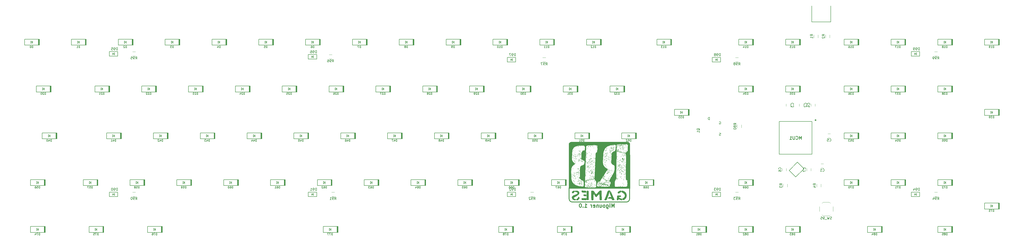
<source format=gbr>
G04 #@! TF.FileFunction,Legend,Bot*
%FSLAX46Y46*%
G04 Gerber Fmt 4.6, Leading zero omitted, Abs format (unit mm)*
G04 Created by KiCad (PCBNEW 4.0.7) date 2018 June 19, Tuesday 20:07:00*
%MOMM*%
%LPD*%
G01*
G04 APERTURE LIST*
%ADD10C,0.100000*%
%ADD11C,0.300000*%
%ADD12C,0.120000*%
%ADD13C,0.200000*%
%ADD14C,0.254000*%
%ADD15C,0.150000*%
%ADD16C,0.320000*%
%ADD17C,0.010000*%
G04 APERTURE END LIST*
D10*
D11*
X286285714Y-154928571D02*
X286285714Y-153428571D01*
X285785714Y-154500000D01*
X285285714Y-153428571D01*
X285285714Y-154928571D01*
X284571428Y-154928571D02*
X284571428Y-153928571D01*
X284571428Y-153428571D02*
X284642857Y-153500000D01*
X284571428Y-153571429D01*
X284500000Y-153500000D01*
X284571428Y-153428571D01*
X284571428Y-153571429D01*
X283214285Y-153928571D02*
X283214285Y-155142857D01*
X283285714Y-155285714D01*
X283357142Y-155357143D01*
X283499999Y-155428571D01*
X283714285Y-155428571D01*
X283857142Y-155357143D01*
X283214285Y-154857143D02*
X283357142Y-154928571D01*
X283642856Y-154928571D01*
X283785714Y-154857143D01*
X283857142Y-154785714D01*
X283928571Y-154642857D01*
X283928571Y-154214286D01*
X283857142Y-154071429D01*
X283785714Y-154000000D01*
X283642856Y-153928571D01*
X283357142Y-153928571D01*
X283214285Y-154000000D01*
X282285713Y-154928571D02*
X282428571Y-154857143D01*
X282499999Y-154785714D01*
X282571428Y-154642857D01*
X282571428Y-154214286D01*
X282499999Y-154071429D01*
X282428571Y-154000000D01*
X282285713Y-153928571D01*
X282071428Y-153928571D01*
X281928571Y-154000000D01*
X281857142Y-154071429D01*
X281785713Y-154214286D01*
X281785713Y-154642857D01*
X281857142Y-154785714D01*
X281928571Y-154857143D01*
X282071428Y-154928571D01*
X282285713Y-154928571D01*
X280499999Y-153928571D02*
X280499999Y-154928571D01*
X281142856Y-153928571D02*
X281142856Y-154714286D01*
X281071428Y-154857143D01*
X280928570Y-154928571D01*
X280714285Y-154928571D01*
X280571428Y-154857143D01*
X280499999Y-154785714D01*
X279785713Y-153928571D02*
X279785713Y-154928571D01*
X279785713Y-154071429D02*
X279714285Y-154000000D01*
X279571427Y-153928571D01*
X279357142Y-153928571D01*
X279214285Y-154000000D01*
X279142856Y-154142857D01*
X279142856Y-154928571D01*
X277857142Y-154857143D02*
X277999999Y-154928571D01*
X278285713Y-154928571D01*
X278428570Y-154857143D01*
X278499999Y-154714286D01*
X278499999Y-154142857D01*
X278428570Y-154000000D01*
X278285713Y-153928571D01*
X277999999Y-153928571D01*
X277857142Y-154000000D01*
X277785713Y-154142857D01*
X277785713Y-154285714D01*
X278499999Y-154428571D01*
X277142856Y-154928571D02*
X277142856Y-153928571D01*
X277142856Y-154214286D02*
X277071428Y-154071429D01*
X276999999Y-154000000D01*
X276857142Y-153928571D01*
X276714285Y-153928571D01*
X274285714Y-154928571D02*
X275142857Y-154928571D01*
X274714285Y-154928571D02*
X274714285Y-153428571D01*
X274857142Y-153642857D01*
X275000000Y-153785714D01*
X275142857Y-153857143D01*
X273642857Y-154785714D02*
X273571429Y-154857143D01*
X273642857Y-154928571D01*
X273714286Y-154857143D01*
X273642857Y-154785714D01*
X273642857Y-154928571D01*
X272642857Y-153428571D02*
X272500000Y-153428571D01*
X272357143Y-153500000D01*
X272285714Y-153571429D01*
X272214285Y-153714286D01*
X272142857Y-154000000D01*
X272142857Y-154357143D01*
X272214285Y-154642857D01*
X272285714Y-154785714D01*
X272357143Y-154857143D01*
X272500000Y-154928571D01*
X272642857Y-154928571D01*
X272785714Y-154857143D01*
X272857143Y-154785714D01*
X272928571Y-154642857D01*
X273000000Y-154357143D01*
X273000000Y-154000000D01*
X272928571Y-153714286D01*
X272857143Y-153571429D01*
X272785714Y-153500000D01*
X272642857Y-153428571D01*
D12*
X371200019Y-138951939D02*
X370200019Y-138951939D01*
X370200019Y-137251939D02*
X371200019Y-137251939D01*
X363037500Y-112906250D02*
X363037500Y-113906250D01*
X361337500Y-113906250D02*
X361337500Y-112906250D01*
X357693750Y-112906250D02*
X357693750Y-113906250D01*
X355993750Y-113906250D02*
X355993750Y-112906250D01*
X366087500Y-113906250D02*
X366087500Y-112906250D01*
X367787500Y-112906250D02*
X367787500Y-113906250D01*
X373968750Y-126725000D02*
X372968750Y-126725000D01*
X372968750Y-125025000D02*
X373968750Y-125025000D01*
X354412519Y-140101939D02*
X354412519Y-139101939D01*
X356112519Y-139101939D02*
X356112519Y-140101939D01*
X364412519Y-140101939D02*
X364412519Y-139101939D01*
X366112519Y-139101939D02*
X366112519Y-140101939D01*
D13*
X374100000Y-79650000D02*
X374100000Y-73150000D01*
X366400000Y-79650000D02*
X366400000Y-73150000D01*
X366400000Y-79650000D02*
X374100000Y-79650000D01*
X366537519Y-120076939D02*
X353237519Y-120076939D01*
X353237519Y-120076939D02*
X353237519Y-133376939D01*
X353237519Y-133376939D02*
X366537519Y-133376939D01*
X366537519Y-133376939D02*
X366537519Y-120076939D01*
D14*
X368162519Y-119526939D02*
G75*
G03X368162519Y-119526939I-200000J0D01*
G01*
D12*
X369005000Y-86112500D02*
X369005000Y-84912500D01*
X367245000Y-84912500D02*
X367245000Y-86112500D01*
X373755000Y-86112500D02*
X373755000Y-84912500D01*
X371995000Y-84912500D02*
X371995000Y-86112500D01*
X356536250Y-146662500D02*
X356536250Y-145462500D01*
X354776250Y-145462500D02*
X354776250Y-146662500D01*
X370192500Y-146662500D02*
X370192500Y-145462500D01*
X368432500Y-145462500D02*
X368432500Y-146662500D01*
X370581250Y-153262500D02*
X371031250Y-152812500D01*
X373981250Y-153262500D02*
X373531250Y-152812500D01*
X373981250Y-157862500D02*
X373531250Y-158312500D01*
X370581250Y-157862500D02*
X371031250Y-158312500D01*
X375031250Y-156562500D02*
X375031250Y-154562500D01*
X371031250Y-152812500D02*
X373531250Y-152812500D01*
X369531250Y-156562500D02*
X369531250Y-154562500D01*
X371031250Y-158312500D02*
X373531250Y-158312500D01*
D13*
X357257315Y-139955492D02*
X359908966Y-142607143D01*
X359908966Y-142607143D02*
X363267723Y-139248386D01*
X363267723Y-139248386D02*
X360616072Y-136596735D01*
X360616072Y-136596735D02*
X357257315Y-139955492D01*
D12*
X337880000Y-122600000D02*
X337880000Y-121400000D01*
X336120000Y-121400000D02*
X336120000Y-122600000D01*
X92037500Y-148745000D02*
X90837500Y-148745000D01*
X90837500Y-150505000D02*
X92037500Y-150505000D01*
X172787500Y-148745000D02*
X171587500Y-148745000D01*
X171587500Y-150505000D02*
X172787500Y-150505000D01*
X253537500Y-148745000D02*
X252337500Y-148745000D01*
X252337500Y-150505000D02*
X253537500Y-150505000D01*
X336662500Y-148745000D02*
X335462500Y-148745000D01*
X335462500Y-150505000D02*
X336662500Y-150505000D01*
X417412500Y-148745000D02*
X416212500Y-148745000D01*
X416212500Y-150505000D02*
X417412500Y-150505000D01*
X92037500Y-91745000D02*
X90837500Y-91745000D01*
X90837500Y-93505000D02*
X92037500Y-93505000D01*
X171762500Y-92932500D02*
X170562500Y-92932500D01*
X170562500Y-94692500D02*
X171762500Y-94692500D01*
X258450000Y-94120000D02*
X257250000Y-94120000D01*
X257250000Y-95880000D02*
X258450000Y-95880000D01*
X336662500Y-94120000D02*
X335462500Y-94120000D01*
X335462500Y-95880000D02*
X336662500Y-95880000D01*
X417412500Y-91745000D02*
X416212500Y-91745000D01*
X416212500Y-93505000D02*
X417412500Y-93505000D01*
D15*
X420775000Y-163375000D02*
X420775000Y-164375000D01*
X420075000Y-163375000D02*
X420075000Y-164375000D01*
X420075000Y-164375000D02*
X420675000Y-163875000D01*
X420675000Y-163875000D02*
X420075000Y-163375000D01*
D13*
X423450000Y-165075000D02*
X423450000Y-162675000D01*
X423175000Y-162675000D02*
X423175000Y-165075000D01*
X423300000Y-162675000D02*
X423300000Y-165075000D01*
X423575000Y-162675000D02*
X417575000Y-162675000D01*
X417575000Y-162675000D02*
X417575000Y-165075000D01*
X417575000Y-165075000D02*
X423575000Y-165075000D01*
X423575000Y-165075000D02*
X423575000Y-162675000D01*
D15*
X392275000Y-163375000D02*
X392275000Y-164375000D01*
X391575000Y-163375000D02*
X391575000Y-164375000D01*
X391575000Y-164375000D02*
X392175000Y-163875000D01*
X392175000Y-163875000D02*
X391575000Y-163375000D01*
D13*
X394950000Y-165075000D02*
X394950000Y-162675000D01*
X394675000Y-162675000D02*
X394675000Y-165075000D01*
X394800000Y-162675000D02*
X394800000Y-165075000D01*
X395075000Y-162675000D02*
X389075000Y-162675000D01*
X389075000Y-162675000D02*
X389075000Y-165075000D01*
X389075000Y-165075000D02*
X395075000Y-165075000D01*
X395075000Y-165075000D02*
X395075000Y-162675000D01*
D15*
X359025000Y-163375000D02*
X359025000Y-164375000D01*
X358325000Y-163375000D02*
X358325000Y-164375000D01*
X358325000Y-164375000D02*
X358925000Y-163875000D01*
X358925000Y-163875000D02*
X358325000Y-163375000D01*
D13*
X361700000Y-165075000D02*
X361700000Y-162675000D01*
X361425000Y-162675000D02*
X361425000Y-165075000D01*
X361550000Y-162675000D02*
X361550000Y-165075000D01*
X361825000Y-162675000D02*
X355825000Y-162675000D01*
X355825000Y-162675000D02*
X355825000Y-165075000D01*
X355825000Y-165075000D02*
X361825000Y-165075000D01*
X361825000Y-165075000D02*
X361825000Y-162675000D01*
D15*
X340025000Y-163375000D02*
X340025000Y-164375000D01*
X339325000Y-163375000D02*
X339325000Y-164375000D01*
X339325000Y-164375000D02*
X339925000Y-163875000D01*
X339925000Y-163875000D02*
X339325000Y-163375000D01*
D13*
X342700000Y-165075000D02*
X342700000Y-162675000D01*
X342425000Y-162675000D02*
X342425000Y-165075000D01*
X342550000Y-162675000D02*
X342550000Y-165075000D01*
X342825000Y-162675000D02*
X336825000Y-162675000D01*
X336825000Y-162675000D02*
X336825000Y-165075000D01*
X336825000Y-165075000D02*
X342825000Y-165075000D01*
X342825000Y-165075000D02*
X342825000Y-162675000D01*
D15*
X321025000Y-163375000D02*
X321025000Y-164375000D01*
X320325000Y-163375000D02*
X320325000Y-164375000D01*
X320325000Y-164375000D02*
X320925000Y-163875000D01*
X320925000Y-163875000D02*
X320325000Y-163375000D01*
D13*
X323700000Y-165075000D02*
X323700000Y-162675000D01*
X323425000Y-162675000D02*
X323425000Y-165075000D01*
X323550000Y-162675000D02*
X323550000Y-165075000D01*
X323825000Y-162675000D02*
X317825000Y-162675000D01*
X317825000Y-162675000D02*
X317825000Y-165075000D01*
X317825000Y-165075000D02*
X323825000Y-165075000D01*
X323825000Y-165075000D02*
X323825000Y-162675000D01*
D15*
X290150000Y-163375000D02*
X290150000Y-164375000D01*
X289450000Y-163375000D02*
X289450000Y-164375000D01*
X289450000Y-164375000D02*
X290050000Y-163875000D01*
X290050000Y-163875000D02*
X289450000Y-163375000D01*
D13*
X292825000Y-165075000D02*
X292825000Y-162675000D01*
X292550000Y-162675000D02*
X292550000Y-165075000D01*
X292675000Y-162675000D02*
X292675000Y-165075000D01*
X292950000Y-162675000D02*
X286950000Y-162675000D01*
X286950000Y-162675000D02*
X286950000Y-165075000D01*
X286950000Y-165075000D02*
X292950000Y-165075000D01*
X292950000Y-165075000D02*
X292950000Y-162675000D01*
D15*
X266400000Y-163375000D02*
X266400000Y-164375000D01*
X265700000Y-163375000D02*
X265700000Y-164375000D01*
X265700000Y-164375000D02*
X266300000Y-163875000D01*
X266300000Y-163875000D02*
X265700000Y-163375000D01*
D13*
X269075000Y-165075000D02*
X269075000Y-162675000D01*
X268800000Y-162675000D02*
X268800000Y-165075000D01*
X268925000Y-162675000D02*
X268925000Y-165075000D01*
X269200000Y-162675000D02*
X263200000Y-162675000D01*
X263200000Y-162675000D02*
X263200000Y-165075000D01*
X263200000Y-165075000D02*
X269200000Y-165075000D01*
X269200000Y-165075000D02*
X269200000Y-162675000D01*
D15*
X242650000Y-163375000D02*
X242650000Y-164375000D01*
X241950000Y-163375000D02*
X241950000Y-164375000D01*
X241950000Y-164375000D02*
X242550000Y-163875000D01*
X242550000Y-163875000D02*
X241950000Y-163375000D01*
D13*
X245325000Y-165075000D02*
X245325000Y-162675000D01*
X245050000Y-162675000D02*
X245050000Y-165075000D01*
X245175000Y-162675000D02*
X245175000Y-165075000D01*
X245450000Y-162675000D02*
X239450000Y-162675000D01*
X239450000Y-162675000D02*
X239450000Y-165075000D01*
X239450000Y-165075000D02*
X245450000Y-165075000D01*
X245450000Y-165075000D02*
X245450000Y-162675000D01*
D15*
X171400000Y-163375000D02*
X171400000Y-164375000D01*
X170700000Y-163375000D02*
X170700000Y-164375000D01*
X170700000Y-164375000D02*
X171300000Y-163875000D01*
X171300000Y-163875000D02*
X170700000Y-163375000D01*
D13*
X174075000Y-165075000D02*
X174075000Y-162675000D01*
X173800000Y-162675000D02*
X173800000Y-165075000D01*
X173925000Y-162675000D02*
X173925000Y-165075000D01*
X174200000Y-162675000D02*
X168200000Y-162675000D01*
X168200000Y-162675000D02*
X168200000Y-165075000D01*
X168200000Y-165075000D02*
X174200000Y-165075000D01*
X174200000Y-165075000D02*
X174200000Y-162675000D01*
D15*
X100150000Y-163375000D02*
X100150000Y-164375000D01*
X99450000Y-163375000D02*
X99450000Y-164375000D01*
X99450000Y-164375000D02*
X100050000Y-163875000D01*
X100050000Y-163875000D02*
X99450000Y-163375000D01*
D13*
X102825000Y-165075000D02*
X102825000Y-162675000D01*
X102550000Y-162675000D02*
X102550000Y-165075000D01*
X102675000Y-162675000D02*
X102675000Y-165075000D01*
X102950000Y-162675000D02*
X96950000Y-162675000D01*
X96950000Y-162675000D02*
X96950000Y-165075000D01*
X96950000Y-165075000D02*
X102950000Y-165075000D01*
X102950000Y-165075000D02*
X102950000Y-162675000D01*
D15*
X76400000Y-163375000D02*
X76400000Y-164375000D01*
X75700000Y-163375000D02*
X75700000Y-164375000D01*
X75700000Y-164375000D02*
X76300000Y-163875000D01*
X76300000Y-163875000D02*
X75700000Y-163375000D01*
D13*
X79075000Y-165075000D02*
X79075000Y-162675000D01*
X78800000Y-162675000D02*
X78800000Y-165075000D01*
X78925000Y-162675000D02*
X78925000Y-165075000D01*
X79200000Y-162675000D02*
X73200000Y-162675000D01*
X73200000Y-162675000D02*
X73200000Y-165075000D01*
X73200000Y-165075000D02*
X79200000Y-165075000D01*
X79200000Y-165075000D02*
X79200000Y-162675000D01*
D15*
X52650000Y-163375000D02*
X52650000Y-164375000D01*
X51950000Y-163375000D02*
X51950000Y-164375000D01*
X51950000Y-164375000D02*
X52550000Y-163875000D01*
X52550000Y-163875000D02*
X51950000Y-163375000D01*
D13*
X55325000Y-165075000D02*
X55325000Y-162675000D01*
X55050000Y-162675000D02*
X55050000Y-165075000D01*
X55175000Y-162675000D02*
X55175000Y-165075000D01*
X55450000Y-162675000D02*
X49450000Y-162675000D01*
X49450000Y-162675000D02*
X49450000Y-165075000D01*
X49450000Y-165075000D02*
X55450000Y-165075000D01*
X55450000Y-165075000D02*
X55450000Y-162675000D01*
D15*
X439775000Y-153875000D02*
X439775000Y-154875000D01*
X439075000Y-153875000D02*
X439075000Y-154875000D01*
X439075000Y-154875000D02*
X439675000Y-154375000D01*
X439675000Y-154375000D02*
X439075000Y-153875000D01*
D13*
X442450000Y-155575000D02*
X442450000Y-153175000D01*
X442175000Y-153175000D02*
X442175000Y-155575000D01*
X442300000Y-153175000D02*
X442300000Y-155575000D01*
X442575000Y-153175000D02*
X436575000Y-153175000D01*
X436575000Y-153175000D02*
X436575000Y-155575000D01*
X436575000Y-155575000D02*
X442575000Y-155575000D01*
X442575000Y-155575000D02*
X442575000Y-153175000D01*
D15*
X420775000Y-144375000D02*
X420775000Y-145375000D01*
X420075000Y-144375000D02*
X420075000Y-145375000D01*
X420075000Y-145375000D02*
X420675000Y-144875000D01*
X420675000Y-144875000D02*
X420075000Y-144375000D01*
D13*
X423450000Y-146075000D02*
X423450000Y-143675000D01*
X423175000Y-143675000D02*
X423175000Y-146075000D01*
X423300000Y-143675000D02*
X423300000Y-146075000D01*
X423575000Y-143675000D02*
X417575000Y-143675000D01*
X417575000Y-143675000D02*
X417575000Y-146075000D01*
X417575000Y-146075000D02*
X423575000Y-146075000D01*
X423575000Y-146075000D02*
X423575000Y-143675000D01*
D15*
X401775000Y-144375000D02*
X401775000Y-145375000D01*
X401075000Y-144375000D02*
X401075000Y-145375000D01*
X401075000Y-145375000D02*
X401675000Y-144875000D01*
X401675000Y-144875000D02*
X401075000Y-144375000D01*
D13*
X404450000Y-146075000D02*
X404450000Y-143675000D01*
X404175000Y-143675000D02*
X404175000Y-146075000D01*
X404300000Y-143675000D02*
X404300000Y-146075000D01*
X404575000Y-143675000D02*
X398575000Y-143675000D01*
X398575000Y-143675000D02*
X398575000Y-146075000D01*
X398575000Y-146075000D02*
X404575000Y-146075000D01*
X404575000Y-146075000D02*
X404575000Y-143675000D01*
D15*
X382775000Y-144375000D02*
X382775000Y-145375000D01*
X382075000Y-144375000D02*
X382075000Y-145375000D01*
X382075000Y-145375000D02*
X382675000Y-144875000D01*
X382675000Y-144875000D02*
X382075000Y-144375000D01*
D13*
X385450000Y-146075000D02*
X385450000Y-143675000D01*
X385175000Y-143675000D02*
X385175000Y-146075000D01*
X385300000Y-143675000D02*
X385300000Y-146075000D01*
X385575000Y-143675000D02*
X379575000Y-143675000D01*
X379575000Y-143675000D02*
X379575000Y-146075000D01*
X379575000Y-146075000D02*
X385575000Y-146075000D01*
X385575000Y-146075000D02*
X385575000Y-143675000D01*
D15*
X340025000Y-144375000D02*
X340025000Y-145375000D01*
X339325000Y-144375000D02*
X339325000Y-145375000D01*
X339325000Y-145375000D02*
X339925000Y-144875000D01*
X339925000Y-144875000D02*
X339325000Y-144375000D01*
D13*
X342700000Y-146075000D02*
X342700000Y-143675000D01*
X342425000Y-143675000D02*
X342425000Y-146075000D01*
X342550000Y-143675000D02*
X342550000Y-146075000D01*
X342825000Y-143675000D02*
X336825000Y-143675000D01*
X336825000Y-143675000D02*
X336825000Y-146075000D01*
X336825000Y-146075000D02*
X342825000Y-146075000D01*
X342825000Y-146075000D02*
X342825000Y-143675000D01*
D15*
X299650000Y-144375000D02*
X299650000Y-145375000D01*
X298950000Y-144375000D02*
X298950000Y-145375000D01*
X298950000Y-145375000D02*
X299550000Y-144875000D01*
X299550000Y-144875000D02*
X298950000Y-144375000D01*
D13*
X302325000Y-146075000D02*
X302325000Y-143675000D01*
X302050000Y-143675000D02*
X302050000Y-146075000D01*
X302175000Y-143675000D02*
X302175000Y-146075000D01*
X302450000Y-143675000D02*
X296450000Y-143675000D01*
X296450000Y-143675000D02*
X296450000Y-146075000D01*
X296450000Y-146075000D02*
X302450000Y-146075000D01*
X302450000Y-146075000D02*
X302450000Y-143675000D01*
D15*
X264025000Y-144375000D02*
X264025000Y-145375000D01*
X263325000Y-144375000D02*
X263325000Y-145375000D01*
X263325000Y-145375000D02*
X263925000Y-144875000D01*
X263925000Y-144875000D02*
X263325000Y-144375000D01*
D13*
X266700000Y-146075000D02*
X266700000Y-143675000D01*
X266425000Y-143675000D02*
X266425000Y-146075000D01*
X266550000Y-143675000D02*
X266550000Y-146075000D01*
X266825000Y-143675000D02*
X260825000Y-143675000D01*
X260825000Y-143675000D02*
X260825000Y-146075000D01*
X260825000Y-146075000D02*
X266825000Y-146075000D01*
X266825000Y-146075000D02*
X266825000Y-143675000D01*
D15*
X245025000Y-144375000D02*
X245025000Y-145375000D01*
X244325000Y-144375000D02*
X244325000Y-145375000D01*
X244325000Y-145375000D02*
X244925000Y-144875000D01*
X244925000Y-144875000D02*
X244325000Y-144375000D01*
D13*
X247700000Y-146075000D02*
X247700000Y-143675000D01*
X247425000Y-143675000D02*
X247425000Y-146075000D01*
X247550000Y-143675000D02*
X247550000Y-146075000D01*
X247825000Y-143675000D02*
X241825000Y-143675000D01*
X241825000Y-143675000D02*
X241825000Y-146075000D01*
X241825000Y-146075000D02*
X247825000Y-146075000D01*
X247825000Y-146075000D02*
X247825000Y-143675000D01*
D15*
X226025000Y-144375000D02*
X226025000Y-145375000D01*
X225325000Y-144375000D02*
X225325000Y-145375000D01*
X225325000Y-145375000D02*
X225925000Y-144875000D01*
X225925000Y-144875000D02*
X225325000Y-144375000D01*
D13*
X228700000Y-146075000D02*
X228700000Y-143675000D01*
X228425000Y-143675000D02*
X228425000Y-146075000D01*
X228550000Y-143675000D02*
X228550000Y-146075000D01*
X228825000Y-143675000D02*
X222825000Y-143675000D01*
X222825000Y-143675000D02*
X222825000Y-146075000D01*
X222825000Y-146075000D02*
X228825000Y-146075000D01*
X228825000Y-146075000D02*
X228825000Y-143675000D01*
D15*
X207025000Y-144375000D02*
X207025000Y-145375000D01*
X206325000Y-144375000D02*
X206325000Y-145375000D01*
X206325000Y-145375000D02*
X206925000Y-144875000D01*
X206925000Y-144875000D02*
X206325000Y-144375000D01*
D13*
X209700000Y-146075000D02*
X209700000Y-143675000D01*
X209425000Y-143675000D02*
X209425000Y-146075000D01*
X209550000Y-143675000D02*
X209550000Y-146075000D01*
X209825000Y-143675000D02*
X203825000Y-143675000D01*
X203825000Y-143675000D02*
X203825000Y-146075000D01*
X203825000Y-146075000D02*
X209825000Y-146075000D01*
X209825000Y-146075000D02*
X209825000Y-143675000D01*
D15*
X188025000Y-144375000D02*
X188025000Y-145375000D01*
X187325000Y-144375000D02*
X187325000Y-145375000D01*
X187325000Y-145375000D02*
X187925000Y-144875000D01*
X187925000Y-144875000D02*
X187325000Y-144375000D01*
D13*
X190700000Y-146075000D02*
X190700000Y-143675000D01*
X190425000Y-143675000D02*
X190425000Y-146075000D01*
X190550000Y-143675000D02*
X190550000Y-146075000D01*
X190825000Y-143675000D02*
X184825000Y-143675000D01*
X184825000Y-143675000D02*
X184825000Y-146075000D01*
X184825000Y-146075000D02*
X190825000Y-146075000D01*
X190825000Y-146075000D02*
X190825000Y-143675000D01*
D15*
X169025000Y-144375000D02*
X169025000Y-145375000D01*
X168325000Y-144375000D02*
X168325000Y-145375000D01*
X168325000Y-145375000D02*
X168925000Y-144875000D01*
X168925000Y-144875000D02*
X168325000Y-144375000D01*
D13*
X171700000Y-146075000D02*
X171700000Y-143675000D01*
X171425000Y-143675000D02*
X171425000Y-146075000D01*
X171550000Y-143675000D02*
X171550000Y-146075000D01*
X171825000Y-143675000D02*
X165825000Y-143675000D01*
X165825000Y-143675000D02*
X165825000Y-146075000D01*
X165825000Y-146075000D02*
X171825000Y-146075000D01*
X171825000Y-146075000D02*
X171825000Y-143675000D01*
D15*
X150025000Y-144375000D02*
X150025000Y-145375000D01*
X149325000Y-144375000D02*
X149325000Y-145375000D01*
X149325000Y-145375000D02*
X149925000Y-144875000D01*
X149925000Y-144875000D02*
X149325000Y-144375000D01*
D13*
X152700000Y-146075000D02*
X152700000Y-143675000D01*
X152425000Y-143675000D02*
X152425000Y-146075000D01*
X152550000Y-143675000D02*
X152550000Y-146075000D01*
X152825000Y-143675000D02*
X146825000Y-143675000D01*
X146825000Y-143675000D02*
X146825000Y-146075000D01*
X146825000Y-146075000D02*
X152825000Y-146075000D01*
X152825000Y-146075000D02*
X152825000Y-143675000D01*
D15*
X131025000Y-144375000D02*
X131025000Y-145375000D01*
X130325000Y-144375000D02*
X130325000Y-145375000D01*
X130325000Y-145375000D02*
X130925000Y-144875000D01*
X130925000Y-144875000D02*
X130325000Y-144375000D01*
D13*
X133700000Y-146075000D02*
X133700000Y-143675000D01*
X133425000Y-143675000D02*
X133425000Y-146075000D01*
X133550000Y-143675000D02*
X133550000Y-146075000D01*
X133825000Y-143675000D02*
X127825000Y-143675000D01*
X127825000Y-143675000D02*
X127825000Y-146075000D01*
X127825000Y-146075000D02*
X133825000Y-146075000D01*
X133825000Y-146075000D02*
X133825000Y-143675000D01*
D15*
X112025000Y-144375000D02*
X112025000Y-145375000D01*
X111325000Y-144375000D02*
X111325000Y-145375000D01*
X111325000Y-145375000D02*
X111925000Y-144875000D01*
X111925000Y-144875000D02*
X111325000Y-144375000D01*
D13*
X114700000Y-146075000D02*
X114700000Y-143675000D01*
X114425000Y-143675000D02*
X114425000Y-146075000D01*
X114550000Y-143675000D02*
X114550000Y-146075000D01*
X114825000Y-143675000D02*
X108825000Y-143675000D01*
X108825000Y-143675000D02*
X108825000Y-146075000D01*
X108825000Y-146075000D02*
X114825000Y-146075000D01*
X114825000Y-146075000D02*
X114825000Y-143675000D01*
D15*
X93025000Y-144375000D02*
X93025000Y-145375000D01*
X92325000Y-144375000D02*
X92325000Y-145375000D01*
X92325000Y-145375000D02*
X92925000Y-144875000D01*
X92925000Y-144875000D02*
X92325000Y-144375000D01*
D13*
X95700000Y-146075000D02*
X95700000Y-143675000D01*
X95425000Y-143675000D02*
X95425000Y-146075000D01*
X95550000Y-143675000D02*
X95550000Y-146075000D01*
X95825000Y-143675000D02*
X89825000Y-143675000D01*
X89825000Y-143675000D02*
X89825000Y-146075000D01*
X89825000Y-146075000D02*
X95825000Y-146075000D01*
X95825000Y-146075000D02*
X95825000Y-143675000D01*
D15*
X74025000Y-144375000D02*
X74025000Y-145375000D01*
X73325000Y-144375000D02*
X73325000Y-145375000D01*
X73325000Y-145375000D02*
X73925000Y-144875000D01*
X73925000Y-144875000D02*
X73325000Y-144375000D01*
D13*
X76700000Y-146075000D02*
X76700000Y-143675000D01*
X76425000Y-143675000D02*
X76425000Y-146075000D01*
X76550000Y-143675000D02*
X76550000Y-146075000D01*
X76825000Y-143675000D02*
X70825000Y-143675000D01*
X70825000Y-143675000D02*
X70825000Y-146075000D01*
X70825000Y-146075000D02*
X76825000Y-146075000D01*
X76825000Y-146075000D02*
X76825000Y-143675000D01*
D15*
X52650000Y-144375000D02*
X52650000Y-145375000D01*
X51950000Y-144375000D02*
X51950000Y-145375000D01*
X51950000Y-145375000D02*
X52550000Y-144875000D01*
X52550000Y-144875000D02*
X51950000Y-144375000D01*
D13*
X55325000Y-146075000D02*
X55325000Y-143675000D01*
X55050000Y-143675000D02*
X55050000Y-146075000D01*
X55175000Y-143675000D02*
X55175000Y-146075000D01*
X55450000Y-143675000D02*
X49450000Y-143675000D01*
X49450000Y-143675000D02*
X49450000Y-146075000D01*
X49450000Y-146075000D02*
X55450000Y-146075000D01*
X55450000Y-146075000D02*
X55450000Y-143675000D01*
D15*
X420775000Y-125375000D02*
X420775000Y-126375000D01*
X420075000Y-125375000D02*
X420075000Y-126375000D01*
X420075000Y-126375000D02*
X420675000Y-125875000D01*
X420675000Y-125875000D02*
X420075000Y-125375000D01*
D13*
X423450000Y-127075000D02*
X423450000Y-124675000D01*
X423175000Y-124675000D02*
X423175000Y-127075000D01*
X423300000Y-124675000D02*
X423300000Y-127075000D01*
X423575000Y-124675000D02*
X417575000Y-124675000D01*
X417575000Y-124675000D02*
X417575000Y-127075000D01*
X417575000Y-127075000D02*
X423575000Y-127075000D01*
X423575000Y-127075000D02*
X423575000Y-124675000D01*
D15*
X401775000Y-125375000D02*
X401775000Y-126375000D01*
X401075000Y-125375000D02*
X401075000Y-126375000D01*
X401075000Y-126375000D02*
X401675000Y-125875000D01*
X401675000Y-125875000D02*
X401075000Y-125375000D01*
D13*
X404450000Y-127075000D02*
X404450000Y-124675000D01*
X404175000Y-124675000D02*
X404175000Y-127075000D01*
X404300000Y-124675000D02*
X404300000Y-127075000D01*
X404575000Y-124675000D02*
X398575000Y-124675000D01*
X398575000Y-124675000D02*
X398575000Y-127075000D01*
X398575000Y-127075000D02*
X404575000Y-127075000D01*
X404575000Y-127075000D02*
X404575000Y-124675000D01*
D15*
X382775000Y-125375000D02*
X382775000Y-126375000D01*
X382075000Y-125375000D02*
X382075000Y-126375000D01*
X382075000Y-126375000D02*
X382675000Y-125875000D01*
X382675000Y-125875000D02*
X382075000Y-125375000D01*
D13*
X385450000Y-127075000D02*
X385450000Y-124675000D01*
X385175000Y-124675000D02*
X385175000Y-127075000D01*
X385300000Y-124675000D02*
X385300000Y-127075000D01*
X385575000Y-124675000D02*
X379575000Y-124675000D01*
X379575000Y-124675000D02*
X379575000Y-127075000D01*
X379575000Y-127075000D02*
X385575000Y-127075000D01*
X385575000Y-127075000D02*
X385575000Y-124675000D01*
D15*
X292525000Y-125375000D02*
X292525000Y-126375000D01*
X291825000Y-125375000D02*
X291825000Y-126375000D01*
X291825000Y-126375000D02*
X292425000Y-125875000D01*
X292425000Y-125875000D02*
X291825000Y-125375000D01*
D13*
X295200000Y-127075000D02*
X295200000Y-124675000D01*
X294925000Y-124675000D02*
X294925000Y-127075000D01*
X295050000Y-124675000D02*
X295050000Y-127075000D01*
X295325000Y-124675000D02*
X289325000Y-124675000D01*
X289325000Y-124675000D02*
X289325000Y-127075000D01*
X289325000Y-127075000D02*
X295325000Y-127075000D01*
X295325000Y-127075000D02*
X295325000Y-124675000D01*
D15*
X273525000Y-125375000D02*
X273525000Y-126375000D01*
X272825000Y-125375000D02*
X272825000Y-126375000D01*
X272825000Y-126375000D02*
X273425000Y-125875000D01*
X273425000Y-125875000D02*
X272825000Y-125375000D01*
D13*
X276200000Y-127075000D02*
X276200000Y-124675000D01*
X275925000Y-124675000D02*
X275925000Y-127075000D01*
X276050000Y-124675000D02*
X276050000Y-127075000D01*
X276325000Y-124675000D02*
X270325000Y-124675000D01*
X270325000Y-124675000D02*
X270325000Y-127075000D01*
X270325000Y-127075000D02*
X276325000Y-127075000D01*
X276325000Y-127075000D02*
X276325000Y-124675000D01*
D15*
X254525000Y-125375000D02*
X254525000Y-126375000D01*
X253825000Y-125375000D02*
X253825000Y-126375000D01*
X253825000Y-126375000D02*
X254425000Y-125875000D01*
X254425000Y-125875000D02*
X253825000Y-125375000D01*
D13*
X257200000Y-127075000D02*
X257200000Y-124675000D01*
X256925000Y-124675000D02*
X256925000Y-127075000D01*
X257050000Y-124675000D02*
X257050000Y-127075000D01*
X257325000Y-124675000D02*
X251325000Y-124675000D01*
X251325000Y-124675000D02*
X251325000Y-127075000D01*
X251325000Y-127075000D02*
X257325000Y-127075000D01*
X257325000Y-127075000D02*
X257325000Y-124675000D01*
D15*
X235525000Y-125375000D02*
X235525000Y-126375000D01*
X234825000Y-125375000D02*
X234825000Y-126375000D01*
X234825000Y-126375000D02*
X235425000Y-125875000D01*
X235425000Y-125875000D02*
X234825000Y-125375000D01*
D13*
X238200000Y-127075000D02*
X238200000Y-124675000D01*
X237925000Y-124675000D02*
X237925000Y-127075000D01*
X238050000Y-124675000D02*
X238050000Y-127075000D01*
X238325000Y-124675000D02*
X232325000Y-124675000D01*
X232325000Y-124675000D02*
X232325000Y-127075000D01*
X232325000Y-127075000D02*
X238325000Y-127075000D01*
X238325000Y-127075000D02*
X238325000Y-124675000D01*
D15*
X216525000Y-125375000D02*
X216525000Y-126375000D01*
X215825000Y-125375000D02*
X215825000Y-126375000D01*
X215825000Y-126375000D02*
X216425000Y-125875000D01*
X216425000Y-125875000D02*
X215825000Y-125375000D01*
D13*
X219200000Y-127075000D02*
X219200000Y-124675000D01*
X218925000Y-124675000D02*
X218925000Y-127075000D01*
X219050000Y-124675000D02*
X219050000Y-127075000D01*
X219325000Y-124675000D02*
X213325000Y-124675000D01*
X213325000Y-124675000D02*
X213325000Y-127075000D01*
X213325000Y-127075000D02*
X219325000Y-127075000D01*
X219325000Y-127075000D02*
X219325000Y-124675000D01*
D15*
X197525000Y-125375000D02*
X197525000Y-126375000D01*
X196825000Y-125375000D02*
X196825000Y-126375000D01*
X196825000Y-126375000D02*
X197425000Y-125875000D01*
X197425000Y-125875000D02*
X196825000Y-125375000D01*
D13*
X200200000Y-127075000D02*
X200200000Y-124675000D01*
X199925000Y-124675000D02*
X199925000Y-127075000D01*
X200050000Y-124675000D02*
X200050000Y-127075000D01*
X200325000Y-124675000D02*
X194325000Y-124675000D01*
X194325000Y-124675000D02*
X194325000Y-127075000D01*
X194325000Y-127075000D02*
X200325000Y-127075000D01*
X200325000Y-127075000D02*
X200325000Y-124675000D01*
D15*
X178525000Y-125375000D02*
X178525000Y-126375000D01*
X177825000Y-125375000D02*
X177825000Y-126375000D01*
X177825000Y-126375000D02*
X178425000Y-125875000D01*
X178425000Y-125875000D02*
X177825000Y-125375000D01*
D13*
X181200000Y-127075000D02*
X181200000Y-124675000D01*
X180925000Y-124675000D02*
X180925000Y-127075000D01*
X181050000Y-124675000D02*
X181050000Y-127075000D01*
X181325000Y-124675000D02*
X175325000Y-124675000D01*
X175325000Y-124675000D02*
X175325000Y-127075000D01*
X175325000Y-127075000D02*
X181325000Y-127075000D01*
X181325000Y-127075000D02*
X181325000Y-124675000D01*
D15*
X159525000Y-125375000D02*
X159525000Y-126375000D01*
X158825000Y-125375000D02*
X158825000Y-126375000D01*
X158825000Y-126375000D02*
X159425000Y-125875000D01*
X159425000Y-125875000D02*
X158825000Y-125375000D01*
D13*
X162200000Y-127075000D02*
X162200000Y-124675000D01*
X161925000Y-124675000D02*
X161925000Y-127075000D01*
X162050000Y-124675000D02*
X162050000Y-127075000D01*
X162325000Y-124675000D02*
X156325000Y-124675000D01*
X156325000Y-124675000D02*
X156325000Y-127075000D01*
X156325000Y-127075000D02*
X162325000Y-127075000D01*
X162325000Y-127075000D02*
X162325000Y-124675000D01*
D15*
X140525000Y-125375000D02*
X140525000Y-126375000D01*
X139825000Y-125375000D02*
X139825000Y-126375000D01*
X139825000Y-126375000D02*
X140425000Y-125875000D01*
X140425000Y-125875000D02*
X139825000Y-125375000D01*
D13*
X143200000Y-127075000D02*
X143200000Y-124675000D01*
X142925000Y-124675000D02*
X142925000Y-127075000D01*
X143050000Y-124675000D02*
X143050000Y-127075000D01*
X143325000Y-124675000D02*
X137325000Y-124675000D01*
X137325000Y-124675000D02*
X137325000Y-127075000D01*
X137325000Y-127075000D02*
X143325000Y-127075000D01*
X143325000Y-127075000D02*
X143325000Y-124675000D01*
D15*
X121525000Y-125375000D02*
X121525000Y-126375000D01*
X120825000Y-125375000D02*
X120825000Y-126375000D01*
X120825000Y-126375000D02*
X121425000Y-125875000D01*
X121425000Y-125875000D02*
X120825000Y-125375000D01*
D13*
X124200000Y-127075000D02*
X124200000Y-124675000D01*
X123925000Y-124675000D02*
X123925000Y-127075000D01*
X124050000Y-124675000D02*
X124050000Y-127075000D01*
X124325000Y-124675000D02*
X118325000Y-124675000D01*
X118325000Y-124675000D02*
X118325000Y-127075000D01*
X118325000Y-127075000D02*
X124325000Y-127075000D01*
X124325000Y-127075000D02*
X124325000Y-124675000D01*
D15*
X102525000Y-125375000D02*
X102525000Y-126375000D01*
X101825000Y-125375000D02*
X101825000Y-126375000D01*
X101825000Y-126375000D02*
X102425000Y-125875000D01*
X102425000Y-125875000D02*
X101825000Y-125375000D01*
D13*
X105200000Y-127075000D02*
X105200000Y-124675000D01*
X104925000Y-124675000D02*
X104925000Y-127075000D01*
X105050000Y-124675000D02*
X105050000Y-127075000D01*
X105325000Y-124675000D02*
X99325000Y-124675000D01*
X99325000Y-124675000D02*
X99325000Y-127075000D01*
X99325000Y-127075000D02*
X105325000Y-127075000D01*
X105325000Y-127075000D02*
X105325000Y-124675000D01*
D15*
X83525000Y-125375000D02*
X83525000Y-126375000D01*
X82825000Y-125375000D02*
X82825000Y-126375000D01*
X82825000Y-126375000D02*
X83425000Y-125875000D01*
X83425000Y-125875000D02*
X82825000Y-125375000D01*
D13*
X86200000Y-127075000D02*
X86200000Y-124675000D01*
X85925000Y-124675000D02*
X85925000Y-127075000D01*
X86050000Y-124675000D02*
X86050000Y-127075000D01*
X86325000Y-124675000D02*
X80325000Y-124675000D01*
X80325000Y-124675000D02*
X80325000Y-127075000D01*
X80325000Y-127075000D02*
X86325000Y-127075000D01*
X86325000Y-127075000D02*
X86325000Y-124675000D01*
D15*
X57400000Y-125375000D02*
X57400000Y-126375000D01*
X56700000Y-125375000D02*
X56700000Y-126375000D01*
X56700000Y-126375000D02*
X57300000Y-125875000D01*
X57300000Y-125875000D02*
X56700000Y-125375000D01*
D13*
X60075000Y-127075000D02*
X60075000Y-124675000D01*
X59800000Y-124675000D02*
X59800000Y-127075000D01*
X59925000Y-124675000D02*
X59925000Y-127075000D01*
X60200000Y-124675000D02*
X54200000Y-124675000D01*
X54200000Y-124675000D02*
X54200000Y-127075000D01*
X54200000Y-127075000D02*
X60200000Y-127075000D01*
X60200000Y-127075000D02*
X60200000Y-124675000D01*
D15*
X439775000Y-115875000D02*
X439775000Y-116875000D01*
X439075000Y-115875000D02*
X439075000Y-116875000D01*
X439075000Y-116875000D02*
X439675000Y-116375000D01*
X439675000Y-116375000D02*
X439075000Y-115875000D01*
D13*
X442450000Y-117575000D02*
X442450000Y-115175000D01*
X442175000Y-115175000D02*
X442175000Y-117575000D01*
X442300000Y-115175000D02*
X442300000Y-117575000D01*
X442575000Y-115175000D02*
X436575000Y-115175000D01*
X436575000Y-115175000D02*
X436575000Y-117575000D01*
X436575000Y-117575000D02*
X442575000Y-117575000D01*
X442575000Y-117575000D02*
X442575000Y-115175000D01*
D15*
X420775000Y-106375000D02*
X420775000Y-107375000D01*
X420075000Y-106375000D02*
X420075000Y-107375000D01*
X420075000Y-107375000D02*
X420675000Y-106875000D01*
X420675000Y-106875000D02*
X420075000Y-106375000D01*
D13*
X423450000Y-108075000D02*
X423450000Y-105675000D01*
X423175000Y-105675000D02*
X423175000Y-108075000D01*
X423300000Y-105675000D02*
X423300000Y-108075000D01*
X423575000Y-105675000D02*
X417575000Y-105675000D01*
X417575000Y-105675000D02*
X417575000Y-108075000D01*
X417575000Y-108075000D02*
X423575000Y-108075000D01*
X423575000Y-108075000D02*
X423575000Y-105675000D01*
D15*
X401775000Y-106375000D02*
X401775000Y-107375000D01*
X401075000Y-106375000D02*
X401075000Y-107375000D01*
X401075000Y-107375000D02*
X401675000Y-106875000D01*
X401675000Y-106875000D02*
X401075000Y-106375000D01*
D13*
X404450000Y-108075000D02*
X404450000Y-105675000D01*
X404175000Y-105675000D02*
X404175000Y-108075000D01*
X404300000Y-105675000D02*
X404300000Y-108075000D01*
X404575000Y-105675000D02*
X398575000Y-105675000D01*
X398575000Y-105675000D02*
X398575000Y-108075000D01*
X398575000Y-108075000D02*
X404575000Y-108075000D01*
X404575000Y-108075000D02*
X404575000Y-105675000D01*
D15*
X382775000Y-106375000D02*
X382775000Y-107375000D01*
X382075000Y-106375000D02*
X382075000Y-107375000D01*
X382075000Y-107375000D02*
X382675000Y-106875000D01*
X382675000Y-106875000D02*
X382075000Y-106375000D01*
D13*
X385450000Y-108075000D02*
X385450000Y-105675000D01*
X385175000Y-105675000D02*
X385175000Y-108075000D01*
X385300000Y-105675000D02*
X385300000Y-108075000D01*
X385575000Y-105675000D02*
X379575000Y-105675000D01*
X379575000Y-105675000D02*
X379575000Y-108075000D01*
X379575000Y-108075000D02*
X385575000Y-108075000D01*
X385575000Y-108075000D02*
X385575000Y-105675000D01*
D15*
X359025000Y-106375000D02*
X359025000Y-107375000D01*
X358325000Y-106375000D02*
X358325000Y-107375000D01*
X358325000Y-107375000D02*
X358925000Y-106875000D01*
X358925000Y-106875000D02*
X358325000Y-106375000D01*
D13*
X361700000Y-108075000D02*
X361700000Y-105675000D01*
X361425000Y-105675000D02*
X361425000Y-108075000D01*
X361550000Y-105675000D02*
X361550000Y-108075000D01*
X361825000Y-105675000D02*
X355825000Y-105675000D01*
X355825000Y-105675000D02*
X355825000Y-108075000D01*
X355825000Y-108075000D02*
X361825000Y-108075000D01*
X361825000Y-108075000D02*
X361825000Y-105675000D01*
D15*
X340025000Y-106375000D02*
X340025000Y-107375000D01*
X339325000Y-106375000D02*
X339325000Y-107375000D01*
X339325000Y-107375000D02*
X339925000Y-106875000D01*
X339925000Y-106875000D02*
X339325000Y-106375000D01*
D13*
X342700000Y-108075000D02*
X342700000Y-105675000D01*
X342425000Y-105675000D02*
X342425000Y-108075000D01*
X342550000Y-105675000D02*
X342550000Y-108075000D01*
X342825000Y-105675000D02*
X336825000Y-105675000D01*
X336825000Y-105675000D02*
X336825000Y-108075000D01*
X336825000Y-108075000D02*
X342825000Y-108075000D01*
X342825000Y-108075000D02*
X342825000Y-105675000D01*
D15*
X313900000Y-115875000D02*
X313900000Y-116875000D01*
X313200000Y-115875000D02*
X313200000Y-116875000D01*
X313200000Y-116875000D02*
X313800000Y-116375000D01*
X313800000Y-116375000D02*
X313200000Y-115875000D01*
D13*
X316575000Y-117575000D02*
X316575000Y-115175000D01*
X316300000Y-115175000D02*
X316300000Y-117575000D01*
X316425000Y-115175000D02*
X316425000Y-117575000D01*
X316700000Y-115175000D02*
X310700000Y-115175000D01*
X310700000Y-115175000D02*
X310700000Y-117575000D01*
X310700000Y-117575000D02*
X316700000Y-117575000D01*
X316700000Y-117575000D02*
X316700000Y-115175000D01*
D15*
X287775000Y-106375000D02*
X287775000Y-107375000D01*
X287075000Y-106375000D02*
X287075000Y-107375000D01*
X287075000Y-107375000D02*
X287675000Y-106875000D01*
X287675000Y-106875000D02*
X287075000Y-106375000D01*
D13*
X290450000Y-108075000D02*
X290450000Y-105675000D01*
X290175000Y-105675000D02*
X290175000Y-108075000D01*
X290300000Y-105675000D02*
X290300000Y-108075000D01*
X290575000Y-105675000D02*
X284575000Y-105675000D01*
X284575000Y-105675000D02*
X284575000Y-108075000D01*
X284575000Y-108075000D02*
X290575000Y-108075000D01*
X290575000Y-108075000D02*
X290575000Y-105675000D01*
D15*
X268775000Y-106375000D02*
X268775000Y-107375000D01*
X268075000Y-106375000D02*
X268075000Y-107375000D01*
X268075000Y-107375000D02*
X268675000Y-106875000D01*
X268675000Y-106875000D02*
X268075000Y-106375000D01*
D13*
X271450000Y-108075000D02*
X271450000Y-105675000D01*
X271175000Y-105675000D02*
X271175000Y-108075000D01*
X271300000Y-105675000D02*
X271300000Y-108075000D01*
X271575000Y-105675000D02*
X265575000Y-105675000D01*
X265575000Y-105675000D02*
X265575000Y-108075000D01*
X265575000Y-108075000D02*
X271575000Y-108075000D01*
X271575000Y-108075000D02*
X271575000Y-105675000D01*
D15*
X249775000Y-106375000D02*
X249775000Y-107375000D01*
X249075000Y-106375000D02*
X249075000Y-107375000D01*
X249075000Y-107375000D02*
X249675000Y-106875000D01*
X249675000Y-106875000D02*
X249075000Y-106375000D01*
D13*
X252450000Y-108075000D02*
X252450000Y-105675000D01*
X252175000Y-105675000D02*
X252175000Y-108075000D01*
X252300000Y-105675000D02*
X252300000Y-108075000D01*
X252575000Y-105675000D02*
X246575000Y-105675000D01*
X246575000Y-105675000D02*
X246575000Y-108075000D01*
X246575000Y-108075000D02*
X252575000Y-108075000D01*
X252575000Y-108075000D02*
X252575000Y-105675000D01*
D15*
X230775000Y-106375000D02*
X230775000Y-107375000D01*
X230075000Y-106375000D02*
X230075000Y-107375000D01*
X230075000Y-107375000D02*
X230675000Y-106875000D01*
X230675000Y-106875000D02*
X230075000Y-106375000D01*
D13*
X233450000Y-108075000D02*
X233450000Y-105675000D01*
X233175000Y-105675000D02*
X233175000Y-108075000D01*
X233300000Y-105675000D02*
X233300000Y-108075000D01*
X233575000Y-105675000D02*
X227575000Y-105675000D01*
X227575000Y-105675000D02*
X227575000Y-108075000D01*
X227575000Y-108075000D02*
X233575000Y-108075000D01*
X233575000Y-108075000D02*
X233575000Y-105675000D01*
D15*
X211775000Y-106375000D02*
X211775000Y-107375000D01*
X211075000Y-106375000D02*
X211075000Y-107375000D01*
X211075000Y-107375000D02*
X211675000Y-106875000D01*
X211675000Y-106875000D02*
X211075000Y-106375000D01*
D13*
X214450000Y-108075000D02*
X214450000Y-105675000D01*
X214175000Y-105675000D02*
X214175000Y-108075000D01*
X214300000Y-105675000D02*
X214300000Y-108075000D01*
X214575000Y-105675000D02*
X208575000Y-105675000D01*
X208575000Y-105675000D02*
X208575000Y-108075000D01*
X208575000Y-108075000D02*
X214575000Y-108075000D01*
X214575000Y-108075000D02*
X214575000Y-105675000D01*
D15*
X192775000Y-106375000D02*
X192775000Y-107375000D01*
X192075000Y-106375000D02*
X192075000Y-107375000D01*
X192075000Y-107375000D02*
X192675000Y-106875000D01*
X192675000Y-106875000D02*
X192075000Y-106375000D01*
D13*
X195450000Y-108075000D02*
X195450000Y-105675000D01*
X195175000Y-105675000D02*
X195175000Y-108075000D01*
X195300000Y-105675000D02*
X195300000Y-108075000D01*
X195575000Y-105675000D02*
X189575000Y-105675000D01*
X189575000Y-105675000D02*
X189575000Y-108075000D01*
X189575000Y-108075000D02*
X195575000Y-108075000D01*
X195575000Y-108075000D02*
X195575000Y-105675000D01*
D15*
X173775000Y-106375000D02*
X173775000Y-107375000D01*
X173075000Y-106375000D02*
X173075000Y-107375000D01*
X173075000Y-107375000D02*
X173675000Y-106875000D01*
X173675000Y-106875000D02*
X173075000Y-106375000D01*
D13*
X176450000Y-108075000D02*
X176450000Y-105675000D01*
X176175000Y-105675000D02*
X176175000Y-108075000D01*
X176300000Y-105675000D02*
X176300000Y-108075000D01*
X176575000Y-105675000D02*
X170575000Y-105675000D01*
X170575000Y-105675000D02*
X170575000Y-108075000D01*
X170575000Y-108075000D02*
X176575000Y-108075000D01*
X176575000Y-108075000D02*
X176575000Y-105675000D01*
D15*
X154775000Y-106375000D02*
X154775000Y-107375000D01*
X154075000Y-106375000D02*
X154075000Y-107375000D01*
X154075000Y-107375000D02*
X154675000Y-106875000D01*
X154675000Y-106875000D02*
X154075000Y-106375000D01*
D13*
X157450000Y-108075000D02*
X157450000Y-105675000D01*
X157175000Y-105675000D02*
X157175000Y-108075000D01*
X157300000Y-105675000D02*
X157300000Y-108075000D01*
X157575000Y-105675000D02*
X151575000Y-105675000D01*
X151575000Y-105675000D02*
X151575000Y-108075000D01*
X151575000Y-108075000D02*
X157575000Y-108075000D01*
X157575000Y-108075000D02*
X157575000Y-105675000D01*
D15*
X135775000Y-106375000D02*
X135775000Y-107375000D01*
X135075000Y-106375000D02*
X135075000Y-107375000D01*
X135075000Y-107375000D02*
X135675000Y-106875000D01*
X135675000Y-106875000D02*
X135075000Y-106375000D01*
D13*
X138450000Y-108075000D02*
X138450000Y-105675000D01*
X138175000Y-105675000D02*
X138175000Y-108075000D01*
X138300000Y-105675000D02*
X138300000Y-108075000D01*
X138575000Y-105675000D02*
X132575000Y-105675000D01*
X132575000Y-105675000D02*
X132575000Y-108075000D01*
X132575000Y-108075000D02*
X138575000Y-108075000D01*
X138575000Y-108075000D02*
X138575000Y-105675000D01*
D15*
X116775000Y-106375000D02*
X116775000Y-107375000D01*
X116075000Y-106375000D02*
X116075000Y-107375000D01*
X116075000Y-107375000D02*
X116675000Y-106875000D01*
X116675000Y-106875000D02*
X116075000Y-106375000D01*
D13*
X119450000Y-108075000D02*
X119450000Y-105675000D01*
X119175000Y-105675000D02*
X119175000Y-108075000D01*
X119300000Y-105675000D02*
X119300000Y-108075000D01*
X119575000Y-105675000D02*
X113575000Y-105675000D01*
X113575000Y-105675000D02*
X113575000Y-108075000D01*
X113575000Y-108075000D02*
X119575000Y-108075000D01*
X119575000Y-108075000D02*
X119575000Y-105675000D01*
D15*
X97775000Y-106375000D02*
X97775000Y-107375000D01*
X97075000Y-106375000D02*
X97075000Y-107375000D01*
X97075000Y-107375000D02*
X97675000Y-106875000D01*
X97675000Y-106875000D02*
X97075000Y-106375000D01*
D13*
X100450000Y-108075000D02*
X100450000Y-105675000D01*
X100175000Y-105675000D02*
X100175000Y-108075000D01*
X100300000Y-105675000D02*
X100300000Y-108075000D01*
X100575000Y-105675000D02*
X94575000Y-105675000D01*
X94575000Y-105675000D02*
X94575000Y-108075000D01*
X94575000Y-108075000D02*
X100575000Y-108075000D01*
X100575000Y-108075000D02*
X100575000Y-105675000D01*
D15*
X78775000Y-106375000D02*
X78775000Y-107375000D01*
X78075000Y-106375000D02*
X78075000Y-107375000D01*
X78075000Y-107375000D02*
X78675000Y-106875000D01*
X78675000Y-106875000D02*
X78075000Y-106375000D01*
D13*
X81450000Y-108075000D02*
X81450000Y-105675000D01*
X81175000Y-105675000D02*
X81175000Y-108075000D01*
X81300000Y-105675000D02*
X81300000Y-108075000D01*
X81575000Y-105675000D02*
X75575000Y-105675000D01*
X75575000Y-105675000D02*
X75575000Y-108075000D01*
X75575000Y-108075000D02*
X81575000Y-108075000D01*
X81575000Y-108075000D02*
X81575000Y-105675000D01*
D15*
X55025000Y-106375000D02*
X55025000Y-107375000D01*
X54325000Y-106375000D02*
X54325000Y-107375000D01*
X54325000Y-107375000D02*
X54925000Y-106875000D01*
X54925000Y-106875000D02*
X54325000Y-106375000D01*
D13*
X57700000Y-108075000D02*
X57700000Y-105675000D01*
X57425000Y-105675000D02*
X57425000Y-108075000D01*
X57550000Y-105675000D02*
X57550000Y-108075000D01*
X57825000Y-105675000D02*
X51825000Y-105675000D01*
X51825000Y-105675000D02*
X51825000Y-108075000D01*
X51825000Y-108075000D02*
X57825000Y-108075000D01*
X57825000Y-108075000D02*
X57825000Y-105675000D01*
D15*
X439775000Y-87375000D02*
X439775000Y-88375000D01*
X439075000Y-87375000D02*
X439075000Y-88375000D01*
X439075000Y-88375000D02*
X439675000Y-87875000D01*
X439675000Y-87875000D02*
X439075000Y-87375000D01*
D13*
X442450000Y-89075000D02*
X442450000Y-86675000D01*
X442175000Y-86675000D02*
X442175000Y-89075000D01*
X442300000Y-86675000D02*
X442300000Y-89075000D01*
X442575000Y-86675000D02*
X436575000Y-86675000D01*
X436575000Y-86675000D02*
X436575000Y-89075000D01*
X436575000Y-89075000D02*
X442575000Y-89075000D01*
X442575000Y-89075000D02*
X442575000Y-86675000D01*
D15*
X420775000Y-87375000D02*
X420775000Y-88375000D01*
X420075000Y-87375000D02*
X420075000Y-88375000D01*
X420075000Y-88375000D02*
X420675000Y-87875000D01*
X420675000Y-87875000D02*
X420075000Y-87375000D01*
D13*
X423450000Y-89075000D02*
X423450000Y-86675000D01*
X423175000Y-86675000D02*
X423175000Y-89075000D01*
X423300000Y-86675000D02*
X423300000Y-89075000D01*
X423575000Y-86675000D02*
X417575000Y-86675000D01*
X417575000Y-86675000D02*
X417575000Y-89075000D01*
X417575000Y-89075000D02*
X423575000Y-89075000D01*
X423575000Y-89075000D02*
X423575000Y-86675000D01*
D15*
X401775000Y-87375000D02*
X401775000Y-88375000D01*
X401075000Y-87375000D02*
X401075000Y-88375000D01*
X401075000Y-88375000D02*
X401675000Y-87875000D01*
X401675000Y-87875000D02*
X401075000Y-87375000D01*
D13*
X404450000Y-89075000D02*
X404450000Y-86675000D01*
X404175000Y-86675000D02*
X404175000Y-89075000D01*
X404300000Y-86675000D02*
X404300000Y-89075000D01*
X404575000Y-86675000D02*
X398575000Y-86675000D01*
X398575000Y-86675000D02*
X398575000Y-89075000D01*
X398575000Y-89075000D02*
X404575000Y-89075000D01*
X404575000Y-89075000D02*
X404575000Y-86675000D01*
D15*
X382775000Y-87375000D02*
X382775000Y-88375000D01*
X382075000Y-87375000D02*
X382075000Y-88375000D01*
X382075000Y-88375000D02*
X382675000Y-87875000D01*
X382675000Y-87875000D02*
X382075000Y-87375000D01*
D13*
X385450000Y-89075000D02*
X385450000Y-86675000D01*
X385175000Y-86675000D02*
X385175000Y-89075000D01*
X385300000Y-86675000D02*
X385300000Y-89075000D01*
X385575000Y-86675000D02*
X379575000Y-86675000D01*
X379575000Y-86675000D02*
X379575000Y-89075000D01*
X379575000Y-89075000D02*
X385575000Y-89075000D01*
X385575000Y-89075000D02*
X385575000Y-86675000D01*
D15*
X359025000Y-87375000D02*
X359025000Y-88375000D01*
X358325000Y-87375000D02*
X358325000Y-88375000D01*
X358325000Y-88375000D02*
X358925000Y-87875000D01*
X358925000Y-87875000D02*
X358325000Y-87375000D01*
D13*
X361700000Y-89075000D02*
X361700000Y-86675000D01*
X361425000Y-86675000D02*
X361425000Y-89075000D01*
X361550000Y-86675000D02*
X361550000Y-89075000D01*
X361825000Y-86675000D02*
X355825000Y-86675000D01*
X355825000Y-86675000D02*
X355825000Y-89075000D01*
X355825000Y-89075000D02*
X361825000Y-89075000D01*
X361825000Y-89075000D02*
X361825000Y-86675000D01*
D15*
X340025000Y-87375000D02*
X340025000Y-88375000D01*
X339325000Y-87375000D02*
X339325000Y-88375000D01*
X339325000Y-88375000D02*
X339925000Y-87875000D01*
X339925000Y-87875000D02*
X339325000Y-87375000D01*
D13*
X342700000Y-89075000D02*
X342700000Y-86675000D01*
X342425000Y-86675000D02*
X342425000Y-89075000D01*
X342550000Y-86675000D02*
X342550000Y-89075000D01*
X342825000Y-86675000D02*
X336825000Y-86675000D01*
X336825000Y-86675000D02*
X336825000Y-89075000D01*
X336825000Y-89075000D02*
X342825000Y-89075000D01*
X342825000Y-89075000D02*
X342825000Y-86675000D01*
D15*
X306775000Y-87375000D02*
X306775000Y-88375000D01*
X306075000Y-87375000D02*
X306075000Y-88375000D01*
X306075000Y-88375000D02*
X306675000Y-87875000D01*
X306675000Y-87875000D02*
X306075000Y-87375000D01*
D13*
X309450000Y-89075000D02*
X309450000Y-86675000D01*
X309175000Y-86675000D02*
X309175000Y-89075000D01*
X309300000Y-86675000D02*
X309300000Y-89075000D01*
X309575000Y-86675000D02*
X303575000Y-86675000D01*
X303575000Y-86675000D02*
X303575000Y-89075000D01*
X303575000Y-89075000D02*
X309575000Y-89075000D01*
X309575000Y-89075000D02*
X309575000Y-86675000D01*
D15*
X278275000Y-87375000D02*
X278275000Y-88375000D01*
X277575000Y-87375000D02*
X277575000Y-88375000D01*
X277575000Y-88375000D02*
X278175000Y-87875000D01*
X278175000Y-87875000D02*
X277575000Y-87375000D01*
D13*
X280950000Y-89075000D02*
X280950000Y-86675000D01*
X280675000Y-86675000D02*
X280675000Y-89075000D01*
X280800000Y-86675000D02*
X280800000Y-89075000D01*
X281075000Y-86675000D02*
X275075000Y-86675000D01*
X275075000Y-86675000D02*
X275075000Y-89075000D01*
X275075000Y-89075000D02*
X281075000Y-89075000D01*
X281075000Y-89075000D02*
X281075000Y-86675000D01*
D15*
X259275000Y-87375000D02*
X259275000Y-88375000D01*
X258575000Y-87375000D02*
X258575000Y-88375000D01*
X258575000Y-88375000D02*
X259175000Y-87875000D01*
X259175000Y-87875000D02*
X258575000Y-87375000D01*
D13*
X261950000Y-89075000D02*
X261950000Y-86675000D01*
X261675000Y-86675000D02*
X261675000Y-89075000D01*
X261800000Y-86675000D02*
X261800000Y-89075000D01*
X262075000Y-86675000D02*
X256075000Y-86675000D01*
X256075000Y-86675000D02*
X256075000Y-89075000D01*
X256075000Y-89075000D02*
X262075000Y-89075000D01*
X262075000Y-89075000D02*
X262075000Y-86675000D01*
D15*
X240275000Y-87375000D02*
X240275000Y-88375000D01*
X239575000Y-87375000D02*
X239575000Y-88375000D01*
X239575000Y-88375000D02*
X240175000Y-87875000D01*
X240175000Y-87875000D02*
X239575000Y-87375000D01*
D13*
X242950000Y-89075000D02*
X242950000Y-86675000D01*
X242675000Y-86675000D02*
X242675000Y-89075000D01*
X242800000Y-86675000D02*
X242800000Y-89075000D01*
X243075000Y-86675000D02*
X237075000Y-86675000D01*
X237075000Y-86675000D02*
X237075000Y-89075000D01*
X237075000Y-89075000D02*
X243075000Y-89075000D01*
X243075000Y-89075000D02*
X243075000Y-86675000D01*
D15*
X221275000Y-87375000D02*
X221275000Y-88375000D01*
X220575000Y-87375000D02*
X220575000Y-88375000D01*
X220575000Y-88375000D02*
X221175000Y-87875000D01*
X221175000Y-87875000D02*
X220575000Y-87375000D01*
D13*
X223950000Y-89075000D02*
X223950000Y-86675000D01*
X223675000Y-86675000D02*
X223675000Y-89075000D01*
X223800000Y-86675000D02*
X223800000Y-89075000D01*
X224075000Y-86675000D02*
X218075000Y-86675000D01*
X218075000Y-86675000D02*
X218075000Y-89075000D01*
X218075000Y-89075000D02*
X224075000Y-89075000D01*
X224075000Y-89075000D02*
X224075000Y-86675000D01*
D15*
X202275000Y-87375000D02*
X202275000Y-88375000D01*
X201575000Y-87375000D02*
X201575000Y-88375000D01*
X201575000Y-88375000D02*
X202175000Y-87875000D01*
X202175000Y-87875000D02*
X201575000Y-87375000D01*
D13*
X204950000Y-89075000D02*
X204950000Y-86675000D01*
X204675000Y-86675000D02*
X204675000Y-89075000D01*
X204800000Y-86675000D02*
X204800000Y-89075000D01*
X205075000Y-86675000D02*
X199075000Y-86675000D01*
X199075000Y-86675000D02*
X199075000Y-89075000D01*
X199075000Y-89075000D02*
X205075000Y-89075000D01*
X205075000Y-89075000D02*
X205075000Y-86675000D01*
D15*
X183275000Y-87375000D02*
X183275000Y-88375000D01*
X182575000Y-87375000D02*
X182575000Y-88375000D01*
X182575000Y-88375000D02*
X183175000Y-87875000D01*
X183175000Y-87875000D02*
X182575000Y-87375000D01*
D13*
X185950000Y-89075000D02*
X185950000Y-86675000D01*
X185675000Y-86675000D02*
X185675000Y-89075000D01*
X185800000Y-86675000D02*
X185800000Y-89075000D01*
X186075000Y-86675000D02*
X180075000Y-86675000D01*
X180075000Y-86675000D02*
X180075000Y-89075000D01*
X180075000Y-89075000D02*
X186075000Y-89075000D01*
X186075000Y-89075000D02*
X186075000Y-86675000D01*
D15*
X164275000Y-87375000D02*
X164275000Y-88375000D01*
X163575000Y-87375000D02*
X163575000Y-88375000D01*
X163575000Y-88375000D02*
X164175000Y-87875000D01*
X164175000Y-87875000D02*
X163575000Y-87375000D01*
D13*
X166950000Y-89075000D02*
X166950000Y-86675000D01*
X166675000Y-86675000D02*
X166675000Y-89075000D01*
X166800000Y-86675000D02*
X166800000Y-89075000D01*
X167075000Y-86675000D02*
X161075000Y-86675000D01*
X161075000Y-86675000D02*
X161075000Y-89075000D01*
X161075000Y-89075000D02*
X167075000Y-89075000D01*
X167075000Y-89075000D02*
X167075000Y-86675000D01*
D15*
X145275000Y-87375000D02*
X145275000Y-88375000D01*
X144575000Y-87375000D02*
X144575000Y-88375000D01*
X144575000Y-88375000D02*
X145175000Y-87875000D01*
X145175000Y-87875000D02*
X144575000Y-87375000D01*
D13*
X147950000Y-89075000D02*
X147950000Y-86675000D01*
X147675000Y-86675000D02*
X147675000Y-89075000D01*
X147800000Y-86675000D02*
X147800000Y-89075000D01*
X148075000Y-86675000D02*
X142075000Y-86675000D01*
X142075000Y-86675000D02*
X142075000Y-89075000D01*
X142075000Y-89075000D02*
X148075000Y-89075000D01*
X148075000Y-89075000D02*
X148075000Y-86675000D01*
D15*
X126275000Y-87375000D02*
X126275000Y-88375000D01*
X125575000Y-87375000D02*
X125575000Y-88375000D01*
X125575000Y-88375000D02*
X126175000Y-87875000D01*
X126175000Y-87875000D02*
X125575000Y-87375000D01*
D13*
X128950000Y-89075000D02*
X128950000Y-86675000D01*
X128675000Y-86675000D02*
X128675000Y-89075000D01*
X128800000Y-86675000D02*
X128800000Y-89075000D01*
X129075000Y-86675000D02*
X123075000Y-86675000D01*
X123075000Y-86675000D02*
X123075000Y-89075000D01*
X123075000Y-89075000D02*
X129075000Y-89075000D01*
X129075000Y-89075000D02*
X129075000Y-86675000D01*
D15*
X107275000Y-87375000D02*
X107275000Y-88375000D01*
X106575000Y-87375000D02*
X106575000Y-88375000D01*
X106575000Y-88375000D02*
X107175000Y-87875000D01*
X107175000Y-87875000D02*
X106575000Y-87375000D01*
D13*
X109950000Y-89075000D02*
X109950000Y-86675000D01*
X109675000Y-86675000D02*
X109675000Y-89075000D01*
X109800000Y-86675000D02*
X109800000Y-89075000D01*
X110075000Y-86675000D02*
X104075000Y-86675000D01*
X104075000Y-86675000D02*
X104075000Y-89075000D01*
X104075000Y-89075000D02*
X110075000Y-89075000D01*
X110075000Y-89075000D02*
X110075000Y-86675000D01*
D15*
X88275000Y-87375000D02*
X88275000Y-88375000D01*
X87575000Y-87375000D02*
X87575000Y-88375000D01*
X87575000Y-88375000D02*
X88175000Y-87875000D01*
X88175000Y-87875000D02*
X87575000Y-87375000D01*
D13*
X90950000Y-89075000D02*
X90950000Y-86675000D01*
X90675000Y-86675000D02*
X90675000Y-89075000D01*
X90800000Y-86675000D02*
X90800000Y-89075000D01*
X91075000Y-86675000D02*
X85075000Y-86675000D01*
X85075000Y-86675000D02*
X85075000Y-89075000D01*
X85075000Y-89075000D02*
X91075000Y-89075000D01*
X91075000Y-89075000D02*
X91075000Y-86675000D01*
D15*
X69275000Y-87375000D02*
X69275000Y-88375000D01*
X68575000Y-87375000D02*
X68575000Y-88375000D01*
X68575000Y-88375000D02*
X69175000Y-87875000D01*
X69175000Y-87875000D02*
X68575000Y-87375000D01*
D13*
X71950000Y-89075000D02*
X71950000Y-86675000D01*
X71675000Y-86675000D02*
X71675000Y-89075000D01*
X71800000Y-86675000D02*
X71800000Y-89075000D01*
X72075000Y-86675000D02*
X66075000Y-86675000D01*
X66075000Y-86675000D02*
X66075000Y-89075000D01*
X66075000Y-89075000D02*
X72075000Y-89075000D01*
X72075000Y-89075000D02*
X72075000Y-86675000D01*
D15*
X50275000Y-87375000D02*
X50275000Y-88375000D01*
X49575000Y-87375000D02*
X49575000Y-88375000D01*
X49575000Y-88375000D02*
X50175000Y-87875000D01*
X50175000Y-87875000D02*
X49575000Y-87375000D01*
D13*
X52950000Y-89075000D02*
X52950000Y-86675000D01*
X52675000Y-86675000D02*
X52675000Y-89075000D01*
X52800000Y-86675000D02*
X52800000Y-89075000D01*
X53075000Y-86675000D02*
X47075000Y-86675000D01*
X47075000Y-86675000D02*
X47075000Y-89075000D01*
X47075000Y-89075000D02*
X53075000Y-89075000D01*
X53075000Y-89075000D02*
X53075000Y-86675000D01*
D15*
X408200000Y-93025000D02*
X408200000Y-92225000D01*
X408300000Y-92625000D02*
X408900000Y-93025000D01*
X408900000Y-92225000D02*
X408300000Y-92625000D01*
X408900000Y-93025000D02*
X408900000Y-92225000D01*
X410200000Y-91725000D02*
X406800000Y-91725000D01*
X406800000Y-91725000D02*
X406800000Y-93525000D01*
X406800000Y-93525000D02*
X410200000Y-93525000D01*
X410200000Y-93525000D02*
X410200000Y-91725000D01*
X327450000Y-95400000D02*
X327450000Y-94600000D01*
X327550000Y-95000000D02*
X328150000Y-95400000D01*
X328150000Y-94600000D02*
X327550000Y-95000000D01*
X328150000Y-95400000D02*
X328150000Y-94600000D01*
X329450000Y-94100000D02*
X326050000Y-94100000D01*
X326050000Y-94100000D02*
X326050000Y-95900000D01*
X326050000Y-95900000D02*
X329450000Y-95900000D01*
X329450000Y-95900000D02*
X329450000Y-94100000D01*
X244325000Y-95400000D02*
X244325000Y-94600000D01*
X244425000Y-95000000D02*
X245025000Y-95400000D01*
X245025000Y-94600000D02*
X244425000Y-95000000D01*
X245025000Y-95400000D02*
X245025000Y-94600000D01*
X246325000Y-94100000D02*
X242925000Y-94100000D01*
X242925000Y-94100000D02*
X242925000Y-95900000D01*
X242925000Y-95900000D02*
X246325000Y-95900000D01*
X246325000Y-95900000D02*
X246325000Y-94100000D01*
X163575000Y-94212500D02*
X163575000Y-93412500D01*
X163675000Y-93812500D02*
X164275000Y-94212500D01*
X164275000Y-93412500D02*
X163675000Y-93812500D01*
X164275000Y-94212500D02*
X164275000Y-93412500D01*
X165575000Y-92912500D02*
X162175000Y-92912500D01*
X162175000Y-92912500D02*
X162175000Y-94712500D01*
X162175000Y-94712500D02*
X165575000Y-94712500D01*
X165575000Y-94712500D02*
X165575000Y-92912500D01*
X82825000Y-93025000D02*
X82825000Y-92225000D01*
X82925000Y-92625000D02*
X83525000Y-93025000D01*
X83525000Y-92225000D02*
X82925000Y-92625000D01*
X83525000Y-93025000D02*
X83525000Y-92225000D01*
X84825000Y-91725000D02*
X81425000Y-91725000D01*
X81425000Y-91725000D02*
X81425000Y-93525000D01*
X81425000Y-93525000D02*
X84825000Y-93525000D01*
X84825000Y-93525000D02*
X84825000Y-91725000D01*
X408200000Y-150025000D02*
X408200000Y-149225000D01*
X408300000Y-149625000D02*
X408900000Y-150025000D01*
X408900000Y-149225000D02*
X408300000Y-149625000D01*
X408900000Y-150025000D02*
X408900000Y-149225000D01*
X410200000Y-148725000D02*
X406800000Y-148725000D01*
X406800000Y-148725000D02*
X406800000Y-150525000D01*
X406800000Y-150525000D02*
X410200000Y-150525000D01*
X410200000Y-150525000D02*
X410200000Y-148725000D01*
X327450000Y-150025000D02*
X327450000Y-149225000D01*
X327550000Y-149625000D02*
X328150000Y-150025000D01*
X328150000Y-149225000D02*
X327550000Y-149625000D01*
X328150000Y-150025000D02*
X328150000Y-149225000D01*
X329450000Y-148725000D02*
X326050000Y-148725000D01*
X326050000Y-148725000D02*
X326050000Y-150525000D01*
X326050000Y-150525000D02*
X329450000Y-150525000D01*
X329450000Y-150525000D02*
X329450000Y-148725000D01*
X244325000Y-150025000D02*
X244325000Y-149225000D01*
X244425000Y-149625000D02*
X245025000Y-150025000D01*
X245025000Y-149225000D02*
X244425000Y-149625000D01*
X245025000Y-150025000D02*
X245025000Y-149225000D01*
X246325000Y-148725000D02*
X242925000Y-148725000D01*
X242925000Y-148725000D02*
X242925000Y-150525000D01*
X242925000Y-150525000D02*
X246325000Y-150525000D01*
X246325000Y-150525000D02*
X246325000Y-148725000D01*
X163575000Y-150025000D02*
X163575000Y-149225000D01*
X163675000Y-149625000D02*
X164275000Y-150025000D01*
X164275000Y-149225000D02*
X163675000Y-149625000D01*
X164275000Y-150025000D02*
X164275000Y-149225000D01*
X165575000Y-148725000D02*
X162175000Y-148725000D01*
X162175000Y-148725000D02*
X162175000Y-150525000D01*
X162175000Y-150525000D02*
X165575000Y-150525000D01*
X165575000Y-150525000D02*
X165575000Y-148725000D01*
X82825000Y-150025000D02*
X82825000Y-149225000D01*
X82925000Y-149625000D02*
X83525000Y-150025000D01*
X83525000Y-149225000D02*
X82925000Y-149625000D01*
X83525000Y-150025000D02*
X83525000Y-149225000D01*
X84825000Y-148725000D02*
X81425000Y-148725000D01*
X81425000Y-148725000D02*
X81425000Y-150525000D01*
X81425000Y-150525000D02*
X84825000Y-150525000D01*
X84825000Y-150525000D02*
X84825000Y-148725000D01*
D16*
X291250000Y-152750000D02*
X269250000Y-152750000D01*
X269250000Y-152750000D02*
G75*
G02X268000000Y-151500000I0J1250000D01*
G01*
X292500000Y-151500000D02*
G75*
G02X291250000Y-152750000I-1250000J0D01*
G01*
X268000000Y-151500000D02*
X268000000Y-147000000D01*
X292500000Y-147000000D02*
X292500000Y-151500000D01*
D17*
G36*
X288292095Y-150109237D02*
X288197068Y-150112985D01*
X287892996Y-150128362D01*
X287675000Y-150150918D01*
X287529939Y-150188322D01*
X287444671Y-150248240D01*
X287406053Y-150338342D01*
X287400946Y-150466297D01*
X287409298Y-150572656D01*
X287413761Y-150765689D01*
X287399163Y-151001948D01*
X287371225Y-151213817D01*
X287336428Y-151512193D01*
X287352349Y-151738185D01*
X287420426Y-151905520D01*
X287447350Y-151941722D01*
X287554820Y-152003299D01*
X287687106Y-151996481D01*
X287798440Y-151924511D01*
X287878255Y-151818196D01*
X287956101Y-151701269D01*
X288038364Y-151608009D01*
X288144851Y-151571242D01*
X288291384Y-151591705D01*
X288493786Y-151670132D01*
X288622821Y-151732286D01*
X288909576Y-151864259D01*
X289125617Y-151934046D01*
X289278054Y-151941004D01*
X289373995Y-151884494D01*
X289420550Y-151763875D01*
X289427735Y-151659733D01*
X289418590Y-151548535D01*
X289380393Y-151466339D01*
X289296999Y-151401738D01*
X289152265Y-151343329D01*
X288930046Y-151279705D01*
X288866384Y-151263162D01*
X288613443Y-151180309D01*
X288397602Y-151075990D01*
X288231012Y-150960195D01*
X288125825Y-150842909D01*
X288094194Y-150734120D01*
X288131078Y-150658844D01*
X288204995Y-150631190D01*
X288346486Y-150610566D01*
X288512077Y-150601826D01*
X288702510Y-150593364D01*
X288820176Y-150569849D01*
X288891162Y-150524696D01*
X288910837Y-150501162D01*
X288976027Y-150357969D01*
X288945549Y-150227418D01*
X288904002Y-150172648D01*
X288860843Y-150137296D01*
X288795963Y-150114789D01*
X288691471Y-150103617D01*
X288529478Y-150102269D01*
X288292095Y-150109237D01*
X288292095Y-150109237D01*
G37*
X288292095Y-150109237D02*
X288197068Y-150112985D01*
X287892996Y-150128362D01*
X287675000Y-150150918D01*
X287529939Y-150188322D01*
X287444671Y-150248240D01*
X287406053Y-150338342D01*
X287400946Y-150466297D01*
X287409298Y-150572656D01*
X287413761Y-150765689D01*
X287399163Y-151001948D01*
X287371225Y-151213817D01*
X287336428Y-151512193D01*
X287352349Y-151738185D01*
X287420426Y-151905520D01*
X287447350Y-151941722D01*
X287554820Y-152003299D01*
X287687106Y-151996481D01*
X287798440Y-151924511D01*
X287878255Y-151818196D01*
X287956101Y-151701269D01*
X288038364Y-151608009D01*
X288144851Y-151571242D01*
X288291384Y-151591705D01*
X288493786Y-151670132D01*
X288622821Y-151732286D01*
X288909576Y-151864259D01*
X289125617Y-151934046D01*
X289278054Y-151941004D01*
X289373995Y-151884494D01*
X289420550Y-151763875D01*
X289427735Y-151659733D01*
X289418590Y-151548535D01*
X289380393Y-151466339D01*
X289296999Y-151401738D01*
X289152265Y-151343329D01*
X288930046Y-151279705D01*
X288866384Y-151263162D01*
X288613443Y-151180309D01*
X288397602Y-151075990D01*
X288231012Y-150960195D01*
X288125825Y-150842909D01*
X288094194Y-150734120D01*
X288131078Y-150658844D01*
X288204995Y-150631190D01*
X288346486Y-150610566D01*
X288512077Y-150601826D01*
X288702510Y-150593364D01*
X288820176Y-150569849D01*
X288891162Y-150524696D01*
X288910837Y-150501162D01*
X288976027Y-150357969D01*
X288945549Y-150227418D01*
X288904002Y-150172648D01*
X288860843Y-150137296D01*
X288795963Y-150114789D01*
X288691471Y-150103617D01*
X288529478Y-150102269D01*
X288292095Y-150109237D01*
G36*
X283879858Y-148109788D02*
X283773639Y-148161290D01*
X283694807Y-148264185D01*
X283619502Y-148433224D01*
X283583636Y-148526313D01*
X283494293Y-148769047D01*
X283395476Y-149049454D01*
X283307250Y-149310487D01*
X283300078Y-149332421D01*
X283217687Y-149570706D01*
X283125020Y-149816459D01*
X283039934Y-150022652D01*
X283026884Y-150051757D01*
X282943131Y-150254096D01*
X282869496Y-150463979D01*
X282833676Y-150589724D01*
X282786972Y-150735118D01*
X282706223Y-150937735D01*
X282604064Y-151167243D01*
X282524673Y-151331460D01*
X282273047Y-151832885D01*
X282383230Y-151922106D01*
X282474840Y-151982211D01*
X282571701Y-152002863D01*
X282703622Y-151984868D01*
X282879461Y-151935526D01*
X283102866Y-151866635D01*
X283508003Y-150884782D01*
X283637008Y-150564977D01*
X283759176Y-150248939D01*
X283866748Y-149957749D01*
X283951966Y-149712488D01*
X284007072Y-149534237D01*
X284012216Y-149514760D01*
X284150704Y-149119094D01*
X284337620Y-148789253D01*
X284462129Y-148583439D01*
X284546515Y-148402231D01*
X284577385Y-148284454D01*
X284590821Y-148116992D01*
X284269890Y-148101940D01*
X284037322Y-148094922D01*
X283879858Y-148109788D01*
X283879858Y-148109788D01*
G37*
X283879858Y-148109788D02*
X283773639Y-148161290D01*
X283694807Y-148264185D01*
X283619502Y-148433224D01*
X283583636Y-148526313D01*
X283494293Y-148769047D01*
X283395476Y-149049454D01*
X283307250Y-149310487D01*
X283300078Y-149332421D01*
X283217687Y-149570706D01*
X283125020Y-149816459D01*
X283039934Y-150022652D01*
X283026884Y-150051757D01*
X282943131Y-150254096D01*
X282869496Y-150463979D01*
X282833676Y-150589724D01*
X282786972Y-150735118D01*
X282706223Y-150937735D01*
X282604064Y-151167243D01*
X282524673Y-151331460D01*
X282273047Y-151832885D01*
X282383230Y-151922106D01*
X282474840Y-151982211D01*
X282571701Y-152002863D01*
X282703622Y-151984868D01*
X282879461Y-151935526D01*
X283102866Y-151866635D01*
X283508003Y-150884782D01*
X283637008Y-150564977D01*
X283759176Y-150248939D01*
X283866748Y-149957749D01*
X283951966Y-149712488D01*
X284007072Y-149534237D01*
X284012216Y-149514760D01*
X284150704Y-149119094D01*
X284337620Y-148789253D01*
X284462129Y-148583439D01*
X284546515Y-148402231D01*
X284577385Y-148284454D01*
X284590821Y-148116992D01*
X284269890Y-148101940D01*
X284037322Y-148094922D01*
X283879858Y-148109788D01*
G36*
X277046644Y-148165699D02*
X276964435Y-148230249D01*
X276934792Y-148351593D01*
X276942798Y-148542217D01*
X276944726Y-148561912D01*
X276952573Y-148688826D01*
X276959871Y-148899206D01*
X276966325Y-149177300D01*
X276971639Y-149507355D01*
X276975518Y-149873619D01*
X276977668Y-150260339D01*
X276977846Y-150329649D01*
X276979258Y-150782458D01*
X276982695Y-151145832D01*
X276990112Y-151429557D01*
X277003469Y-151643416D01*
X277024722Y-151797193D01*
X277055828Y-151900674D01*
X277098744Y-151963642D01*
X277155428Y-151995882D01*
X277227837Y-152007178D01*
X277313458Y-152007411D01*
X277478414Y-151990882D01*
X277625636Y-151956277D01*
X277630559Y-151954517D01*
X277719273Y-151904206D01*
X277769821Y-151815474D01*
X277798558Y-151678006D01*
X277811378Y-151514141D01*
X277813058Y-151296661D01*
X277803341Y-151070573D01*
X277802131Y-151054342D01*
X277791257Y-150804932D01*
X277790951Y-150515122D01*
X277801152Y-150243162D01*
X277803005Y-150215542D01*
X277834427Y-149772874D01*
X278099635Y-149449323D01*
X278250872Y-149247552D01*
X278341346Y-149087821D01*
X278364844Y-148998588D01*
X278334190Y-148880366D01*
X278254874Y-148719287D01*
X278145869Y-148545090D01*
X278026146Y-148387513D01*
X277914675Y-148276295D01*
X277895140Y-148262296D01*
X277787597Y-148219734D01*
X277618089Y-148181725D01*
X277428427Y-148157036D01*
X277196335Y-148145456D01*
X277046644Y-148165699D01*
X277046644Y-148165699D01*
G37*
X277046644Y-148165699D02*
X276964435Y-148230249D01*
X276934792Y-148351593D01*
X276942798Y-148542217D01*
X276944726Y-148561912D01*
X276952573Y-148688826D01*
X276959871Y-148899206D01*
X276966325Y-149177300D01*
X276971639Y-149507355D01*
X276975518Y-149873619D01*
X276977668Y-150260339D01*
X276977846Y-150329649D01*
X276979258Y-150782458D01*
X276982695Y-151145832D01*
X276990112Y-151429557D01*
X277003469Y-151643416D01*
X277024722Y-151797193D01*
X277055828Y-151900674D01*
X277098744Y-151963642D01*
X277155428Y-151995882D01*
X277227837Y-152007178D01*
X277313458Y-152007411D01*
X277478414Y-151990882D01*
X277625636Y-151956277D01*
X277630559Y-151954517D01*
X277719273Y-151904206D01*
X277769821Y-151815474D01*
X277798558Y-151678006D01*
X277811378Y-151514141D01*
X277813058Y-151296661D01*
X277803341Y-151070573D01*
X277802131Y-151054342D01*
X277791257Y-150804932D01*
X277790951Y-150515122D01*
X277801152Y-150243162D01*
X277803005Y-150215542D01*
X277834427Y-149772874D01*
X278099635Y-149449323D01*
X278250872Y-149247552D01*
X278341346Y-149087821D01*
X278364844Y-148998588D01*
X278334190Y-148880366D01*
X278254874Y-148719287D01*
X278145869Y-148545090D01*
X278026146Y-148387513D01*
X277914675Y-148276295D01*
X277895140Y-148262296D01*
X277787597Y-148219734D01*
X277618089Y-148181725D01*
X277428427Y-148157036D01*
X277196335Y-148145456D01*
X277046644Y-148165699D01*
G36*
X284729526Y-148434845D02*
X284672121Y-148545285D01*
X284605932Y-148695115D01*
X284542215Y-148856954D01*
X284492226Y-149003419D01*
X284467221Y-149107129D01*
X284466188Y-149122671D01*
X284486720Y-149222373D01*
X284540145Y-149378295D01*
X284615196Y-149557810D01*
X284620387Y-149569155D01*
X284766051Y-149898894D01*
X284882479Y-150189506D01*
X284964619Y-150427053D01*
X285007415Y-150597593D01*
X285012500Y-150650666D01*
X285008068Y-150719321D01*
X284979360Y-150753538D01*
X284903264Y-150760415D01*
X284756665Y-150747049D01*
X284714174Y-150742268D01*
X284429240Y-150739336D01*
X284183302Y-150793871D01*
X283994721Y-150899619D01*
X283895233Y-151021183D01*
X283830948Y-151179737D01*
X283840500Y-151277916D01*
X283930229Y-151324358D01*
X284106475Y-151327700D01*
X284119532Y-151326749D01*
X284201861Y-151322620D01*
X284354270Y-151316704D01*
X284547663Y-151310109D01*
X284602374Y-151308379D01*
X284804621Y-151303747D01*
X284936326Y-151310304D01*
X285026104Y-151335697D01*
X285102568Y-151387572D01*
X285184349Y-151463895D01*
X285302484Y-151602186D01*
X285392685Y-151749352D01*
X285412288Y-151796911D01*
X285476650Y-151919786D01*
X285549649Y-151954931D01*
X285641219Y-151945921D01*
X285794872Y-151929409D01*
X285943469Y-151912797D01*
X286109457Y-151890361D01*
X286232374Y-151867104D01*
X286281575Y-151850196D01*
X286278638Y-151795796D01*
X286236141Y-151664387D01*
X286153234Y-151453970D01*
X286029070Y-151162545D01*
X285862802Y-150788114D01*
X285653581Y-150328677D01*
X285445197Y-149878125D01*
X285297693Y-149559189D01*
X285161004Y-149260326D01*
X285041821Y-148996424D01*
X284946833Y-148782373D01*
X284882730Y-148633063D01*
X284860113Y-148575878D01*
X284812406Y-148458950D01*
X284774249Y-148395207D01*
X284766890Y-148391177D01*
X284729526Y-148434845D01*
X284729526Y-148434845D01*
G37*
X284729526Y-148434845D02*
X284672121Y-148545285D01*
X284605932Y-148695115D01*
X284542215Y-148856954D01*
X284492226Y-149003419D01*
X284467221Y-149107129D01*
X284466188Y-149122671D01*
X284486720Y-149222373D01*
X284540145Y-149378295D01*
X284615196Y-149557810D01*
X284620387Y-149569155D01*
X284766051Y-149898894D01*
X284882479Y-150189506D01*
X284964619Y-150427053D01*
X285007415Y-150597593D01*
X285012500Y-150650666D01*
X285008068Y-150719321D01*
X284979360Y-150753538D01*
X284903264Y-150760415D01*
X284756665Y-150747049D01*
X284714174Y-150742268D01*
X284429240Y-150739336D01*
X284183302Y-150793871D01*
X283994721Y-150899619D01*
X283895233Y-151021183D01*
X283830948Y-151179737D01*
X283840500Y-151277916D01*
X283930229Y-151324358D01*
X284106475Y-151327700D01*
X284119532Y-151326749D01*
X284201861Y-151322620D01*
X284354270Y-151316704D01*
X284547663Y-151310109D01*
X284602374Y-151308379D01*
X284804621Y-151303747D01*
X284936326Y-151310304D01*
X285026104Y-151335697D01*
X285102568Y-151387572D01*
X285184349Y-151463895D01*
X285302484Y-151602186D01*
X285392685Y-151749352D01*
X285412288Y-151796911D01*
X285476650Y-151919786D01*
X285549649Y-151954931D01*
X285641219Y-151945921D01*
X285794872Y-151929409D01*
X285943469Y-151912797D01*
X286109457Y-151890361D01*
X286232374Y-151867104D01*
X286281575Y-151850196D01*
X286278638Y-151795796D01*
X286236141Y-151664387D01*
X286153234Y-151453970D01*
X286029070Y-151162545D01*
X285862802Y-150788114D01*
X285653581Y-150328677D01*
X285445197Y-149878125D01*
X285297693Y-149559189D01*
X285161004Y-149260326D01*
X285041821Y-148996424D01*
X284946833Y-148782373D01*
X284882730Y-148633063D01*
X284860113Y-148575878D01*
X284812406Y-148458950D01*
X284774249Y-148395207D01*
X284766890Y-148391177D01*
X284729526Y-148434845D01*
G36*
X280687552Y-148108382D02*
X280528162Y-148124245D01*
X280461460Y-148138290D01*
X280366375Y-148171759D01*
X280275447Y-148226241D01*
X280173567Y-148315411D01*
X280045623Y-148452941D01*
X279876505Y-148652504D01*
X279827275Y-148712166D01*
X279585257Y-148996709D01*
X279367375Y-149233822D01*
X279181907Y-149415454D01*
X279037129Y-149533552D01*
X278941319Y-149580064D01*
X278934725Y-149580468D01*
X278873177Y-149544572D01*
X278778768Y-149452845D01*
X278718075Y-149382031D01*
X278613277Y-149268142D01*
X278521707Y-149196370D01*
X278485801Y-149183593D01*
X278407236Y-149226444D01*
X278323912Y-149333615D01*
X278254588Y-149473039D01*
X278218026Y-149612644D01*
X278216202Y-149644456D01*
X278257679Y-149842802D01*
X278378039Y-150078386D01*
X278570467Y-150338442D01*
X278612867Y-150387587D01*
X278761149Y-150551471D01*
X278870819Y-150645999D01*
X278963006Y-150669749D01*
X279058840Y-150621298D01*
X279179453Y-150499221D01*
X279314022Y-150340359D01*
X279492196Y-150138990D01*
X279690857Y-149933171D01*
X279875227Y-149758450D01*
X279927540Y-149713230D01*
X280225196Y-149464506D01*
X280262984Y-149758132D01*
X280277221Y-149909305D01*
X280291869Y-150135031D01*
X280305631Y-150410655D01*
X280317210Y-150711525D01*
X280322450Y-150889210D01*
X280331240Y-151198114D01*
X280340664Y-151423832D01*
X280352938Y-151582384D01*
X280370278Y-151689791D01*
X280394900Y-151762072D01*
X280429019Y-151815249D01*
X280454541Y-151844191D01*
X280594110Y-151929662D01*
X280777311Y-151963847D01*
X280960921Y-151943419D01*
X281070996Y-151891654D01*
X281133560Y-151817211D01*
X281159675Y-151695959D01*
X281161433Y-151581596D01*
X281144229Y-150824196D01*
X281128762Y-150164474D01*
X281114992Y-149600906D01*
X281102875Y-149131967D01*
X281092371Y-148756134D01*
X281083437Y-148471881D01*
X281076031Y-148277683D01*
X281070112Y-148172018D01*
X281066992Y-148150028D01*
X280992054Y-148121953D01*
X280853879Y-148107844D01*
X280687552Y-148108382D01*
X280687552Y-148108382D01*
G37*
X280687552Y-148108382D02*
X280528162Y-148124245D01*
X280461460Y-148138290D01*
X280366375Y-148171759D01*
X280275447Y-148226241D01*
X280173567Y-148315411D01*
X280045623Y-148452941D01*
X279876505Y-148652504D01*
X279827275Y-148712166D01*
X279585257Y-148996709D01*
X279367375Y-149233822D01*
X279181907Y-149415454D01*
X279037129Y-149533552D01*
X278941319Y-149580064D01*
X278934725Y-149580468D01*
X278873177Y-149544572D01*
X278778768Y-149452845D01*
X278718075Y-149382031D01*
X278613277Y-149268142D01*
X278521707Y-149196370D01*
X278485801Y-149183593D01*
X278407236Y-149226444D01*
X278323912Y-149333615D01*
X278254588Y-149473039D01*
X278218026Y-149612644D01*
X278216202Y-149644456D01*
X278257679Y-149842802D01*
X278378039Y-150078386D01*
X278570467Y-150338442D01*
X278612867Y-150387587D01*
X278761149Y-150551471D01*
X278870819Y-150645999D01*
X278963006Y-150669749D01*
X279058840Y-150621298D01*
X279179453Y-150499221D01*
X279314022Y-150340359D01*
X279492196Y-150138990D01*
X279690857Y-149933171D01*
X279875227Y-149758450D01*
X279927540Y-149713230D01*
X280225196Y-149464506D01*
X280262984Y-149758132D01*
X280277221Y-149909305D01*
X280291869Y-150135031D01*
X280305631Y-150410655D01*
X280317210Y-150711525D01*
X280322450Y-150889210D01*
X280331240Y-151198114D01*
X280340664Y-151423832D01*
X280352938Y-151582384D01*
X280370278Y-151689791D01*
X280394900Y-151762072D01*
X280429019Y-151815249D01*
X280454541Y-151844191D01*
X280594110Y-151929662D01*
X280777311Y-151963847D01*
X280960921Y-151943419D01*
X281070996Y-151891654D01*
X281133560Y-151817211D01*
X281159675Y-151695959D01*
X281161433Y-151581596D01*
X281144229Y-150824196D01*
X281128762Y-150164474D01*
X281114992Y-149600906D01*
X281102875Y-149131967D01*
X281092371Y-148756134D01*
X281083437Y-148471881D01*
X281076031Y-148277683D01*
X281070112Y-148172018D01*
X281066992Y-148150028D01*
X280992054Y-148121953D01*
X280853879Y-148107844D01*
X280687552Y-148108382D01*
G36*
X273007032Y-151469445D02*
X273012274Y-151619026D01*
X273037080Y-151727918D01*
X273095071Y-151802800D01*
X273199865Y-151850350D01*
X273365082Y-151877245D01*
X273604343Y-151890165D01*
X273875196Y-151895135D01*
X274133310Y-151900740D01*
X274368731Y-151910341D01*
X274556568Y-151922627D01*
X274671930Y-151936288D01*
X274676936Y-151937325D01*
X274796241Y-151949309D01*
X274864512Y-151907793D01*
X274887776Y-151870744D01*
X274921332Y-151759104D01*
X274940253Y-151601223D01*
X274941797Y-151545045D01*
X274930704Y-151390928D01*
X274889763Y-151303087D01*
X274838815Y-151265173D01*
X274751528Y-151244347D01*
X274579871Y-151225572D01*
X274338688Y-151209932D01*
X274042824Y-151198509D01*
X273871433Y-151194579D01*
X273007032Y-151179100D01*
X273007032Y-151469445D01*
X273007032Y-151469445D01*
G37*
X273007032Y-151469445D02*
X273012274Y-151619026D01*
X273037080Y-151727918D01*
X273095071Y-151802800D01*
X273199865Y-151850350D01*
X273365082Y-151877245D01*
X273604343Y-151890165D01*
X273875196Y-151895135D01*
X274133310Y-151900740D01*
X274368731Y-151910341D01*
X274556568Y-151922627D01*
X274671930Y-151936288D01*
X274676936Y-151937325D01*
X274796241Y-151949309D01*
X274864512Y-151907793D01*
X274887776Y-151870744D01*
X274921332Y-151759104D01*
X274940253Y-151601223D01*
X274941797Y-151545045D01*
X274930704Y-151390928D01*
X274889763Y-151303087D01*
X274838815Y-151265173D01*
X274751528Y-151244347D01*
X274579871Y-151225572D01*
X274338688Y-151209932D01*
X274042824Y-151198509D01*
X273871433Y-151194579D01*
X273007032Y-151179100D01*
X273007032Y-151469445D01*
G36*
X271778074Y-150658977D02*
X271676483Y-150795784D01*
X271669704Y-150808300D01*
X271592722Y-150944999D01*
X271517403Y-151051666D01*
X271420959Y-151154121D01*
X271280600Y-151278186D01*
X271183616Y-151359049D01*
X270992708Y-151543340D01*
X270895705Y-151702584D01*
X270893154Y-151835669D01*
X270923973Y-151887948D01*
X271025328Y-151942918D01*
X271181951Y-151959702D01*
X271358013Y-151939434D01*
X271517684Y-151883243D01*
X271543555Y-151868385D01*
X271759221Y-151698597D01*
X271949888Y-151485417D01*
X272082473Y-151266236D01*
X272088214Y-151252860D01*
X272132495Y-151131021D01*
X272138018Y-151036326D01*
X272102575Y-150922420D01*
X272068713Y-150843582D01*
X271974358Y-150682891D01*
X271877422Y-150621350D01*
X271778074Y-150658977D01*
X271778074Y-150658977D01*
G37*
X271778074Y-150658977D02*
X271676483Y-150795784D01*
X271669704Y-150808300D01*
X271592722Y-150944999D01*
X271517403Y-151051666D01*
X271420959Y-151154121D01*
X271280600Y-151278186D01*
X271183616Y-151359049D01*
X270992708Y-151543340D01*
X270895705Y-151702584D01*
X270893154Y-151835669D01*
X270923973Y-151887948D01*
X271025328Y-151942918D01*
X271181951Y-151959702D01*
X271358013Y-151939434D01*
X271517684Y-151883243D01*
X271543555Y-151868385D01*
X271759221Y-151698597D01*
X271949888Y-151485417D01*
X272082473Y-151266236D01*
X272088214Y-151252860D01*
X272132495Y-151131021D01*
X272138018Y-151036326D01*
X272102575Y-150922420D01*
X272068713Y-150843582D01*
X271974358Y-150682891D01*
X271877422Y-150621350D01*
X271778074Y-150658977D01*
G36*
X270615649Y-148153881D02*
X270451074Y-148193422D01*
X270359289Y-148266228D01*
X270328336Y-148377832D01*
X270328125Y-148390459D01*
X270334511Y-148453627D01*
X270366078Y-148497304D01*
X270441446Y-148529779D01*
X270579233Y-148559339D01*
X270779715Y-148591478D01*
X271040218Y-148643472D01*
X271214858Y-148713599D01*
X271316804Y-148813926D01*
X271359228Y-148956520D01*
X271358199Y-149121524D01*
X271341339Y-149273342D01*
X271321137Y-149380266D01*
X271309190Y-149409690D01*
X271254575Y-149437304D01*
X271126171Y-149492135D01*
X270942998Y-149566315D01*
X270724075Y-149651974D01*
X270717954Y-149654330D01*
X270322105Y-149815872D01*
X269968266Y-149978375D01*
X269669261Y-150135039D01*
X269437915Y-150279066D01*
X269287051Y-150403654D01*
X269271099Y-150421495D01*
X269147582Y-150638521D01*
X269106755Y-150881057D01*
X269141397Y-151132662D01*
X269244287Y-151376892D01*
X269408203Y-151597303D01*
X269625923Y-151777454D01*
X269890225Y-151900900D01*
X269925415Y-151911314D01*
X270139979Y-151949111D01*
X270366231Y-151954866D01*
X270558988Y-151928505D01*
X270608303Y-151912441D01*
X270728816Y-151837394D01*
X270757216Y-151754364D01*
X270699090Y-151672636D01*
X270560030Y-151601496D01*
X270395334Y-151558647D01*
X270218578Y-151507266D01*
X270064882Y-151412655D01*
X269937078Y-151296405D01*
X269719664Y-151079100D01*
X269887469Y-150927516D01*
X269996957Y-150843461D01*
X270169727Y-150727781D01*
X270381740Y-150595961D01*
X270600977Y-150467979D01*
X271058445Y-150199367D01*
X271422551Y-149962489D01*
X271693815Y-149756979D01*
X271872758Y-149582470D01*
X271893948Y-149555974D01*
X272020525Y-149314522D01*
X272055274Y-149052852D01*
X271999584Y-148784731D01*
X271854844Y-148523926D01*
X271780730Y-148433951D01*
X271637891Y-148302736D01*
X271475380Y-148215492D01*
X271270428Y-148164960D01*
X271000265Y-148143885D01*
X270864970Y-148142073D01*
X270615649Y-148153881D01*
X270615649Y-148153881D01*
G37*
X270615649Y-148153881D02*
X270451074Y-148193422D01*
X270359289Y-148266228D01*
X270328336Y-148377832D01*
X270328125Y-148390459D01*
X270334511Y-148453627D01*
X270366078Y-148497304D01*
X270441446Y-148529779D01*
X270579233Y-148559339D01*
X270779715Y-148591478D01*
X271040218Y-148643472D01*
X271214858Y-148713599D01*
X271316804Y-148813926D01*
X271359228Y-148956520D01*
X271358199Y-149121524D01*
X271341339Y-149273342D01*
X271321137Y-149380266D01*
X271309190Y-149409690D01*
X271254575Y-149437304D01*
X271126171Y-149492135D01*
X270942998Y-149566315D01*
X270724075Y-149651974D01*
X270717954Y-149654330D01*
X270322105Y-149815872D01*
X269968266Y-149978375D01*
X269669261Y-150135039D01*
X269437915Y-150279066D01*
X269287051Y-150403654D01*
X269271099Y-150421495D01*
X269147582Y-150638521D01*
X269106755Y-150881057D01*
X269141397Y-151132662D01*
X269244287Y-151376892D01*
X269408203Y-151597303D01*
X269625923Y-151777454D01*
X269890225Y-151900900D01*
X269925415Y-151911314D01*
X270139979Y-151949111D01*
X270366231Y-151954866D01*
X270558988Y-151928505D01*
X270608303Y-151912441D01*
X270728816Y-151837394D01*
X270757216Y-151754364D01*
X270699090Y-151672636D01*
X270560030Y-151601496D01*
X270395334Y-151558647D01*
X270218578Y-151507266D01*
X270064882Y-151412655D01*
X269937078Y-151296405D01*
X269719664Y-151079100D01*
X269887469Y-150927516D01*
X269996957Y-150843461D01*
X270169727Y-150727781D01*
X270381740Y-150595961D01*
X270600977Y-150467979D01*
X271058445Y-150199367D01*
X271422551Y-149962489D01*
X271693815Y-149756979D01*
X271872758Y-149582470D01*
X271893948Y-149555974D01*
X272020525Y-149314522D01*
X272055274Y-149052852D01*
X271999584Y-148784731D01*
X271854844Y-148523926D01*
X271780730Y-148433951D01*
X271637891Y-148302736D01*
X271475380Y-148215492D01*
X271270428Y-148164960D01*
X271000265Y-148143885D01*
X270864970Y-148142073D01*
X270615649Y-148153881D01*
G36*
X275161757Y-148196697D02*
X275135471Y-148216210D01*
X275133036Y-148276426D01*
X275128398Y-148423387D01*
X275121910Y-148644651D01*
X275113927Y-148927778D01*
X275104803Y-149260326D01*
X275094891Y-149629854D01*
X275090300Y-149803710D01*
X275079185Y-150190392D01*
X275067047Y-150549778D01*
X275054475Y-150868576D01*
X275042058Y-151133496D01*
X275030388Y-151331245D01*
X275020053Y-151448534D01*
X275016343Y-151470262D01*
X275022221Y-151622530D01*
X275110209Y-151754548D01*
X275263255Y-151849444D01*
X275439528Y-151888950D01*
X275595395Y-151893886D01*
X275719552Y-151886194D01*
X275746680Y-151880676D01*
X275769774Y-151867426D01*
X275788500Y-151835986D01*
X275803426Y-151776529D01*
X275815118Y-151679230D01*
X275824143Y-151534262D01*
X275831068Y-151331798D01*
X275836459Y-151062013D01*
X275840883Y-150715079D01*
X275844906Y-150281170D01*
X275845899Y-150159985D01*
X275848330Y-149667669D01*
X275847257Y-149242748D01*
X275842806Y-148891505D01*
X275835103Y-148620223D01*
X275824273Y-148435183D01*
X275810442Y-148342667D01*
X275809535Y-148340234D01*
X275769874Y-148270239D01*
X275703981Y-148228668D01*
X275585111Y-148204454D01*
X275449860Y-148191406D01*
X275270986Y-148184604D01*
X275161757Y-148196697D01*
X275161757Y-148196697D01*
G37*
X275161757Y-148196697D02*
X275135471Y-148216210D01*
X275133036Y-148276426D01*
X275128398Y-148423387D01*
X275121910Y-148644651D01*
X275113927Y-148927778D01*
X275104803Y-149260326D01*
X275094891Y-149629854D01*
X275090300Y-149803710D01*
X275079185Y-150190392D01*
X275067047Y-150549778D01*
X275054475Y-150868576D01*
X275042058Y-151133496D01*
X275030388Y-151331245D01*
X275020053Y-151448534D01*
X275016343Y-151470262D01*
X275022221Y-151622530D01*
X275110209Y-151754548D01*
X275263255Y-151849444D01*
X275439528Y-151888950D01*
X275595395Y-151893886D01*
X275719552Y-151886194D01*
X275746680Y-151880676D01*
X275769774Y-151867426D01*
X275788500Y-151835986D01*
X275803426Y-151776529D01*
X275815118Y-151679230D01*
X275824143Y-151534262D01*
X275831068Y-151331798D01*
X275836459Y-151062013D01*
X275840883Y-150715079D01*
X275844906Y-150281170D01*
X275845899Y-150159985D01*
X275848330Y-149667669D01*
X275847257Y-149242748D01*
X275842806Y-148891505D01*
X275835103Y-148620223D01*
X275824273Y-148435183D01*
X275810442Y-148342667D01*
X275809535Y-148340234D01*
X275769874Y-148270239D01*
X275703981Y-148228668D01*
X275585111Y-148204454D01*
X275449860Y-148191406D01*
X275270986Y-148184604D01*
X275161757Y-148196697D01*
G36*
X289347730Y-148108010D02*
X289323379Y-148153423D01*
X289269224Y-148259009D01*
X289232458Y-148331612D01*
X289176927Y-148454177D01*
X289161710Y-148546690D01*
X289197578Y-148625200D01*
X289295300Y-148705757D01*
X289465647Y-148804410D01*
X289595756Y-148873011D01*
X289905077Y-149061945D01*
X290173557Y-149280165D01*
X290385470Y-149511813D01*
X290525091Y-149741030D01*
X290562377Y-149847763D01*
X290595081Y-150141697D01*
X290538531Y-150420929D01*
X290389624Y-150693624D01*
X290145259Y-150967946D01*
X290132090Y-150980346D01*
X289973905Y-151113994D01*
X289812291Y-151227955D01*
X289701594Y-151288373D01*
X289585267Y-151344450D01*
X289541044Y-151402477D01*
X289547371Y-151497160D01*
X289553508Y-151526826D01*
X289602196Y-151706919D01*
X289665017Y-151808800D01*
X289762771Y-151853252D01*
X289888367Y-151861410D01*
X290070775Y-151838570D01*
X290263575Y-151783194D01*
X290307404Y-151765018D01*
X290604528Y-151578028D01*
X290854003Y-151317890D01*
X291050615Y-151001143D01*
X291189155Y-150644322D01*
X291264409Y-150263966D01*
X291271167Y-149876612D01*
X291204217Y-149498797D01*
X291104483Y-149235758D01*
X290967450Y-149019803D01*
X290769319Y-148793403D01*
X290539865Y-148585950D01*
X290308861Y-148426834D01*
X290257354Y-148399527D01*
X290137429Y-148347867D01*
X289973395Y-148286815D01*
X289789843Y-148224252D01*
X289611364Y-148168058D01*
X289462548Y-148126116D01*
X289367987Y-148106305D01*
X289347730Y-148108010D01*
X289347730Y-148108010D01*
G37*
X289347730Y-148108010D02*
X289323379Y-148153423D01*
X289269224Y-148259009D01*
X289232458Y-148331612D01*
X289176927Y-148454177D01*
X289161710Y-148546690D01*
X289197578Y-148625200D01*
X289295300Y-148705757D01*
X289465647Y-148804410D01*
X289595756Y-148873011D01*
X289905077Y-149061945D01*
X290173557Y-149280165D01*
X290385470Y-149511813D01*
X290525091Y-149741030D01*
X290562377Y-149847763D01*
X290595081Y-150141697D01*
X290538531Y-150420929D01*
X290389624Y-150693624D01*
X290145259Y-150967946D01*
X290132090Y-150980346D01*
X289973905Y-151113994D01*
X289812291Y-151227955D01*
X289701594Y-151288373D01*
X289585267Y-151344450D01*
X289541044Y-151402477D01*
X289547371Y-151497160D01*
X289553508Y-151526826D01*
X289602196Y-151706919D01*
X289665017Y-151808800D01*
X289762771Y-151853252D01*
X289888367Y-151861410D01*
X290070775Y-151838570D01*
X290263575Y-151783194D01*
X290307404Y-151765018D01*
X290604528Y-151578028D01*
X290854003Y-151317890D01*
X291050615Y-151001143D01*
X291189155Y-150644322D01*
X291264409Y-150263966D01*
X291271167Y-149876612D01*
X291204217Y-149498797D01*
X291104483Y-149235758D01*
X290967450Y-149019803D01*
X290769319Y-148793403D01*
X290539865Y-148585950D01*
X290308861Y-148426834D01*
X290257354Y-148399527D01*
X290137429Y-148347867D01*
X289973395Y-148286815D01*
X289789843Y-148224252D01*
X289611364Y-148168058D01*
X289462548Y-148126116D01*
X289367987Y-148106305D01*
X289347730Y-148108010D01*
G36*
X273981369Y-149703067D02*
X273914435Y-149721571D01*
X273809157Y-149820330D01*
X273786516Y-149944900D01*
X273840655Y-150076224D01*
X273965716Y-150195246D01*
X274078524Y-150255435D01*
X274229352Y-150301963D01*
X274398051Y-150314470D01*
X274619785Y-150294895D01*
X274668946Y-150287981D01*
X274797026Y-150255876D01*
X274879786Y-150214926D01*
X274923092Y-150128788D01*
X274940055Y-149994418D01*
X274928003Y-149859934D01*
X274903087Y-149794842D01*
X274834863Y-149760066D01*
X274695328Y-149730329D01*
X274512347Y-149707696D01*
X274313785Y-149694231D01*
X274127504Y-149692000D01*
X273981369Y-149703067D01*
X273981369Y-149703067D01*
G37*
X273981369Y-149703067D02*
X273914435Y-149721571D01*
X273809157Y-149820330D01*
X273786516Y-149944900D01*
X273840655Y-150076224D01*
X273965716Y-150195246D01*
X274078524Y-150255435D01*
X274229352Y-150301963D01*
X274398051Y-150314470D01*
X274619785Y-150294895D01*
X274668946Y-150287981D01*
X274797026Y-150255876D01*
X274879786Y-150214926D01*
X274923092Y-150128788D01*
X274940055Y-149994418D01*
X274928003Y-149859934D01*
X274903087Y-149794842D01*
X274834863Y-149760066D01*
X274695328Y-149730329D01*
X274512347Y-149707696D01*
X274313785Y-149694231D01*
X274127504Y-149692000D01*
X273981369Y-149703067D01*
G36*
X288598554Y-148183162D02*
X288278489Y-148302921D01*
X288017478Y-148441559D01*
X287826215Y-148591219D01*
X287715394Y-148744045D01*
X287691407Y-148849621D01*
X287724736Y-148944955D01*
X287805715Y-149054195D01*
X287813175Y-149061825D01*
X287957763Y-149161587D01*
X288115917Y-149176831D01*
X288298968Y-149106241D01*
X288473376Y-148985156D01*
X288613236Y-148881846D01*
X288729719Y-148810074D01*
X288791279Y-148786718D01*
X288881556Y-148759869D01*
X288970212Y-148709491D01*
X289055502Y-148595174D01*
X289080267Y-148437990D01*
X289042822Y-148274959D01*
X288993653Y-148194413D01*
X288906836Y-148087209D01*
X288598554Y-148183162D01*
X288598554Y-148183162D01*
G37*
X288598554Y-148183162D02*
X288278489Y-148302921D01*
X288017478Y-148441559D01*
X287826215Y-148591219D01*
X287715394Y-148744045D01*
X287691407Y-148849621D01*
X287724736Y-148944955D01*
X287805715Y-149054195D01*
X287813175Y-149061825D01*
X287957763Y-149161587D01*
X288115917Y-149176831D01*
X288298968Y-149106241D01*
X288473376Y-148985156D01*
X288613236Y-148881846D01*
X288729719Y-148810074D01*
X288791279Y-148786718D01*
X288881556Y-148759869D01*
X288970212Y-148709491D01*
X289055502Y-148595174D01*
X289080267Y-148437990D01*
X289042822Y-148274959D01*
X288993653Y-148194413D01*
X288906836Y-148087209D01*
X288598554Y-148183162D01*
G36*
X269860031Y-148160816D02*
X269651188Y-148225381D01*
X269441795Y-148346552D01*
X269326937Y-148442321D01*
X269187020Y-148619011D01*
X269132630Y-148789870D01*
X269161096Y-148939959D01*
X269269748Y-149054341D01*
X269447518Y-149116770D01*
X269575673Y-149126891D01*
X269665765Y-149092368D01*
X269763343Y-148994913D01*
X269769817Y-148987381D01*
X269884702Y-148854203D01*
X270023408Y-148694687D01*
X270092481Y-148615708D01*
X270210712Y-148473576D01*
X270264831Y-148378770D01*
X270260487Y-148308065D01*
X270203329Y-148238236D01*
X270187793Y-148223899D01*
X270046256Y-148158456D01*
X269860031Y-148160816D01*
X269860031Y-148160816D01*
G37*
X269860031Y-148160816D02*
X269651188Y-148225381D01*
X269441795Y-148346552D01*
X269326937Y-148442321D01*
X269187020Y-148619011D01*
X269132630Y-148789870D01*
X269161096Y-148939959D01*
X269269748Y-149054341D01*
X269447518Y-149116770D01*
X269575673Y-149126891D01*
X269665765Y-149092368D01*
X269763343Y-148994913D01*
X269769817Y-148987381D01*
X269884702Y-148854203D01*
X270023408Y-148694687D01*
X270092481Y-148615708D01*
X270210712Y-148473576D01*
X270264831Y-148378770D01*
X270260487Y-148308065D01*
X270203329Y-148238236D01*
X270187793Y-148223899D01*
X270046256Y-148158456D01*
X269860031Y-148160816D01*
G36*
X273113382Y-148111337D02*
X273060037Y-148235096D01*
X273037691Y-148399972D01*
X273052834Y-148550937D01*
X273059255Y-148570351D01*
X273110031Y-148662530D01*
X273191356Y-148728673D01*
X273318282Y-148772917D01*
X273505864Y-148799399D01*
X273769155Y-148812254D01*
X273949610Y-148814998D01*
X274194240Y-148819749D01*
X274407544Y-148829065D01*
X274567236Y-148841621D01*
X274651031Y-148856093D01*
X274652708Y-148856789D01*
X274757469Y-148851197D01*
X274838743Y-148790554D01*
X274929116Y-148642390D01*
X274930959Y-148484913D01*
X274850373Y-148338624D01*
X274693462Y-148224027D01*
X274666546Y-148212011D01*
X274517790Y-148174114D01*
X274295835Y-148148996D01*
X274038020Y-148139636D01*
X273804858Y-148134148D01*
X273583075Y-148121399D01*
X273409954Y-148103770D01*
X273367174Y-148096774D01*
X273198008Y-148079938D01*
X273113382Y-148111337D01*
X273113382Y-148111337D01*
G37*
X273113382Y-148111337D02*
X273060037Y-148235096D01*
X273037691Y-148399972D01*
X273052834Y-148550937D01*
X273059255Y-148570351D01*
X273110031Y-148662530D01*
X273191356Y-148728673D01*
X273318282Y-148772917D01*
X273505864Y-148799399D01*
X273769155Y-148812254D01*
X273949610Y-148814998D01*
X274194240Y-148819749D01*
X274407544Y-148829065D01*
X274567236Y-148841621D01*
X274651031Y-148856093D01*
X274652708Y-148856789D01*
X274757469Y-148851197D01*
X274838743Y-148790554D01*
X274929116Y-148642390D01*
X274930959Y-148484913D01*
X274850373Y-148338624D01*
X274693462Y-148224027D01*
X274666546Y-148212011D01*
X274517790Y-148174114D01*
X274295835Y-148148996D01*
X274038020Y-148139636D01*
X273804858Y-148134148D01*
X273583075Y-148121399D01*
X273409954Y-148103770D01*
X273367174Y-148096774D01*
X273198008Y-148079938D01*
X273113382Y-148111337D01*
G36*
X279735590Y-128344608D02*
X278800485Y-128344970D01*
X277873706Y-128345676D01*
X276960631Y-128346727D01*
X276066636Y-128348123D01*
X275197099Y-128349864D01*
X274357397Y-128351949D01*
X273552907Y-128354380D01*
X272789007Y-128357155D01*
X272071073Y-128360275D01*
X271404483Y-128363740D01*
X270794613Y-128367549D01*
X270246843Y-128371703D01*
X269766547Y-128376203D01*
X269359104Y-128381047D01*
X269029891Y-128386235D01*
X268784285Y-128391769D01*
X268627664Y-128397647D01*
X268567156Y-128403253D01*
X268367054Y-128499110D01*
X268170040Y-128660157D01*
X268006354Y-128856152D01*
X267906239Y-129056856D01*
X267903254Y-129067155D01*
X267895773Y-129127725D01*
X267888895Y-129254875D01*
X267882605Y-129450910D01*
X267876889Y-129718130D01*
X267871734Y-130058840D01*
X267867125Y-130475342D01*
X267863049Y-130969939D01*
X267859491Y-131544933D01*
X267856439Y-132202628D01*
X267853877Y-132945325D01*
X267851792Y-133775329D01*
X267850171Y-134694941D01*
X267848999Y-135706465D01*
X267848262Y-136812202D01*
X267847946Y-138014457D01*
X267847933Y-138232324D01*
X267847657Y-147199218D01*
X292652344Y-147199218D01*
X292652322Y-146479882D01*
X291858594Y-146479882D01*
X291833790Y-146504687D01*
X291808985Y-146479882D01*
X291833790Y-146455078D01*
X291858594Y-146479882D01*
X292652322Y-146479882D01*
X292652068Y-138232324D01*
X292651824Y-137013145D01*
X292651161Y-135890881D01*
X292650065Y-134863229D01*
X292648522Y-133927887D01*
X292646518Y-133082552D01*
X292644040Y-132324921D01*
X292641073Y-131652691D01*
X292637604Y-131063560D01*
X292633619Y-130555225D01*
X292629103Y-130125382D01*
X292624043Y-129771730D01*
X292623340Y-129736718D01*
X292106641Y-129736718D01*
X292068890Y-129784886D01*
X292057032Y-129786328D01*
X292008864Y-129748576D01*
X292007422Y-129736718D01*
X292045174Y-129688550D01*
X292057032Y-129687109D01*
X292105200Y-129724860D01*
X292106641Y-129736718D01*
X292623340Y-129736718D01*
X292620850Y-129612695D01*
X291820712Y-129612695D01*
X291791583Y-130746047D01*
X291762453Y-131879399D01*
X291440963Y-132220195D01*
X291246510Y-132445253D01*
X291113370Y-132640535D01*
X291060215Y-132758780D01*
X291012079Y-132878776D01*
X290962311Y-132942908D01*
X290947261Y-132946545D01*
X290899265Y-132980203D01*
X290876536Y-133048144D01*
X290881020Y-133134497D01*
X290907473Y-133159765D01*
X290950323Y-133208020D01*
X290987509Y-133347610D01*
X291018278Y-133570771D01*
X291041875Y-133869743D01*
X291057547Y-134236762D01*
X291064540Y-134664066D01*
X291064844Y-134780411D01*
X291063793Y-135218398D01*
X291060788Y-135682162D01*
X291056050Y-136161688D01*
X291049800Y-136646959D01*
X291042261Y-137127960D01*
X291033653Y-137594676D01*
X291024199Y-138037089D01*
X291014120Y-138445184D01*
X291003637Y-138808946D01*
X290992972Y-139118357D01*
X290982347Y-139363404D01*
X290971983Y-139534068D01*
X290962101Y-139620336D01*
X290957599Y-139628828D01*
X290921830Y-139644742D01*
X290916016Y-139680470D01*
X290944202Y-139748309D01*
X290970091Y-139757812D01*
X290985630Y-139793819D01*
X290997876Y-139904705D01*
X291006939Y-140094770D01*
X291012926Y-140368311D01*
X291015945Y-140729626D01*
X291016104Y-141183015D01*
X291014714Y-141531347D01*
X291012656Y-141946749D01*
X291011031Y-142335128D01*
X291009866Y-142684224D01*
X291009190Y-142981776D01*
X291009032Y-143215524D01*
X291009421Y-143373207D01*
X291010248Y-143439582D01*
X291045823Y-143559421D01*
X291129509Y-143700145D01*
X291169202Y-143749640D01*
X291295433Y-143869157D01*
X291416309Y-143919440D01*
X291488735Y-143925000D01*
X291629283Y-143942084D01*
X291684855Y-143999950D01*
X291659812Y-144108517D01*
X291609472Y-144199591D01*
X291541808Y-144330959D01*
X291531501Y-144436689D01*
X291553969Y-144521645D01*
X291614872Y-144793619D01*
X291637372Y-145151363D01*
X291621549Y-145597188D01*
X291598828Y-145858418D01*
X291571017Y-146118284D01*
X291546669Y-146296755D01*
X291521279Y-146411335D01*
X291490341Y-146479528D01*
X291449350Y-146518836D01*
X291425365Y-146532293D01*
X291357674Y-146546495D01*
X291214880Y-146557911D01*
X290993236Y-146566603D01*
X290688991Y-146572635D01*
X290298397Y-146576072D01*
X289817704Y-146576977D01*
X289243163Y-146575414D01*
X288969701Y-146574018D01*
X288496670Y-146571257D01*
X288054261Y-146568556D01*
X287652306Y-146565984D01*
X287300639Y-146563609D01*
X287009092Y-146561500D01*
X286787497Y-146559725D01*
X286645686Y-146558352D01*
X286593617Y-146557466D01*
X286534598Y-146503179D01*
X286490470Y-146360017D01*
X286462765Y-146137420D01*
X286453015Y-145844828D01*
X286454686Y-145701476D01*
X286456559Y-145440994D01*
X286451165Y-145185119D01*
X286439598Y-144969023D01*
X286428635Y-144861840D01*
X286413181Y-144671364D01*
X286429184Y-144495309D01*
X286483583Y-144310689D01*
X286583315Y-144094514D01*
X286735319Y-143823797D01*
X286748829Y-143800976D01*
X286910815Y-143512422D01*
X287016603Y-143281610D01*
X287072559Y-143089274D01*
X287085053Y-142916153D01*
X287074647Y-142815407D01*
X287065452Y-142705596D01*
X287057998Y-142511170D01*
X287052268Y-142246715D01*
X287048248Y-141926820D01*
X287045925Y-141566071D01*
X287045284Y-141179057D01*
X287046310Y-140780364D01*
X287048990Y-140384580D01*
X287053308Y-140006294D01*
X287059251Y-139660091D01*
X287066803Y-139360560D01*
X287075952Y-139122289D01*
X287078325Y-139076878D01*
X287094178Y-138858492D01*
X287113786Y-138685146D01*
X287134557Y-138575400D01*
X287152374Y-138546505D01*
X287192847Y-138536490D01*
X287195313Y-138520505D01*
X287156724Y-138470802D01*
X287138290Y-138467968D01*
X287123711Y-138441941D01*
X287112978Y-138359631D01*
X287106044Y-138214695D01*
X287102862Y-138000789D01*
X287103386Y-137711569D01*
X287107570Y-137340691D01*
X287115367Y-136881813D01*
X287123662Y-136471191D01*
X287132947Y-135995041D01*
X287140782Y-135515432D01*
X287146997Y-135049390D01*
X287151418Y-134613942D01*
X287153874Y-134226113D01*
X287154193Y-133902930D01*
X287152203Y-133661420D01*
X287152110Y-133655859D01*
X287150442Y-133316560D01*
X287155503Y-132951288D01*
X287166358Y-132597896D01*
X287182070Y-132294239D01*
X287187695Y-132217187D01*
X287205032Y-131897460D01*
X287212867Y-131510385D01*
X287210976Y-131087397D01*
X287199132Y-130659932D01*
X287198912Y-130654492D01*
X287185336Y-130272682D01*
X287181247Y-129977534D01*
X287181554Y-129969050D01*
X286910987Y-129969050D01*
X286901826Y-130239966D01*
X286874387Y-130593793D01*
X286857630Y-130778515D01*
X286809871Y-131210179D01*
X286753137Y-131550539D01*
X286683825Y-131807365D01*
X286598331Y-131988427D01*
X286493049Y-132101494D01*
X286364375Y-132154337D01*
X286218577Y-132156003D01*
X286133076Y-132149577D01*
X286060446Y-132161991D01*
X285982870Y-132204857D01*
X285882534Y-132289781D01*
X285741624Y-132428373D01*
X285637434Y-132534693D01*
X285443320Y-132744415D01*
X285308287Y-132913753D01*
X285239800Y-133033004D01*
X285232986Y-133060546D01*
X285227958Y-133145435D01*
X285220861Y-133313129D01*
X285212285Y-133547252D01*
X285202816Y-133831426D01*
X285193042Y-134149274D01*
X285189356Y-134275976D01*
X285177705Y-134621719D01*
X285163178Y-134958138D01*
X285146927Y-135264061D01*
X285130106Y-135518316D01*
X285113868Y-135699730D01*
X285110112Y-135730640D01*
X285075743Y-136073468D01*
X285064314Y-136392263D01*
X285075443Y-136666094D01*
X285108745Y-136874029D01*
X285132398Y-136944073D01*
X285280172Y-137183729D01*
X285490344Y-137401130D01*
X285732290Y-137568651D01*
X285906125Y-137642031D01*
X286066195Y-137693185D01*
X286190771Y-137739432D01*
X286238143Y-137762161D01*
X286296398Y-137846446D01*
X286350908Y-138007336D01*
X286397166Y-138222220D01*
X286430665Y-138468489D01*
X286446898Y-138723532D01*
X286447647Y-138813254D01*
X286437230Y-139249317D01*
X286409693Y-139621633D01*
X286358733Y-139953180D01*
X286278044Y-140266935D01*
X286161323Y-140585876D01*
X286002267Y-140932982D01*
X285794571Y-141331230D01*
X285718952Y-141469335D01*
X285448622Y-141957702D01*
X285215511Y-142375989D01*
X285021268Y-142721306D01*
X284867543Y-142990763D01*
X284755983Y-143181467D01*
X284688238Y-143290529D01*
X284665947Y-143315539D01*
X284634189Y-143301376D01*
X284565455Y-143330877D01*
X284497182Y-143382076D01*
X284466797Y-143432397D01*
X284501451Y-143454761D01*
X284564699Y-143429611D01*
X284620596Y-143402931D01*
X284637449Y-143415616D01*
X284615184Y-143485700D01*
X284563956Y-143607345D01*
X284479276Y-143765570D01*
X284379858Y-143898182D01*
X284339291Y-143936603D01*
X284242301Y-144052356D01*
X284228413Y-144166400D01*
X284249389Y-144236260D01*
X284305878Y-144301046D01*
X284414929Y-144373984D01*
X284593585Y-144468299D01*
X284659486Y-144500870D01*
X284858452Y-144601073D01*
X284973525Y-144669726D01*
X285011195Y-144716206D01*
X284977952Y-144749891D01*
X284880286Y-144780157D01*
X284856742Y-144785876D01*
X284735596Y-144837992D01*
X284696343Y-144904466D01*
X284742792Y-144965565D01*
X284816894Y-144992223D01*
X284919596Y-145021137D01*
X284962886Y-145045952D01*
X284962891Y-145046138D01*
X284938745Y-145097337D01*
X284877557Y-145202098D01*
X284839600Y-145263293D01*
X284749861Y-145436194D01*
X284681111Y-145621408D01*
X284670442Y-145662733D01*
X284623432Y-145813004D01*
X284564021Y-145931098D01*
X284549194Y-145950163D01*
X284501391Y-146051933D01*
X284519993Y-146115982D01*
X284547834Y-146242495D01*
X284496115Y-146346224D01*
X284384292Y-146410717D01*
X284231818Y-146419524D01*
X284175478Y-146407286D01*
X284065596Y-146385483D01*
X284023307Y-146409060D01*
X284020313Y-146431271D01*
X284002500Y-146499482D01*
X283941082Y-146546777D01*
X283824096Y-146575203D01*
X283639574Y-146586809D01*
X283375551Y-146583644D01*
X283176954Y-146575646D01*
X282890470Y-146565517D01*
X282539964Y-146558164D01*
X282160606Y-146554043D01*
X281787565Y-146553610D01*
X281597097Y-146555119D01*
X281275754Y-146558341D01*
X281040648Y-146558490D01*
X280878818Y-146554456D01*
X280777302Y-146545125D01*
X280723138Y-146529387D01*
X280703364Y-146506128D01*
X280704128Y-146478502D01*
X280754499Y-146412079D01*
X280869480Y-146323672D01*
X281015837Y-146237033D01*
X281169223Y-146148729D01*
X281283446Y-146067828D01*
X281332331Y-146014090D01*
X281329314Y-145966913D01*
X281310636Y-145970237D01*
X281250665Y-146004593D01*
X281126262Y-146075810D01*
X280959115Y-146171474D01*
X280864730Y-146225485D01*
X280462468Y-146455669D01*
X279814849Y-146467776D01*
X279570593Y-146469790D01*
X279362973Y-146466693D01*
X279211692Y-146459129D01*
X279136452Y-146447745D01*
X279132585Y-146445421D01*
X279115491Y-146379117D01*
X279105962Y-146238718D01*
X279103301Y-146049001D01*
X279106810Y-145834746D01*
X279115793Y-145620730D01*
X279129552Y-145431733D01*
X279147392Y-145292534D01*
X279166781Y-145229784D01*
X279251402Y-145183659D01*
X279375508Y-145164684D01*
X279530665Y-145164134D01*
X279368959Y-145036693D01*
X279261001Y-144931456D01*
X279245318Y-144861145D01*
X279320392Y-144828331D01*
X279484703Y-144835584D01*
X279487596Y-144835977D01*
X279638745Y-144844180D01*
X279698109Y-144821438D01*
X279664366Y-144777573D01*
X279536189Y-144722402D01*
X279504268Y-144712411D01*
X279391745Y-144667479D01*
X279342426Y-144624427D01*
X279346214Y-144610505D01*
X279411899Y-144582918D01*
X279549442Y-144546646D01*
X279732674Y-144508324D01*
X279791231Y-144497667D01*
X280074726Y-144439218D01*
X280282936Y-144370222D01*
X280439732Y-144276627D01*
X280568985Y-144144377D01*
X280688416Y-143969470D01*
X280758442Y-143856889D01*
X280873982Y-143672802D01*
X281027318Y-143429433D01*
X281210735Y-143139005D01*
X281416512Y-142813744D01*
X281636934Y-142465872D01*
X281797580Y-142212666D01*
X282018430Y-141863561D01*
X282225076Y-141534624D01*
X282410733Y-141236831D01*
X282568617Y-140981155D01*
X282691942Y-140778571D01*
X282773923Y-140640053D01*
X282804814Y-140583520D01*
X282880229Y-140455661D01*
X282995376Y-140293701D01*
X283102206Y-140160464D01*
X283284376Y-139941419D01*
X283407540Y-139777144D01*
X283481769Y-139651185D01*
X283517135Y-139547086D01*
X283524219Y-139470974D01*
X283518181Y-139384341D01*
X283489745Y-139315203D01*
X283423429Y-139249833D01*
X283303751Y-139174506D01*
X283115230Y-139075495D01*
X283029570Y-139032432D01*
X282618353Y-138773080D01*
X282269745Y-138442541D01*
X281988889Y-138050510D01*
X281780928Y-137606683D01*
X281651003Y-137120754D01*
X281604258Y-136602418D01*
X281611840Y-136359570D01*
X281638938Y-135948635D01*
X281666218Y-135505803D01*
X281692734Y-135049041D01*
X281717540Y-134596322D01*
X281739688Y-134165615D01*
X281758232Y-133774890D01*
X281772226Y-133442118D01*
X281780724Y-133185269D01*
X281782003Y-133128714D01*
X281830075Y-132664924D01*
X281958390Y-132167094D01*
X282169018Y-131627831D01*
X282251850Y-131450054D01*
X282453885Y-131072845D01*
X282668872Y-130766298D01*
X282916498Y-130511274D01*
X283216449Y-130288630D01*
X283271536Y-130257617D01*
X282680860Y-130257617D01*
X282656055Y-130282421D01*
X282631250Y-130257617D01*
X282656055Y-130232812D01*
X282680860Y-130257617D01*
X283271536Y-130257617D01*
X283588410Y-130079223D01*
X283735772Y-130007168D01*
X284025186Y-129892147D01*
X279470151Y-129892147D01*
X279463990Y-130011132D01*
X279461093Y-130022035D01*
X279449331Y-130117781D01*
X279441819Y-130291902D01*
X279438934Y-130523628D01*
X279441054Y-130792189D01*
X279444358Y-130943197D01*
X279450140Y-131303462D01*
X279444315Y-131576962D01*
X279424959Y-131775674D01*
X279390148Y-131911579D01*
X279337959Y-131996655D01*
X279267835Y-132042362D01*
X279227640Y-132072967D01*
X279256007Y-132122761D01*
X279329988Y-132186544D01*
X279414625Y-132273231D01*
X279442855Y-132343177D01*
X279439447Y-132353069D01*
X279381304Y-132404091D01*
X279263179Y-132483281D01*
X279135964Y-132558914D01*
X278981909Y-132657818D01*
X278859914Y-132757667D01*
X278806637Y-132821265D01*
X278792729Y-132856554D01*
X278779769Y-132912977D01*
X278767327Y-132997788D01*
X278754975Y-133118244D01*
X278742283Y-133281599D01*
X278728822Y-133495110D01*
X278714162Y-133766031D01*
X278697875Y-134101618D01*
X278679530Y-134509127D01*
X278658698Y-134995813D01*
X278634951Y-135568931D01*
X278614886Y-136061914D01*
X278578720Y-136948095D01*
X278545564Y-137744991D01*
X278514985Y-138462473D01*
X278486547Y-139110415D01*
X278459817Y-139698689D01*
X278434359Y-140237168D01*
X278409738Y-140735725D01*
X278405238Y-140824414D01*
X278388662Y-141171814D01*
X278374839Y-141504890D01*
X278364410Y-141804415D01*
X278358013Y-142051164D01*
X278356289Y-142225912D01*
X278357073Y-142272057D01*
X278327434Y-142636558D01*
X278267671Y-142840220D01*
X278220355Y-142986821D01*
X278201617Y-143093159D01*
X278209805Y-143128905D01*
X278244407Y-143191062D01*
X278279310Y-143312274D01*
X278287527Y-143352777D01*
X278357216Y-143599729D01*
X278477252Y-143801022D01*
X278667124Y-143991862D01*
X278806407Y-144131304D01*
X278884623Y-144273695D01*
X278919359Y-144406118D01*
X278934071Y-144542365D01*
X278942088Y-144750954D01*
X278944038Y-145012001D01*
X278940550Y-145305615D01*
X278932253Y-145611911D01*
X278919774Y-145911000D01*
X278903742Y-146182995D01*
X278884786Y-146408009D01*
X278863533Y-146566153D01*
X278849335Y-146622272D01*
X278817858Y-146692003D01*
X278776143Y-146748247D01*
X278714175Y-146792281D01*
X278621939Y-146825386D01*
X278489422Y-146848839D01*
X278306609Y-146863920D01*
X278063486Y-146871907D01*
X277750038Y-146874079D01*
X277356250Y-146871716D01*
X276933766Y-146866879D01*
X276526185Y-146861575D01*
X276130898Y-146856144D01*
X275764167Y-146850832D01*
X275442249Y-146845883D01*
X275181405Y-146841542D01*
X274997894Y-146838055D01*
X274955409Y-146837092D01*
X274748145Y-146829101D01*
X274612464Y-146812506D01*
X274520734Y-146779931D01*
X274445327Y-146723998D01*
X274412170Y-146692058D01*
X274311779Y-146556468D01*
X274282574Y-146399431D01*
X274282998Y-146369598D01*
X274294673Y-146044600D01*
X274308608Y-145719848D01*
X274323869Y-145411662D01*
X274339524Y-145136360D01*
X274354642Y-144910261D01*
X274368290Y-144749682D01*
X274379536Y-144670943D01*
X274380127Y-144669140D01*
X274388254Y-144600651D01*
X274396898Y-144447314D01*
X274405563Y-144223495D01*
X274413752Y-143943559D01*
X274420969Y-143621873D01*
X274425556Y-143354492D01*
X274432113Y-142975402D01*
X274440327Y-142594682D01*
X274449597Y-142234652D01*
X274459322Y-141917630D01*
X274468903Y-141665934D01*
X274473613Y-141568554D01*
X274486473Y-141318927D01*
X274497546Y-141081412D01*
X274505376Y-140888485D01*
X274508099Y-140799609D01*
X274510503Y-140695853D01*
X274515004Y-140506802D01*
X274521265Y-140246349D01*
X274528951Y-139928390D01*
X274537728Y-139566816D01*
X274547259Y-139175524D01*
X274552422Y-138964062D01*
X274560784Y-138627136D01*
X274569087Y-138305082D01*
X274577636Y-137988436D01*
X274586740Y-137667731D01*
X274596703Y-137333502D01*
X274607833Y-136976282D01*
X274620435Y-136586606D01*
X274634816Y-136155008D01*
X274651283Y-135672023D01*
X274670141Y-135128184D01*
X274691697Y-134514026D01*
X274716258Y-133820083D01*
X274744130Y-133036889D01*
X274745498Y-132998535D01*
X274759482Y-132582316D01*
X274772240Y-132156692D01*
X274783223Y-131743707D01*
X274788163Y-131527797D01*
X274569727Y-131527797D01*
X274459688Y-131618713D01*
X274357407Y-131675269D01*
X274192457Y-131738061D01*
X273999489Y-131794004D01*
X273988399Y-131796707D01*
X273781787Y-131853648D01*
X273635115Y-131917996D01*
X273509988Y-132010371D01*
X273410418Y-132107114D01*
X273270928Y-132276699D01*
X273131744Y-132487095D01*
X273044643Y-132648945D01*
X272962851Y-132838648D01*
X272923524Y-132981402D01*
X272918500Y-133115588D01*
X272927454Y-133200030D01*
X272939127Y-133332974D01*
X272949584Y-133540492D01*
X272957913Y-133797937D01*
X272963198Y-134080665D01*
X272964235Y-134192117D01*
X272965342Y-134483561D01*
X272962911Y-134692844D01*
X272954894Y-134837014D01*
X272939242Y-134933116D01*
X272913907Y-134998197D01*
X272876841Y-135049304D01*
X272858875Y-135069011D01*
X272792373Y-135164576D01*
X272780441Y-135237445D01*
X272782206Y-135240797D01*
X272848343Y-135295101D01*
X272987002Y-135375954D01*
X273178456Y-135473370D01*
X273402980Y-135577363D01*
X273640847Y-135677948D01*
X273664231Y-135687286D01*
X273879483Y-135796371D01*
X274059092Y-135930460D01*
X274102250Y-135974615D01*
X274175587Y-136061937D01*
X274219022Y-136136841D01*
X274238121Y-136226746D01*
X274238450Y-136359072D01*
X274225576Y-136561238D01*
X274224475Y-136576619D01*
X274207285Y-136794739D01*
X274188875Y-136993922D01*
X274172574Y-137138905D01*
X274168955Y-137164262D01*
X274087762Y-137374553D01*
X273918915Y-137567140D01*
X273673543Y-137733630D01*
X273362773Y-137865632D01*
X273165361Y-137921117D01*
X272872180Y-138033884D01*
X272643992Y-138215724D01*
X272524351Y-138387061D01*
X272494140Y-138492465D01*
X272464955Y-138686567D01*
X272437559Y-138958848D01*
X272412714Y-139298788D01*
X272391180Y-139695867D01*
X272373720Y-140139564D01*
X272361095Y-140619361D01*
X272360475Y-140650781D01*
X272361677Y-140723359D01*
X272365920Y-140876922D01*
X272372645Y-141093300D01*
X272381294Y-141354324D01*
X272388368Y-141558816D01*
X272397234Y-141976039D01*
X272393238Y-142339483D01*
X272376770Y-142631901D01*
X272361270Y-142764723D01*
X272304837Y-143137008D01*
X272691986Y-143542232D01*
X272878106Y-143730895D01*
X273013990Y-143852458D01*
X273112148Y-143916676D01*
X273185092Y-143933307D01*
X273192556Y-143932593D01*
X273378537Y-143947045D01*
X273576957Y-144020832D01*
X273738861Y-144135344D01*
X273746365Y-144143125D01*
X273785425Y-144190586D01*
X273814543Y-144248005D01*
X273835731Y-144330680D01*
X273851002Y-144453910D01*
X273862368Y-144632995D01*
X273871841Y-144883234D01*
X273879741Y-145157163D01*
X273887073Y-145524787D01*
X273884992Y-145806955D01*
X273871157Y-146017176D01*
X273843232Y-146168960D01*
X273798878Y-146275817D01*
X273735755Y-146351257D01*
X273664357Y-146401494D01*
X273533273Y-146438525D01*
X273317918Y-146450700D01*
X273030022Y-146438230D01*
X272681311Y-146401329D01*
X272535743Y-146381011D01*
X271899892Y-146271049D01*
X271492752Y-146173958D01*
X270361198Y-146173958D01*
X270354389Y-146203451D01*
X270328125Y-146207031D01*
X270287291Y-146188879D01*
X270295053Y-146173958D01*
X270353927Y-146168021D01*
X270361198Y-146173958D01*
X271492752Y-146173958D01*
X271350302Y-146139988D01*
X270875295Y-145982623D01*
X270463193Y-145793748D01*
X270370401Y-145735742D01*
X269435157Y-145735742D01*
X269410352Y-145760546D01*
X269385547Y-145735742D01*
X269410352Y-145710937D01*
X269435157Y-145735742D01*
X270370401Y-145735742D01*
X270102319Y-145568159D01*
X269780997Y-145300650D01*
X269537099Y-145044357D01*
X269361900Y-144817778D01*
X269219159Y-144573091D01*
X269097900Y-144286658D01*
X268987148Y-143934841D01*
X268940490Y-143759406D01*
X268902826Y-143609416D01*
X268872350Y-143476644D01*
X268848123Y-143348179D01*
X268829209Y-143211112D01*
X268814671Y-143052535D01*
X268803572Y-142859538D01*
X268794974Y-142619213D01*
X268787940Y-142318651D01*
X268781533Y-141944941D01*
X268774816Y-141485177D01*
X268774679Y-141475486D01*
X268768230Y-140919513D01*
X268766705Y-140451530D01*
X268771186Y-140060382D01*
X268782755Y-139734914D01*
X268802494Y-139463972D01*
X268831485Y-139236400D01*
X268870809Y-139041045D01*
X268921550Y-138866751D01*
X268984789Y-138702364D01*
X269059290Y-138541426D01*
X269258956Y-138218434D01*
X269527223Y-137902703D01*
X269836045Y-137623936D01*
X270090401Y-137449290D01*
X270229052Y-137357269D01*
X270324196Y-137273826D01*
X270352930Y-137225260D01*
X270313931Y-137156395D01*
X270217322Y-137073728D01*
X270188592Y-137055126D01*
X269936167Y-136892480D01*
X269743958Y-136741821D01*
X269590590Y-136579016D01*
X269454691Y-136379930D01*
X269314890Y-136120428D01*
X269257767Y-136004003D01*
X269170838Y-135807659D01*
X269108621Y-135619838D01*
X269069111Y-135421378D01*
X269050303Y-135193117D01*
X269050193Y-134915893D01*
X269066776Y-134570542D01*
X269083063Y-134334039D01*
X269102717Y-134018936D01*
X269115755Y-133708170D01*
X269121530Y-133427750D01*
X269119397Y-133203687D01*
X269113672Y-133102863D01*
X269100932Y-132863807D01*
X269115632Y-132689681D01*
X269153532Y-132564453D01*
X269191048Y-132434816D01*
X269227112Y-132241225D01*
X269255558Y-132018836D01*
X269262285Y-131944335D01*
X269296676Y-131633224D01*
X269346691Y-131404544D01*
X269418279Y-131241981D01*
X269517386Y-131129222D01*
X269573928Y-131089540D01*
X269668201Y-131019714D01*
X269685199Y-130959111D01*
X269664613Y-130915818D01*
X269647170Y-130858217D01*
X269674493Y-130787301D01*
X269757564Y-130683910D01*
X269857719Y-130578950D01*
X270130574Y-130347478D01*
X270420805Y-130182823D01*
X270707597Y-130095436D01*
X270843487Y-130083984D01*
X271003399Y-130068912D01*
X271097845Y-130028204D01*
X271107008Y-130016812D01*
X271180643Y-129941499D01*
X271254914Y-129892856D01*
X271348547Y-129868308D01*
X271524499Y-129844459D01*
X271765875Y-129822277D01*
X272055775Y-129802729D01*
X272377301Y-129786785D01*
X272713557Y-129775413D01*
X273047644Y-129769581D01*
X273362664Y-129770258D01*
X273387615Y-129770640D01*
X273722068Y-129785145D01*
X273972041Y-129823245D01*
X274151432Y-129895634D01*
X274274135Y-130013007D01*
X274354049Y-130186059D01*
X274405070Y-130425486D01*
X274423456Y-130567818D01*
X274436455Y-130790797D01*
X274413193Y-130966508D01*
X274375070Y-131081190D01*
X274322551Y-131265982D01*
X274317915Y-131419722D01*
X274357646Y-131523507D01*
X274438234Y-131558434D01*
X274463035Y-131554528D01*
X274569727Y-131527797D01*
X274788163Y-131527797D01*
X274791880Y-131365405D01*
X274797660Y-131043832D01*
X274799968Y-130816233D01*
X274802025Y-130555273D01*
X274594532Y-130555273D01*
X274569727Y-130580078D01*
X274544922Y-130555273D01*
X274569727Y-130530468D01*
X274594532Y-130555273D01*
X274802025Y-130555273D01*
X274802266Y-130524721D01*
X274813481Y-130291940D01*
X274843711Y-130110939D01*
X274903051Y-129974765D01*
X275001596Y-129876469D01*
X275149442Y-129809098D01*
X275356685Y-129765703D01*
X275633420Y-129739331D01*
X275989744Y-129723031D01*
X276405622Y-129710700D01*
X276899688Y-129692015D01*
X277297921Y-129666448D01*
X277599204Y-129634089D01*
X277716760Y-129612695D01*
X273007032Y-129612695D01*
X272982227Y-129637500D01*
X272957422Y-129612695D01*
X272982227Y-129587890D01*
X273007032Y-129612695D01*
X277716760Y-129612695D01*
X277775017Y-129602093D01*
X277964202Y-129560781D01*
X278105620Y-129547577D01*
X278246646Y-129562451D01*
X278419938Y-129601696D01*
X278652457Y-129652098D01*
X278907190Y-129696267D01*
X279050203Y-129715457D01*
X279274201Y-129752476D01*
X279410536Y-129808650D01*
X279470151Y-129892147D01*
X284025186Y-129892147D01*
X284152035Y-129841734D01*
X284642004Y-129701551D01*
X284834432Y-129662304D01*
X283474610Y-129662304D01*
X283449805Y-129687109D01*
X283425000Y-129662304D01*
X283449805Y-129637500D01*
X283474610Y-129662304D01*
X284834432Y-129662304D01*
X285182310Y-129591352D01*
X285749584Y-129515871D01*
X285787532Y-129513476D01*
X276628516Y-129513476D01*
X276603711Y-129538281D01*
X276578907Y-129513476D01*
X276603711Y-129488671D01*
X276628516Y-129513476D01*
X285787532Y-129513476D01*
X286320458Y-129479842D01*
X286341711Y-129479319D01*
X286532370Y-129479783D01*
X286678992Y-129498297D01*
X286785873Y-129545670D01*
X286857303Y-129632713D01*
X286897577Y-129770236D01*
X286910987Y-129969050D01*
X287181554Y-129969050D01*
X287189253Y-129756729D01*
X287211964Y-129597949D01*
X287251989Y-129488875D01*
X287311937Y-129417190D01*
X287394419Y-129370574D01*
X287476604Y-129343546D01*
X287646544Y-129311047D01*
X287846861Y-129292303D01*
X287916240Y-129290511D01*
X288117611Y-129276561D01*
X288341667Y-129241546D01*
X288436079Y-129220145D01*
X288598643Y-129187753D01*
X288729563Y-129178946D01*
X288781753Y-129188352D01*
X288968199Y-129245527D01*
X289228469Y-129262583D01*
X289510787Y-129246493D01*
X289680154Y-129234446D01*
X289799466Y-129233798D01*
X289846085Y-129244517D01*
X289845490Y-129246975D01*
X289842381Y-129322659D01*
X289882521Y-129404997D01*
X289934922Y-129439062D01*
X289964544Y-129399699D01*
X289959125Y-129340079D01*
X289953834Y-129271489D01*
X290007119Y-129261471D01*
X290059860Y-129272876D01*
X290159642Y-129280248D01*
X290331721Y-129275596D01*
X290550066Y-129260145D01*
X290740950Y-129240790D01*
X291043755Y-129211406D01*
X291267751Y-129206064D01*
X291431271Y-129228613D01*
X291552651Y-129282905D01*
X291650224Y-129372789D01*
X291703228Y-129442887D01*
X291820712Y-129612695D01*
X292620850Y-129612695D01*
X292618425Y-129491966D01*
X292612235Y-129283786D01*
X292605460Y-129144888D01*
X292598084Y-129072969D01*
X292596747Y-129067155D01*
X292521414Y-128909895D01*
X290701042Y-128909895D01*
X290694232Y-128939388D01*
X290667969Y-128942968D01*
X290627135Y-128924817D01*
X290634896Y-128909895D01*
X290693771Y-128903958D01*
X290701042Y-128909895D01*
X292521414Y-128909895D01*
X292500890Y-128867053D01*
X292339843Y-128670039D01*
X292143848Y-128506353D01*
X291943144Y-128406238D01*
X291932845Y-128403253D01*
X291861214Y-128397063D01*
X291695743Y-128391218D01*
X291441808Y-128385718D01*
X291104787Y-128380563D01*
X290690056Y-128375752D01*
X290202994Y-128371286D01*
X289648976Y-128367165D01*
X289033381Y-128363389D01*
X288361585Y-128359958D01*
X287638966Y-128356871D01*
X286870901Y-128354129D01*
X286062767Y-128351733D01*
X285219942Y-128349680D01*
X284347802Y-128347973D01*
X283451725Y-128346611D01*
X282537088Y-128345593D01*
X281609268Y-128344920D01*
X280673643Y-128344592D01*
X279735590Y-128344608D01*
X279735590Y-128344608D01*
G37*
X279735590Y-128344608D02*
X278800485Y-128344970D01*
X277873706Y-128345676D01*
X276960631Y-128346727D01*
X276066636Y-128348123D01*
X275197099Y-128349864D01*
X274357397Y-128351949D01*
X273552907Y-128354380D01*
X272789007Y-128357155D01*
X272071073Y-128360275D01*
X271404483Y-128363740D01*
X270794613Y-128367549D01*
X270246843Y-128371703D01*
X269766547Y-128376203D01*
X269359104Y-128381047D01*
X269029891Y-128386235D01*
X268784285Y-128391769D01*
X268627664Y-128397647D01*
X268567156Y-128403253D01*
X268367054Y-128499110D01*
X268170040Y-128660157D01*
X268006354Y-128856152D01*
X267906239Y-129056856D01*
X267903254Y-129067155D01*
X267895773Y-129127725D01*
X267888895Y-129254875D01*
X267882605Y-129450910D01*
X267876889Y-129718130D01*
X267871734Y-130058840D01*
X267867125Y-130475342D01*
X267863049Y-130969939D01*
X267859491Y-131544933D01*
X267856439Y-132202628D01*
X267853877Y-132945325D01*
X267851792Y-133775329D01*
X267850171Y-134694941D01*
X267848999Y-135706465D01*
X267848262Y-136812202D01*
X267847946Y-138014457D01*
X267847933Y-138232324D01*
X267847657Y-147199218D01*
X292652344Y-147199218D01*
X292652322Y-146479882D01*
X291858594Y-146479882D01*
X291833790Y-146504687D01*
X291808985Y-146479882D01*
X291833790Y-146455078D01*
X291858594Y-146479882D01*
X292652322Y-146479882D01*
X292652068Y-138232324D01*
X292651824Y-137013145D01*
X292651161Y-135890881D01*
X292650065Y-134863229D01*
X292648522Y-133927887D01*
X292646518Y-133082552D01*
X292644040Y-132324921D01*
X292641073Y-131652691D01*
X292637604Y-131063560D01*
X292633619Y-130555225D01*
X292629103Y-130125382D01*
X292624043Y-129771730D01*
X292623340Y-129736718D01*
X292106641Y-129736718D01*
X292068890Y-129784886D01*
X292057032Y-129786328D01*
X292008864Y-129748576D01*
X292007422Y-129736718D01*
X292045174Y-129688550D01*
X292057032Y-129687109D01*
X292105200Y-129724860D01*
X292106641Y-129736718D01*
X292623340Y-129736718D01*
X292620850Y-129612695D01*
X291820712Y-129612695D01*
X291791583Y-130746047D01*
X291762453Y-131879399D01*
X291440963Y-132220195D01*
X291246510Y-132445253D01*
X291113370Y-132640535D01*
X291060215Y-132758780D01*
X291012079Y-132878776D01*
X290962311Y-132942908D01*
X290947261Y-132946545D01*
X290899265Y-132980203D01*
X290876536Y-133048144D01*
X290881020Y-133134497D01*
X290907473Y-133159765D01*
X290950323Y-133208020D01*
X290987509Y-133347610D01*
X291018278Y-133570771D01*
X291041875Y-133869743D01*
X291057547Y-134236762D01*
X291064540Y-134664066D01*
X291064844Y-134780411D01*
X291063793Y-135218398D01*
X291060788Y-135682162D01*
X291056050Y-136161688D01*
X291049800Y-136646959D01*
X291042261Y-137127960D01*
X291033653Y-137594676D01*
X291024199Y-138037089D01*
X291014120Y-138445184D01*
X291003637Y-138808946D01*
X290992972Y-139118357D01*
X290982347Y-139363404D01*
X290971983Y-139534068D01*
X290962101Y-139620336D01*
X290957599Y-139628828D01*
X290921830Y-139644742D01*
X290916016Y-139680470D01*
X290944202Y-139748309D01*
X290970091Y-139757812D01*
X290985630Y-139793819D01*
X290997876Y-139904705D01*
X291006939Y-140094770D01*
X291012926Y-140368311D01*
X291015945Y-140729626D01*
X291016104Y-141183015D01*
X291014714Y-141531347D01*
X291012656Y-141946749D01*
X291011031Y-142335128D01*
X291009866Y-142684224D01*
X291009190Y-142981776D01*
X291009032Y-143215524D01*
X291009421Y-143373207D01*
X291010248Y-143439582D01*
X291045823Y-143559421D01*
X291129509Y-143700145D01*
X291169202Y-143749640D01*
X291295433Y-143869157D01*
X291416309Y-143919440D01*
X291488735Y-143925000D01*
X291629283Y-143942084D01*
X291684855Y-143999950D01*
X291659812Y-144108517D01*
X291609472Y-144199591D01*
X291541808Y-144330959D01*
X291531501Y-144436689D01*
X291553969Y-144521645D01*
X291614872Y-144793619D01*
X291637372Y-145151363D01*
X291621549Y-145597188D01*
X291598828Y-145858418D01*
X291571017Y-146118284D01*
X291546669Y-146296755D01*
X291521279Y-146411335D01*
X291490341Y-146479528D01*
X291449350Y-146518836D01*
X291425365Y-146532293D01*
X291357674Y-146546495D01*
X291214880Y-146557911D01*
X290993236Y-146566603D01*
X290688991Y-146572635D01*
X290298397Y-146576072D01*
X289817704Y-146576977D01*
X289243163Y-146575414D01*
X288969701Y-146574018D01*
X288496670Y-146571257D01*
X288054261Y-146568556D01*
X287652306Y-146565984D01*
X287300639Y-146563609D01*
X287009092Y-146561500D01*
X286787497Y-146559725D01*
X286645686Y-146558352D01*
X286593617Y-146557466D01*
X286534598Y-146503179D01*
X286490470Y-146360017D01*
X286462765Y-146137420D01*
X286453015Y-145844828D01*
X286454686Y-145701476D01*
X286456559Y-145440994D01*
X286451165Y-145185119D01*
X286439598Y-144969023D01*
X286428635Y-144861840D01*
X286413181Y-144671364D01*
X286429184Y-144495309D01*
X286483583Y-144310689D01*
X286583315Y-144094514D01*
X286735319Y-143823797D01*
X286748829Y-143800976D01*
X286910815Y-143512422D01*
X287016603Y-143281610D01*
X287072559Y-143089274D01*
X287085053Y-142916153D01*
X287074647Y-142815407D01*
X287065452Y-142705596D01*
X287057998Y-142511170D01*
X287052268Y-142246715D01*
X287048248Y-141926820D01*
X287045925Y-141566071D01*
X287045284Y-141179057D01*
X287046310Y-140780364D01*
X287048990Y-140384580D01*
X287053308Y-140006294D01*
X287059251Y-139660091D01*
X287066803Y-139360560D01*
X287075952Y-139122289D01*
X287078325Y-139076878D01*
X287094178Y-138858492D01*
X287113786Y-138685146D01*
X287134557Y-138575400D01*
X287152374Y-138546505D01*
X287192847Y-138536490D01*
X287195313Y-138520505D01*
X287156724Y-138470802D01*
X287138290Y-138467968D01*
X287123711Y-138441941D01*
X287112978Y-138359631D01*
X287106044Y-138214695D01*
X287102862Y-138000789D01*
X287103386Y-137711569D01*
X287107570Y-137340691D01*
X287115367Y-136881813D01*
X287123662Y-136471191D01*
X287132947Y-135995041D01*
X287140782Y-135515432D01*
X287146997Y-135049390D01*
X287151418Y-134613942D01*
X287153874Y-134226113D01*
X287154193Y-133902930D01*
X287152203Y-133661420D01*
X287152110Y-133655859D01*
X287150442Y-133316560D01*
X287155503Y-132951288D01*
X287166358Y-132597896D01*
X287182070Y-132294239D01*
X287187695Y-132217187D01*
X287205032Y-131897460D01*
X287212867Y-131510385D01*
X287210976Y-131087397D01*
X287199132Y-130659932D01*
X287198912Y-130654492D01*
X287185336Y-130272682D01*
X287181247Y-129977534D01*
X287181554Y-129969050D01*
X286910987Y-129969050D01*
X286901826Y-130239966D01*
X286874387Y-130593793D01*
X286857630Y-130778515D01*
X286809871Y-131210179D01*
X286753137Y-131550539D01*
X286683825Y-131807365D01*
X286598331Y-131988427D01*
X286493049Y-132101494D01*
X286364375Y-132154337D01*
X286218577Y-132156003D01*
X286133076Y-132149577D01*
X286060446Y-132161991D01*
X285982870Y-132204857D01*
X285882534Y-132289781D01*
X285741624Y-132428373D01*
X285637434Y-132534693D01*
X285443320Y-132744415D01*
X285308287Y-132913753D01*
X285239800Y-133033004D01*
X285232986Y-133060546D01*
X285227958Y-133145435D01*
X285220861Y-133313129D01*
X285212285Y-133547252D01*
X285202816Y-133831426D01*
X285193042Y-134149274D01*
X285189356Y-134275976D01*
X285177705Y-134621719D01*
X285163178Y-134958138D01*
X285146927Y-135264061D01*
X285130106Y-135518316D01*
X285113868Y-135699730D01*
X285110112Y-135730640D01*
X285075743Y-136073468D01*
X285064314Y-136392263D01*
X285075443Y-136666094D01*
X285108745Y-136874029D01*
X285132398Y-136944073D01*
X285280172Y-137183729D01*
X285490344Y-137401130D01*
X285732290Y-137568651D01*
X285906125Y-137642031D01*
X286066195Y-137693185D01*
X286190771Y-137739432D01*
X286238143Y-137762161D01*
X286296398Y-137846446D01*
X286350908Y-138007336D01*
X286397166Y-138222220D01*
X286430665Y-138468489D01*
X286446898Y-138723532D01*
X286447647Y-138813254D01*
X286437230Y-139249317D01*
X286409693Y-139621633D01*
X286358733Y-139953180D01*
X286278044Y-140266935D01*
X286161323Y-140585876D01*
X286002267Y-140932982D01*
X285794571Y-141331230D01*
X285718952Y-141469335D01*
X285448622Y-141957702D01*
X285215511Y-142375989D01*
X285021268Y-142721306D01*
X284867543Y-142990763D01*
X284755983Y-143181467D01*
X284688238Y-143290529D01*
X284665947Y-143315539D01*
X284634189Y-143301376D01*
X284565455Y-143330877D01*
X284497182Y-143382076D01*
X284466797Y-143432397D01*
X284501451Y-143454761D01*
X284564699Y-143429611D01*
X284620596Y-143402931D01*
X284637449Y-143415616D01*
X284615184Y-143485700D01*
X284563956Y-143607345D01*
X284479276Y-143765570D01*
X284379858Y-143898182D01*
X284339291Y-143936603D01*
X284242301Y-144052356D01*
X284228413Y-144166400D01*
X284249389Y-144236260D01*
X284305878Y-144301046D01*
X284414929Y-144373984D01*
X284593585Y-144468299D01*
X284659486Y-144500870D01*
X284858452Y-144601073D01*
X284973525Y-144669726D01*
X285011195Y-144716206D01*
X284977952Y-144749891D01*
X284880286Y-144780157D01*
X284856742Y-144785876D01*
X284735596Y-144837992D01*
X284696343Y-144904466D01*
X284742792Y-144965565D01*
X284816894Y-144992223D01*
X284919596Y-145021137D01*
X284962886Y-145045952D01*
X284962891Y-145046138D01*
X284938745Y-145097337D01*
X284877557Y-145202098D01*
X284839600Y-145263293D01*
X284749861Y-145436194D01*
X284681111Y-145621408D01*
X284670442Y-145662733D01*
X284623432Y-145813004D01*
X284564021Y-145931098D01*
X284549194Y-145950163D01*
X284501391Y-146051933D01*
X284519993Y-146115982D01*
X284547834Y-146242495D01*
X284496115Y-146346224D01*
X284384292Y-146410717D01*
X284231818Y-146419524D01*
X284175478Y-146407286D01*
X284065596Y-146385483D01*
X284023307Y-146409060D01*
X284020313Y-146431271D01*
X284002500Y-146499482D01*
X283941082Y-146546777D01*
X283824096Y-146575203D01*
X283639574Y-146586809D01*
X283375551Y-146583644D01*
X283176954Y-146575646D01*
X282890470Y-146565517D01*
X282539964Y-146558164D01*
X282160606Y-146554043D01*
X281787565Y-146553610D01*
X281597097Y-146555119D01*
X281275754Y-146558341D01*
X281040648Y-146558490D01*
X280878818Y-146554456D01*
X280777302Y-146545125D01*
X280723138Y-146529387D01*
X280703364Y-146506128D01*
X280704128Y-146478502D01*
X280754499Y-146412079D01*
X280869480Y-146323672D01*
X281015837Y-146237033D01*
X281169223Y-146148729D01*
X281283446Y-146067828D01*
X281332331Y-146014090D01*
X281329314Y-145966913D01*
X281310636Y-145970237D01*
X281250665Y-146004593D01*
X281126262Y-146075810D01*
X280959115Y-146171474D01*
X280864730Y-146225485D01*
X280462468Y-146455669D01*
X279814849Y-146467776D01*
X279570593Y-146469790D01*
X279362973Y-146466693D01*
X279211692Y-146459129D01*
X279136452Y-146447745D01*
X279132585Y-146445421D01*
X279115491Y-146379117D01*
X279105962Y-146238718D01*
X279103301Y-146049001D01*
X279106810Y-145834746D01*
X279115793Y-145620730D01*
X279129552Y-145431733D01*
X279147392Y-145292534D01*
X279166781Y-145229784D01*
X279251402Y-145183659D01*
X279375508Y-145164684D01*
X279530665Y-145164134D01*
X279368959Y-145036693D01*
X279261001Y-144931456D01*
X279245318Y-144861145D01*
X279320392Y-144828331D01*
X279484703Y-144835584D01*
X279487596Y-144835977D01*
X279638745Y-144844180D01*
X279698109Y-144821438D01*
X279664366Y-144777573D01*
X279536189Y-144722402D01*
X279504268Y-144712411D01*
X279391745Y-144667479D01*
X279342426Y-144624427D01*
X279346214Y-144610505D01*
X279411899Y-144582918D01*
X279549442Y-144546646D01*
X279732674Y-144508324D01*
X279791231Y-144497667D01*
X280074726Y-144439218D01*
X280282936Y-144370222D01*
X280439732Y-144276627D01*
X280568985Y-144144377D01*
X280688416Y-143969470D01*
X280758442Y-143856889D01*
X280873982Y-143672802D01*
X281027318Y-143429433D01*
X281210735Y-143139005D01*
X281416512Y-142813744D01*
X281636934Y-142465872D01*
X281797580Y-142212666D01*
X282018430Y-141863561D01*
X282225076Y-141534624D01*
X282410733Y-141236831D01*
X282568617Y-140981155D01*
X282691942Y-140778571D01*
X282773923Y-140640053D01*
X282804814Y-140583520D01*
X282880229Y-140455661D01*
X282995376Y-140293701D01*
X283102206Y-140160464D01*
X283284376Y-139941419D01*
X283407540Y-139777144D01*
X283481769Y-139651185D01*
X283517135Y-139547086D01*
X283524219Y-139470974D01*
X283518181Y-139384341D01*
X283489745Y-139315203D01*
X283423429Y-139249833D01*
X283303751Y-139174506D01*
X283115230Y-139075495D01*
X283029570Y-139032432D01*
X282618353Y-138773080D01*
X282269745Y-138442541D01*
X281988889Y-138050510D01*
X281780928Y-137606683D01*
X281651003Y-137120754D01*
X281604258Y-136602418D01*
X281611840Y-136359570D01*
X281638938Y-135948635D01*
X281666218Y-135505803D01*
X281692734Y-135049041D01*
X281717540Y-134596322D01*
X281739688Y-134165615D01*
X281758232Y-133774890D01*
X281772226Y-133442118D01*
X281780724Y-133185269D01*
X281782003Y-133128714D01*
X281830075Y-132664924D01*
X281958390Y-132167094D01*
X282169018Y-131627831D01*
X282251850Y-131450054D01*
X282453885Y-131072845D01*
X282668872Y-130766298D01*
X282916498Y-130511274D01*
X283216449Y-130288630D01*
X283271536Y-130257617D01*
X282680860Y-130257617D01*
X282656055Y-130282421D01*
X282631250Y-130257617D01*
X282656055Y-130232812D01*
X282680860Y-130257617D01*
X283271536Y-130257617D01*
X283588410Y-130079223D01*
X283735772Y-130007168D01*
X284025186Y-129892147D01*
X279470151Y-129892147D01*
X279463990Y-130011132D01*
X279461093Y-130022035D01*
X279449331Y-130117781D01*
X279441819Y-130291902D01*
X279438934Y-130523628D01*
X279441054Y-130792189D01*
X279444358Y-130943197D01*
X279450140Y-131303462D01*
X279444315Y-131576962D01*
X279424959Y-131775674D01*
X279390148Y-131911579D01*
X279337959Y-131996655D01*
X279267835Y-132042362D01*
X279227640Y-132072967D01*
X279256007Y-132122761D01*
X279329988Y-132186544D01*
X279414625Y-132273231D01*
X279442855Y-132343177D01*
X279439447Y-132353069D01*
X279381304Y-132404091D01*
X279263179Y-132483281D01*
X279135964Y-132558914D01*
X278981909Y-132657818D01*
X278859914Y-132757667D01*
X278806637Y-132821265D01*
X278792729Y-132856554D01*
X278779769Y-132912977D01*
X278767327Y-132997788D01*
X278754975Y-133118244D01*
X278742283Y-133281599D01*
X278728822Y-133495110D01*
X278714162Y-133766031D01*
X278697875Y-134101618D01*
X278679530Y-134509127D01*
X278658698Y-134995813D01*
X278634951Y-135568931D01*
X278614886Y-136061914D01*
X278578720Y-136948095D01*
X278545564Y-137744991D01*
X278514985Y-138462473D01*
X278486547Y-139110415D01*
X278459817Y-139698689D01*
X278434359Y-140237168D01*
X278409738Y-140735725D01*
X278405238Y-140824414D01*
X278388662Y-141171814D01*
X278374839Y-141504890D01*
X278364410Y-141804415D01*
X278358013Y-142051164D01*
X278356289Y-142225912D01*
X278357073Y-142272057D01*
X278327434Y-142636558D01*
X278267671Y-142840220D01*
X278220355Y-142986821D01*
X278201617Y-143093159D01*
X278209805Y-143128905D01*
X278244407Y-143191062D01*
X278279310Y-143312274D01*
X278287527Y-143352777D01*
X278357216Y-143599729D01*
X278477252Y-143801022D01*
X278667124Y-143991862D01*
X278806407Y-144131304D01*
X278884623Y-144273695D01*
X278919359Y-144406118D01*
X278934071Y-144542365D01*
X278942088Y-144750954D01*
X278944038Y-145012001D01*
X278940550Y-145305615D01*
X278932253Y-145611911D01*
X278919774Y-145911000D01*
X278903742Y-146182995D01*
X278884786Y-146408009D01*
X278863533Y-146566153D01*
X278849335Y-146622272D01*
X278817858Y-146692003D01*
X278776143Y-146748247D01*
X278714175Y-146792281D01*
X278621939Y-146825386D01*
X278489422Y-146848839D01*
X278306609Y-146863920D01*
X278063486Y-146871907D01*
X277750038Y-146874079D01*
X277356250Y-146871716D01*
X276933766Y-146866879D01*
X276526185Y-146861575D01*
X276130898Y-146856144D01*
X275764167Y-146850832D01*
X275442249Y-146845883D01*
X275181405Y-146841542D01*
X274997894Y-146838055D01*
X274955409Y-146837092D01*
X274748145Y-146829101D01*
X274612464Y-146812506D01*
X274520734Y-146779931D01*
X274445327Y-146723998D01*
X274412170Y-146692058D01*
X274311779Y-146556468D01*
X274282574Y-146399431D01*
X274282998Y-146369598D01*
X274294673Y-146044600D01*
X274308608Y-145719848D01*
X274323869Y-145411662D01*
X274339524Y-145136360D01*
X274354642Y-144910261D01*
X274368290Y-144749682D01*
X274379536Y-144670943D01*
X274380127Y-144669140D01*
X274388254Y-144600651D01*
X274396898Y-144447314D01*
X274405563Y-144223495D01*
X274413752Y-143943559D01*
X274420969Y-143621873D01*
X274425556Y-143354492D01*
X274432113Y-142975402D01*
X274440327Y-142594682D01*
X274449597Y-142234652D01*
X274459322Y-141917630D01*
X274468903Y-141665934D01*
X274473613Y-141568554D01*
X274486473Y-141318927D01*
X274497546Y-141081412D01*
X274505376Y-140888485D01*
X274508099Y-140799609D01*
X274510503Y-140695853D01*
X274515004Y-140506802D01*
X274521265Y-140246349D01*
X274528951Y-139928390D01*
X274537728Y-139566816D01*
X274547259Y-139175524D01*
X274552422Y-138964062D01*
X274560784Y-138627136D01*
X274569087Y-138305082D01*
X274577636Y-137988436D01*
X274586740Y-137667731D01*
X274596703Y-137333502D01*
X274607833Y-136976282D01*
X274620435Y-136586606D01*
X274634816Y-136155008D01*
X274651283Y-135672023D01*
X274670141Y-135128184D01*
X274691697Y-134514026D01*
X274716258Y-133820083D01*
X274744130Y-133036889D01*
X274745498Y-132998535D01*
X274759482Y-132582316D01*
X274772240Y-132156692D01*
X274783223Y-131743707D01*
X274788163Y-131527797D01*
X274569727Y-131527797D01*
X274459688Y-131618713D01*
X274357407Y-131675269D01*
X274192457Y-131738061D01*
X273999489Y-131794004D01*
X273988399Y-131796707D01*
X273781787Y-131853648D01*
X273635115Y-131917996D01*
X273509988Y-132010371D01*
X273410418Y-132107114D01*
X273270928Y-132276699D01*
X273131744Y-132487095D01*
X273044643Y-132648945D01*
X272962851Y-132838648D01*
X272923524Y-132981402D01*
X272918500Y-133115588D01*
X272927454Y-133200030D01*
X272939127Y-133332974D01*
X272949584Y-133540492D01*
X272957913Y-133797937D01*
X272963198Y-134080665D01*
X272964235Y-134192117D01*
X272965342Y-134483561D01*
X272962911Y-134692844D01*
X272954894Y-134837014D01*
X272939242Y-134933116D01*
X272913907Y-134998197D01*
X272876841Y-135049304D01*
X272858875Y-135069011D01*
X272792373Y-135164576D01*
X272780441Y-135237445D01*
X272782206Y-135240797D01*
X272848343Y-135295101D01*
X272987002Y-135375954D01*
X273178456Y-135473370D01*
X273402980Y-135577363D01*
X273640847Y-135677948D01*
X273664231Y-135687286D01*
X273879483Y-135796371D01*
X274059092Y-135930460D01*
X274102250Y-135974615D01*
X274175587Y-136061937D01*
X274219022Y-136136841D01*
X274238121Y-136226746D01*
X274238450Y-136359072D01*
X274225576Y-136561238D01*
X274224475Y-136576619D01*
X274207285Y-136794739D01*
X274188875Y-136993922D01*
X274172574Y-137138905D01*
X274168955Y-137164262D01*
X274087762Y-137374553D01*
X273918915Y-137567140D01*
X273673543Y-137733630D01*
X273362773Y-137865632D01*
X273165361Y-137921117D01*
X272872180Y-138033884D01*
X272643992Y-138215724D01*
X272524351Y-138387061D01*
X272494140Y-138492465D01*
X272464955Y-138686567D01*
X272437559Y-138958848D01*
X272412714Y-139298788D01*
X272391180Y-139695867D01*
X272373720Y-140139564D01*
X272361095Y-140619361D01*
X272360475Y-140650781D01*
X272361677Y-140723359D01*
X272365920Y-140876922D01*
X272372645Y-141093300D01*
X272381294Y-141354324D01*
X272388368Y-141558816D01*
X272397234Y-141976039D01*
X272393238Y-142339483D01*
X272376770Y-142631901D01*
X272361270Y-142764723D01*
X272304837Y-143137008D01*
X272691986Y-143542232D01*
X272878106Y-143730895D01*
X273013990Y-143852458D01*
X273112148Y-143916676D01*
X273185092Y-143933307D01*
X273192556Y-143932593D01*
X273378537Y-143947045D01*
X273576957Y-144020832D01*
X273738861Y-144135344D01*
X273746365Y-144143125D01*
X273785425Y-144190586D01*
X273814543Y-144248005D01*
X273835731Y-144330680D01*
X273851002Y-144453910D01*
X273862368Y-144632995D01*
X273871841Y-144883234D01*
X273879741Y-145157163D01*
X273887073Y-145524787D01*
X273884992Y-145806955D01*
X273871157Y-146017176D01*
X273843232Y-146168960D01*
X273798878Y-146275817D01*
X273735755Y-146351257D01*
X273664357Y-146401494D01*
X273533273Y-146438525D01*
X273317918Y-146450700D01*
X273030022Y-146438230D01*
X272681311Y-146401329D01*
X272535743Y-146381011D01*
X271899892Y-146271049D01*
X271492752Y-146173958D01*
X270361198Y-146173958D01*
X270354389Y-146203451D01*
X270328125Y-146207031D01*
X270287291Y-146188879D01*
X270295053Y-146173958D01*
X270353927Y-146168021D01*
X270361198Y-146173958D01*
X271492752Y-146173958D01*
X271350302Y-146139988D01*
X270875295Y-145982623D01*
X270463193Y-145793748D01*
X270370401Y-145735742D01*
X269435157Y-145735742D01*
X269410352Y-145760546D01*
X269385547Y-145735742D01*
X269410352Y-145710937D01*
X269435157Y-145735742D01*
X270370401Y-145735742D01*
X270102319Y-145568159D01*
X269780997Y-145300650D01*
X269537099Y-145044357D01*
X269361900Y-144817778D01*
X269219159Y-144573091D01*
X269097900Y-144286658D01*
X268987148Y-143934841D01*
X268940490Y-143759406D01*
X268902826Y-143609416D01*
X268872350Y-143476644D01*
X268848123Y-143348179D01*
X268829209Y-143211112D01*
X268814671Y-143052535D01*
X268803572Y-142859538D01*
X268794974Y-142619213D01*
X268787940Y-142318651D01*
X268781533Y-141944941D01*
X268774816Y-141485177D01*
X268774679Y-141475486D01*
X268768230Y-140919513D01*
X268766705Y-140451530D01*
X268771186Y-140060382D01*
X268782755Y-139734914D01*
X268802494Y-139463972D01*
X268831485Y-139236400D01*
X268870809Y-139041045D01*
X268921550Y-138866751D01*
X268984789Y-138702364D01*
X269059290Y-138541426D01*
X269258956Y-138218434D01*
X269527223Y-137902703D01*
X269836045Y-137623936D01*
X270090401Y-137449290D01*
X270229052Y-137357269D01*
X270324196Y-137273826D01*
X270352930Y-137225260D01*
X270313931Y-137156395D01*
X270217322Y-137073728D01*
X270188592Y-137055126D01*
X269936167Y-136892480D01*
X269743958Y-136741821D01*
X269590590Y-136579016D01*
X269454691Y-136379930D01*
X269314890Y-136120428D01*
X269257767Y-136004003D01*
X269170838Y-135807659D01*
X269108621Y-135619838D01*
X269069111Y-135421378D01*
X269050303Y-135193117D01*
X269050193Y-134915893D01*
X269066776Y-134570542D01*
X269083063Y-134334039D01*
X269102717Y-134018936D01*
X269115755Y-133708170D01*
X269121530Y-133427750D01*
X269119397Y-133203687D01*
X269113672Y-133102863D01*
X269100932Y-132863807D01*
X269115632Y-132689681D01*
X269153532Y-132564453D01*
X269191048Y-132434816D01*
X269227112Y-132241225D01*
X269255558Y-132018836D01*
X269262285Y-131944335D01*
X269296676Y-131633224D01*
X269346691Y-131404544D01*
X269418279Y-131241981D01*
X269517386Y-131129222D01*
X269573928Y-131089540D01*
X269668201Y-131019714D01*
X269685199Y-130959111D01*
X269664613Y-130915818D01*
X269647170Y-130858217D01*
X269674493Y-130787301D01*
X269757564Y-130683910D01*
X269857719Y-130578950D01*
X270130574Y-130347478D01*
X270420805Y-130182823D01*
X270707597Y-130095436D01*
X270843487Y-130083984D01*
X271003399Y-130068912D01*
X271097845Y-130028204D01*
X271107008Y-130016812D01*
X271180643Y-129941499D01*
X271254914Y-129892856D01*
X271348547Y-129868308D01*
X271524499Y-129844459D01*
X271765875Y-129822277D01*
X272055775Y-129802729D01*
X272377301Y-129786785D01*
X272713557Y-129775413D01*
X273047644Y-129769581D01*
X273362664Y-129770258D01*
X273387615Y-129770640D01*
X273722068Y-129785145D01*
X273972041Y-129823245D01*
X274151432Y-129895634D01*
X274274135Y-130013007D01*
X274354049Y-130186059D01*
X274405070Y-130425486D01*
X274423456Y-130567818D01*
X274436455Y-130790797D01*
X274413193Y-130966508D01*
X274375070Y-131081190D01*
X274322551Y-131265982D01*
X274317915Y-131419722D01*
X274357646Y-131523507D01*
X274438234Y-131558434D01*
X274463035Y-131554528D01*
X274569727Y-131527797D01*
X274788163Y-131527797D01*
X274791880Y-131365405D01*
X274797660Y-131043832D01*
X274799968Y-130816233D01*
X274802025Y-130555273D01*
X274594532Y-130555273D01*
X274569727Y-130580078D01*
X274544922Y-130555273D01*
X274569727Y-130530468D01*
X274594532Y-130555273D01*
X274802025Y-130555273D01*
X274802266Y-130524721D01*
X274813481Y-130291940D01*
X274843711Y-130110939D01*
X274903051Y-129974765D01*
X275001596Y-129876469D01*
X275149442Y-129809098D01*
X275356685Y-129765703D01*
X275633420Y-129739331D01*
X275989744Y-129723031D01*
X276405622Y-129710700D01*
X276899688Y-129692015D01*
X277297921Y-129666448D01*
X277599204Y-129634089D01*
X277716760Y-129612695D01*
X273007032Y-129612695D01*
X272982227Y-129637500D01*
X272957422Y-129612695D01*
X272982227Y-129587890D01*
X273007032Y-129612695D01*
X277716760Y-129612695D01*
X277775017Y-129602093D01*
X277964202Y-129560781D01*
X278105620Y-129547577D01*
X278246646Y-129562451D01*
X278419938Y-129601696D01*
X278652457Y-129652098D01*
X278907190Y-129696267D01*
X279050203Y-129715457D01*
X279274201Y-129752476D01*
X279410536Y-129808650D01*
X279470151Y-129892147D01*
X284025186Y-129892147D01*
X284152035Y-129841734D01*
X284642004Y-129701551D01*
X284834432Y-129662304D01*
X283474610Y-129662304D01*
X283449805Y-129687109D01*
X283425000Y-129662304D01*
X283449805Y-129637500D01*
X283474610Y-129662304D01*
X284834432Y-129662304D01*
X285182310Y-129591352D01*
X285749584Y-129515871D01*
X285787532Y-129513476D01*
X276628516Y-129513476D01*
X276603711Y-129538281D01*
X276578907Y-129513476D01*
X276603711Y-129488671D01*
X276628516Y-129513476D01*
X285787532Y-129513476D01*
X286320458Y-129479842D01*
X286341711Y-129479319D01*
X286532370Y-129479783D01*
X286678992Y-129498297D01*
X286785873Y-129545670D01*
X286857303Y-129632713D01*
X286897577Y-129770236D01*
X286910987Y-129969050D01*
X287181554Y-129969050D01*
X287189253Y-129756729D01*
X287211964Y-129597949D01*
X287251989Y-129488875D01*
X287311937Y-129417190D01*
X287394419Y-129370574D01*
X287476604Y-129343546D01*
X287646544Y-129311047D01*
X287846861Y-129292303D01*
X287916240Y-129290511D01*
X288117611Y-129276561D01*
X288341667Y-129241546D01*
X288436079Y-129220145D01*
X288598643Y-129187753D01*
X288729563Y-129178946D01*
X288781753Y-129188352D01*
X288968199Y-129245527D01*
X289228469Y-129262583D01*
X289510787Y-129246493D01*
X289680154Y-129234446D01*
X289799466Y-129233798D01*
X289846085Y-129244517D01*
X289845490Y-129246975D01*
X289842381Y-129322659D01*
X289882521Y-129404997D01*
X289934922Y-129439062D01*
X289964544Y-129399699D01*
X289959125Y-129340079D01*
X289953834Y-129271489D01*
X290007119Y-129261471D01*
X290059860Y-129272876D01*
X290159642Y-129280248D01*
X290331721Y-129275596D01*
X290550066Y-129260145D01*
X290740950Y-129240790D01*
X291043755Y-129211406D01*
X291267751Y-129206064D01*
X291431271Y-129228613D01*
X291552651Y-129282905D01*
X291650224Y-129372789D01*
X291703228Y-129442887D01*
X291820712Y-129612695D01*
X292620850Y-129612695D01*
X292618425Y-129491966D01*
X292612235Y-129283786D01*
X292605460Y-129144888D01*
X292598084Y-129072969D01*
X292596747Y-129067155D01*
X292521414Y-128909895D01*
X290701042Y-128909895D01*
X290694232Y-128939388D01*
X290667969Y-128942968D01*
X290627135Y-128924817D01*
X290634896Y-128909895D01*
X290693771Y-128903958D01*
X290701042Y-128909895D01*
X292521414Y-128909895D01*
X292500890Y-128867053D01*
X292339843Y-128670039D01*
X292143848Y-128506353D01*
X291943144Y-128406238D01*
X291932845Y-128403253D01*
X291861214Y-128397063D01*
X291695743Y-128391218D01*
X291441808Y-128385718D01*
X291104787Y-128380563D01*
X290690056Y-128375752D01*
X290202994Y-128371286D01*
X289648976Y-128367165D01*
X289033381Y-128363389D01*
X288361585Y-128359958D01*
X287638966Y-128356871D01*
X286870901Y-128354129D01*
X286062767Y-128351733D01*
X285219942Y-128349680D01*
X284347802Y-128347973D01*
X283451725Y-128346611D01*
X282537088Y-128345593D01*
X281609268Y-128344920D01*
X280673643Y-128344592D01*
X279735590Y-128344608D01*
G36*
X276934568Y-146729912D02*
X276926172Y-146752734D01*
X276966354Y-146796746D01*
X277000586Y-146802343D01*
X277066605Y-146775556D01*
X277075000Y-146752734D01*
X277034819Y-146708721D01*
X277000586Y-146703125D01*
X276934568Y-146729912D01*
X276934568Y-146729912D01*
G37*
X276934568Y-146729912D02*
X276926172Y-146752734D01*
X276966354Y-146796746D01*
X277000586Y-146802343D01*
X277066605Y-146775556D01*
X277075000Y-146752734D01*
X277034819Y-146708721D01*
X277000586Y-146703125D01*
X276934568Y-146729912D01*
G36*
X277578425Y-146613980D02*
X277606009Y-146658665D01*
X277668176Y-146683085D01*
X277690328Y-146661266D01*
X277685941Y-146594068D01*
X277667822Y-146577561D01*
X277597393Y-146565991D01*
X277578425Y-146613980D01*
X277578425Y-146613980D01*
G37*
X277578425Y-146613980D02*
X277606009Y-146658665D01*
X277668176Y-146683085D01*
X277690328Y-146661266D01*
X277685941Y-146594068D01*
X277667822Y-146577561D01*
X277597393Y-146565991D01*
X277578425Y-146613980D01*
G36*
X276143412Y-146497563D02*
X276132422Y-146579101D01*
X276158298Y-146678850D01*
X276206836Y-146703125D01*
X276272887Y-146678491D01*
X276281250Y-146657573D01*
X276259884Y-146555840D01*
X276211814Y-146474713D01*
X276176724Y-146455078D01*
X276143412Y-146497563D01*
X276143412Y-146497563D01*
G37*
X276143412Y-146497563D02*
X276132422Y-146579101D01*
X276158298Y-146678850D01*
X276206836Y-146703125D01*
X276272887Y-146678491D01*
X276281250Y-146657573D01*
X276259884Y-146555840D01*
X276211814Y-146474713D01*
X276176724Y-146455078D01*
X276143412Y-146497563D01*
G36*
X274561975Y-146634298D02*
X274569727Y-146653515D01*
X274614306Y-146700842D01*
X274622264Y-146703125D01*
X274643572Y-146664742D01*
X274644141Y-146653515D01*
X274606004Y-146605812D01*
X274591604Y-146603906D01*
X274561975Y-146634298D01*
X274561975Y-146634298D01*
G37*
X274561975Y-146634298D02*
X274569727Y-146653515D01*
X274614306Y-146700842D01*
X274622264Y-146703125D01*
X274643572Y-146664742D01*
X274644141Y-146653515D01*
X274606004Y-146605812D01*
X274591604Y-146603906D01*
X274561975Y-146634298D01*
G36*
X277437987Y-146544995D02*
X277432072Y-146622528D01*
X277441903Y-146640079D01*
X277464451Y-146625284D01*
X277467959Y-146574967D01*
X277455843Y-146522032D01*
X277437987Y-146544995D01*
X277437987Y-146544995D01*
G37*
X277437987Y-146544995D02*
X277432072Y-146622528D01*
X277441903Y-146640079D01*
X277464451Y-146625284D01*
X277467959Y-146574967D01*
X277455843Y-146522032D01*
X277437987Y-146544995D01*
G36*
X276992318Y-146521223D02*
X276986381Y-146580098D01*
X276992318Y-146587369D01*
X277021811Y-146580559D01*
X277025391Y-146554296D01*
X277007240Y-146513462D01*
X276992318Y-146521223D01*
X276992318Y-146521223D01*
G37*
X276992318Y-146521223D02*
X276986381Y-146580098D01*
X276992318Y-146587369D01*
X277021811Y-146580559D01*
X277025391Y-146554296D01*
X277007240Y-146513462D01*
X276992318Y-146521223D01*
G36*
X275637770Y-146542438D02*
X275636329Y-146554296D01*
X275674080Y-146602464D01*
X275685938Y-146603906D01*
X275734106Y-146566154D01*
X275735547Y-146554296D01*
X275697796Y-146506129D01*
X275685938Y-146504687D01*
X275637770Y-146542438D01*
X275637770Y-146542438D01*
G37*
X275637770Y-146542438D02*
X275636329Y-146554296D01*
X275674080Y-146602464D01*
X275685938Y-146603906D01*
X275734106Y-146566154D01*
X275735547Y-146554296D01*
X275697796Y-146506129D01*
X275685938Y-146504687D01*
X275637770Y-146542438D01*
G36*
X275090625Y-146525358D02*
X275130569Y-146593697D01*
X275169174Y-146603906D01*
X275227033Y-146575061D01*
X275228085Y-146544995D01*
X275178706Y-146479482D01*
X275119261Y-146471153D01*
X275090625Y-146525358D01*
X275090625Y-146525358D01*
G37*
X275090625Y-146525358D02*
X275130569Y-146593697D01*
X275169174Y-146603906D01*
X275227033Y-146575061D01*
X275228085Y-146544995D01*
X275178706Y-146479482D01*
X275119261Y-146471153D01*
X275090625Y-146525358D01*
G36*
X276439381Y-146397409D02*
X276430079Y-146455078D01*
X276463339Y-146537603D01*
X276509800Y-146554296D01*
X276565831Y-146524710D01*
X276559410Y-146475825D01*
X276533143Y-146396742D01*
X276529297Y-146376606D01*
X276490899Y-146356397D01*
X276479688Y-146355859D01*
X276439381Y-146397409D01*
X276439381Y-146397409D01*
G37*
X276439381Y-146397409D02*
X276430079Y-146455078D01*
X276463339Y-146537603D01*
X276509800Y-146554296D01*
X276565831Y-146524710D01*
X276559410Y-146475825D01*
X276533143Y-146396742D01*
X276529297Y-146376606D01*
X276490899Y-146356397D01*
X276479688Y-146355859D01*
X276439381Y-146397409D01*
G36*
X278076654Y-146381760D02*
X278067188Y-146405468D01*
X278102794Y-146453658D01*
X278113870Y-146455078D01*
X278181057Y-146419017D01*
X278191211Y-146405468D01*
X278179965Y-146362998D01*
X278144530Y-146355859D01*
X278076654Y-146381760D01*
X278076654Y-146381760D01*
G37*
X278076654Y-146381760D02*
X278067188Y-146405468D01*
X278102794Y-146453658D01*
X278113870Y-146455078D01*
X278181057Y-146419017D01*
X278191211Y-146405468D01*
X278179965Y-146362998D01*
X278144530Y-146355859D01*
X278076654Y-146381760D01*
G36*
X276034645Y-146344001D02*
X276033204Y-146355859D01*
X276070955Y-146404027D01*
X276082813Y-146405468D01*
X276130981Y-146367717D01*
X276132422Y-146355859D01*
X276094671Y-146307691D01*
X276082813Y-146306250D01*
X276034645Y-146344001D01*
X276034645Y-146344001D01*
G37*
X276034645Y-146344001D02*
X276033204Y-146355859D01*
X276070955Y-146404027D01*
X276082813Y-146405468D01*
X276130981Y-146367717D01*
X276132422Y-146355859D01*
X276094671Y-146307691D01*
X276082813Y-146306250D01*
X276034645Y-146344001D01*
G36*
X275393879Y-146296822D02*
X275388282Y-146331054D01*
X275415069Y-146397073D01*
X275437891Y-146405468D01*
X275481904Y-146365287D01*
X275487500Y-146331054D01*
X275460713Y-146265036D01*
X275437891Y-146256640D01*
X275393879Y-146296822D01*
X275393879Y-146296822D01*
G37*
X275393879Y-146296822D02*
X275388282Y-146331054D01*
X275415069Y-146397073D01*
X275437891Y-146405468D01*
X275481904Y-146365287D01*
X275487500Y-146331054D01*
X275460713Y-146265036D01*
X275437891Y-146256640D01*
X275393879Y-146296822D01*
G36*
X275636847Y-146197000D02*
X275609539Y-146275696D01*
X275623210Y-146326204D01*
X275691688Y-146354587D01*
X275731938Y-146296813D01*
X275735547Y-146256640D01*
X275716974Y-146175993D01*
X275691246Y-146157421D01*
X275636847Y-146197000D01*
X275636847Y-146197000D01*
G37*
X275636847Y-146197000D02*
X275609539Y-146275696D01*
X275623210Y-146326204D01*
X275691688Y-146354587D01*
X275731938Y-146296813D01*
X275735547Y-146256640D01*
X275716974Y-146175993D01*
X275691246Y-146157421D01*
X275636847Y-146197000D01*
G36*
X275046130Y-146197391D02*
X275041016Y-146228908D01*
X275071251Y-146313370D01*
X275090625Y-146331054D01*
X275129673Y-146315865D01*
X275140235Y-146259568D01*
X275119994Y-146177378D01*
X275090625Y-146157421D01*
X275046130Y-146197391D01*
X275046130Y-146197391D01*
G37*
X275046130Y-146197391D02*
X275041016Y-146228908D01*
X275071251Y-146313370D01*
X275090625Y-146331054D01*
X275129673Y-146315865D01*
X275140235Y-146259568D01*
X275119994Y-146177378D01*
X275090625Y-146157421D01*
X275046130Y-146197391D01*
G36*
X277323047Y-146182226D02*
X277275330Y-146245650D01*
X277273438Y-146259568D01*
X277311277Y-146304913D01*
X277323047Y-146306250D01*
X277366585Y-146265869D01*
X277372657Y-146228908D01*
X277348607Y-146177559D01*
X277323047Y-146182226D01*
X277323047Y-146182226D01*
G37*
X277323047Y-146182226D02*
X277275330Y-146245650D01*
X277273438Y-146259568D01*
X277311277Y-146304913D01*
X277323047Y-146306250D01*
X277366585Y-146265869D01*
X277372657Y-146228908D01*
X277348607Y-146177559D01*
X277323047Y-146182226D01*
G36*
X276556634Y-146164102D02*
X276468167Y-146208181D01*
X276442458Y-146244238D01*
X276447481Y-146299259D01*
X276501505Y-146294625D01*
X276577031Y-146233866D01*
X276583656Y-146226114D01*
X276622696Y-146167031D01*
X276583369Y-146159423D01*
X276556634Y-146164102D01*
X276556634Y-146164102D01*
G37*
X276556634Y-146164102D02*
X276468167Y-146208181D01*
X276442458Y-146244238D01*
X276447481Y-146299259D01*
X276501505Y-146294625D01*
X276577031Y-146233866D01*
X276583656Y-146226114D01*
X276622696Y-146167031D01*
X276583369Y-146159423D01*
X276556634Y-146164102D01*
G36*
X276885172Y-146096413D02*
X276876563Y-146129689D01*
X276904027Y-146210890D01*
X276962637Y-146238490D01*
X276993667Y-146222219D01*
X277025912Y-146143349D01*
X276996262Y-146074414D01*
X276950977Y-146058203D01*
X276885172Y-146096413D01*
X276885172Y-146096413D01*
G37*
X276885172Y-146096413D02*
X276876563Y-146129689D01*
X276904027Y-146210890D01*
X276962637Y-146238490D01*
X276993667Y-146222219D01*
X277025912Y-146143349D01*
X276996262Y-146074414D01*
X276950977Y-146058203D01*
X276885172Y-146096413D01*
G36*
X275933985Y-146231835D02*
X275958790Y-146256640D01*
X275983594Y-146231835D01*
X275958790Y-146207031D01*
X275933985Y-146231835D01*
X275933985Y-146231835D01*
G37*
X275933985Y-146231835D02*
X275958790Y-146256640D01*
X275983594Y-146231835D01*
X275958790Y-146207031D01*
X275933985Y-146231835D01*
G36*
X274759080Y-146048901D02*
X274753166Y-146126434D01*
X274762997Y-146143986D01*
X274785545Y-146129190D01*
X274789053Y-146078873D01*
X274776937Y-146025938D01*
X274759080Y-146048901D01*
X274759080Y-146048901D01*
G37*
X274759080Y-146048901D02*
X274753166Y-146126434D01*
X274762997Y-146143986D01*
X274785545Y-146129190D01*
X274789053Y-146078873D01*
X274776937Y-146025938D01*
X274759080Y-146048901D01*
G36*
X275786598Y-145947126D02*
X275785157Y-145958984D01*
X275822908Y-146007152D01*
X275834766Y-146008593D01*
X275882934Y-145970842D01*
X275884375Y-145958984D01*
X275846624Y-145910816D01*
X275834766Y-145909375D01*
X275786598Y-145947126D01*
X275786598Y-145947126D01*
G37*
X275786598Y-145947126D02*
X275785157Y-145958984D01*
X275822908Y-146007152D01*
X275834766Y-146008593D01*
X275882934Y-145970842D01*
X275884375Y-145958984D01*
X275846624Y-145910816D01*
X275834766Y-145909375D01*
X275786598Y-145947126D01*
G36*
X278663942Y-145798298D02*
X278662500Y-145810156D01*
X278700252Y-145858324D01*
X278712110Y-145859765D01*
X278760278Y-145822014D01*
X278761719Y-145810156D01*
X278723968Y-145761988D01*
X278712110Y-145760546D01*
X278663942Y-145798298D01*
X278663942Y-145798298D01*
G37*
X278663942Y-145798298D02*
X278662500Y-145810156D01*
X278700252Y-145858324D01*
X278712110Y-145859765D01*
X278760278Y-145822014D01*
X278761719Y-145810156D01*
X278723968Y-145761988D01*
X278712110Y-145760546D01*
X278663942Y-145798298D01*
G36*
X276645569Y-145790939D02*
X276653321Y-145810156D01*
X276697900Y-145857482D01*
X276705858Y-145859765D01*
X276727166Y-145821383D01*
X276727735Y-145810156D01*
X276689598Y-145762453D01*
X276675198Y-145760546D01*
X276645569Y-145790939D01*
X276645569Y-145790939D01*
G37*
X276645569Y-145790939D02*
X276653321Y-145810156D01*
X276697900Y-145857482D01*
X276705858Y-145859765D01*
X276727166Y-145821383D01*
X276727735Y-145810156D01*
X276689598Y-145762453D01*
X276675198Y-145760546D01*
X276645569Y-145790939D01*
G36*
X275443991Y-145783564D02*
X275437891Y-145813084D01*
X275474466Y-145853553D01*
X275549301Y-145853407D01*
X275609405Y-145813584D01*
X275603184Y-145749869D01*
X275587528Y-145736242D01*
X275504984Y-145729601D01*
X275443991Y-145783564D01*
X275443991Y-145783564D01*
G37*
X275443991Y-145783564D02*
X275437891Y-145813084D01*
X275474466Y-145853553D01*
X275549301Y-145853407D01*
X275609405Y-145813584D01*
X275603184Y-145749869D01*
X275587528Y-145736242D01*
X275504984Y-145729601D01*
X275443991Y-145783564D01*
G36*
X278167848Y-145748688D02*
X278166407Y-145760546D01*
X278204158Y-145808714D01*
X278216016Y-145810156D01*
X278264184Y-145772404D01*
X278265625Y-145760546D01*
X278227874Y-145712379D01*
X278216016Y-145710937D01*
X278167848Y-145748688D01*
X278167848Y-145748688D01*
G37*
X278167848Y-145748688D02*
X278166407Y-145760546D01*
X278204158Y-145808714D01*
X278216016Y-145810156D01*
X278264184Y-145772404D01*
X278265625Y-145760546D01*
X278227874Y-145712379D01*
X278216016Y-145710937D01*
X278167848Y-145748688D01*
G36*
X274404079Y-145587561D02*
X274403759Y-145639101D01*
X274451338Y-145726105D01*
X274487649Y-145749746D01*
X274536938Y-145735094D01*
X274537258Y-145683554D01*
X274489679Y-145596550D01*
X274453368Y-145572909D01*
X274404079Y-145587561D01*
X274404079Y-145587561D01*
G37*
X274404079Y-145587561D02*
X274403759Y-145639101D01*
X274451338Y-145726105D01*
X274487649Y-145749746D01*
X274536938Y-145735094D01*
X274537258Y-145683554D01*
X274489679Y-145596550D01*
X274453368Y-145572909D01*
X274404079Y-145587561D01*
G36*
X276793590Y-145642899D02*
X276786853Y-145657607D01*
X276810800Y-145702843D01*
X276851758Y-145710937D01*
X276913501Y-145685765D01*
X276916664Y-145657607D01*
X276865448Y-145606352D01*
X276851758Y-145604277D01*
X276793590Y-145642899D01*
X276793590Y-145642899D01*
G37*
X276793590Y-145642899D02*
X276786853Y-145657607D01*
X276810800Y-145702843D01*
X276851758Y-145710937D01*
X276913501Y-145685765D01*
X276916664Y-145657607D01*
X276865448Y-145606352D01*
X276851758Y-145604277D01*
X276793590Y-145642899D01*
G36*
X277330186Y-145449332D02*
X277323047Y-145484767D01*
X277348948Y-145552643D01*
X277372657Y-145562109D01*
X277420846Y-145526503D01*
X277422266Y-145515427D01*
X277386205Y-145448240D01*
X277372657Y-145438085D01*
X277330186Y-145449332D01*
X277330186Y-145449332D01*
G37*
X277330186Y-145449332D02*
X277323047Y-145484767D01*
X277348948Y-145552643D01*
X277372657Y-145562109D01*
X277420846Y-145526503D01*
X277422266Y-145515427D01*
X277386205Y-145448240D01*
X277372657Y-145438085D01*
X277330186Y-145449332D01*
G36*
X276182601Y-145402054D02*
X276182032Y-145413281D01*
X276220169Y-145460984D01*
X276234569Y-145462890D01*
X276264197Y-145432498D01*
X276256446Y-145413281D01*
X276211866Y-145365954D01*
X276203909Y-145363671D01*
X276182601Y-145402054D01*
X276182601Y-145402054D01*
G37*
X276182601Y-145402054D02*
X276182032Y-145413281D01*
X276220169Y-145460984D01*
X276234569Y-145462890D01*
X276264197Y-145432498D01*
X276256446Y-145413281D01*
X276211866Y-145365954D01*
X276203909Y-145363671D01*
X276182601Y-145402054D01*
G36*
X276806992Y-145182623D02*
X276786296Y-145252050D01*
X276798323Y-145343016D01*
X276851758Y-145363671D01*
X276913162Y-145329428D01*
X276917220Y-145252050D01*
X276886077Y-145164808D01*
X276851758Y-145140429D01*
X276806992Y-145182623D01*
X276806992Y-145182623D01*
G37*
X276806992Y-145182623D02*
X276786296Y-145252050D01*
X276798323Y-145343016D01*
X276851758Y-145363671D01*
X276913162Y-145329428D01*
X276917220Y-145252050D01*
X276886077Y-145164808D01*
X276851758Y-145140429D01*
X276806992Y-145182623D01*
G36*
X275904219Y-145185078D02*
X275902107Y-145284257D01*
X275925771Y-145325692D01*
X275979844Y-145346261D01*
X276013360Y-145294218D01*
X276015472Y-145195039D01*
X275991808Y-145153604D01*
X275937735Y-145133034D01*
X275904219Y-145185078D01*
X275904219Y-145185078D01*
G37*
X275904219Y-145185078D02*
X275902107Y-145284257D01*
X275925771Y-145325692D01*
X275979844Y-145346261D01*
X276013360Y-145294218D01*
X276015472Y-145195039D01*
X275991808Y-145153604D01*
X275937735Y-145133034D01*
X275904219Y-145185078D01*
G36*
X275586719Y-145289257D02*
X275611524Y-145314062D01*
X275636329Y-145289257D01*
X275611524Y-145264453D01*
X275586719Y-145289257D01*
X275586719Y-145289257D01*
G37*
X275586719Y-145289257D02*
X275611524Y-145314062D01*
X275636329Y-145289257D01*
X275611524Y-145264453D01*
X275586719Y-145289257D01*
G36*
X277190756Y-145132161D02*
X277197566Y-145161654D01*
X277223829Y-145165234D01*
X277264663Y-145147083D01*
X277256902Y-145132161D01*
X277198027Y-145126224D01*
X277190756Y-145132161D01*
X277190756Y-145132161D01*
G37*
X277190756Y-145132161D02*
X277197566Y-145161654D01*
X277223829Y-145165234D01*
X277264663Y-145147083D01*
X277256902Y-145132161D01*
X277198027Y-145126224D01*
X277190756Y-145132161D01*
G36*
X276977223Y-144905329D02*
X276975782Y-144917187D01*
X277013533Y-144965355D01*
X277025391Y-144966796D01*
X277073559Y-144929045D01*
X277075000Y-144917187D01*
X277037249Y-144869019D01*
X277025391Y-144867578D01*
X276977223Y-144905329D01*
X276977223Y-144905329D01*
G37*
X276977223Y-144905329D02*
X276975782Y-144917187D01*
X277013533Y-144965355D01*
X277025391Y-144966796D01*
X277073559Y-144929045D01*
X277075000Y-144917187D01*
X277037249Y-144869019D01*
X277025391Y-144867578D01*
X276977223Y-144905329D01*
G36*
X275107162Y-144685677D02*
X275101225Y-144744551D01*
X275107162Y-144751822D01*
X275136655Y-144745013D01*
X275140235Y-144718750D01*
X275122084Y-144677915D01*
X275107162Y-144685677D01*
X275107162Y-144685677D01*
G37*
X275107162Y-144685677D02*
X275101225Y-144744551D01*
X275107162Y-144751822D01*
X275136655Y-144745013D01*
X275140235Y-144718750D01*
X275122084Y-144677915D01*
X275107162Y-144685677D01*
G36*
X277190756Y-144636067D02*
X277184818Y-144694942D01*
X277190756Y-144702213D01*
X277220248Y-144695403D01*
X277223829Y-144669140D01*
X277205677Y-144628306D01*
X277190756Y-144636067D01*
X277190756Y-144636067D01*
G37*
X277190756Y-144636067D02*
X277184818Y-144694942D01*
X277190756Y-144702213D01*
X277220248Y-144695403D01*
X277223829Y-144669140D01*
X277205677Y-144628306D01*
X277190756Y-144636067D01*
G36*
X276744271Y-144636067D02*
X276738334Y-144694942D01*
X276744271Y-144702213D01*
X276773764Y-144695403D01*
X276777344Y-144669140D01*
X276759193Y-144628306D01*
X276744271Y-144636067D01*
X276744271Y-144636067D01*
G37*
X276744271Y-144636067D02*
X276738334Y-144694942D01*
X276744271Y-144702213D01*
X276773764Y-144695403D01*
X276777344Y-144669140D01*
X276759193Y-144628306D01*
X276744271Y-144636067D01*
G36*
X274743364Y-144607336D02*
X274743360Y-144609609D01*
X274755562Y-144704410D01*
X274792111Y-144703085D01*
X274820445Y-144664818D01*
X274820410Y-144587613D01*
X274798569Y-144555677D01*
X274756013Y-144537149D01*
X274743364Y-144607336D01*
X274743364Y-144607336D01*
G37*
X274743364Y-144607336D02*
X274743360Y-144609609D01*
X274755562Y-144704410D01*
X274792111Y-144703085D01*
X274820445Y-144664818D01*
X274820410Y-144587613D01*
X274798569Y-144555677D01*
X274756013Y-144537149D01*
X274743364Y-144607336D01*
G36*
X276049740Y-144636067D02*
X276056550Y-144665560D01*
X276082813Y-144669140D01*
X276123647Y-144650989D01*
X276115886Y-144636067D01*
X276057011Y-144630130D01*
X276049740Y-144636067D01*
X276049740Y-144636067D01*
G37*
X276049740Y-144636067D02*
X276056550Y-144665560D01*
X276082813Y-144669140D01*
X276123647Y-144650989D01*
X276115886Y-144636067D01*
X276057011Y-144630130D01*
X276049740Y-144636067D01*
G36*
X275191286Y-144607673D02*
X275189844Y-144619531D01*
X275227596Y-144667699D01*
X275239454Y-144669140D01*
X275287621Y-144631389D01*
X275289063Y-144619531D01*
X275251312Y-144571363D01*
X275239454Y-144569921D01*
X275191286Y-144607673D01*
X275191286Y-144607673D01*
G37*
X275191286Y-144607673D02*
X275189844Y-144619531D01*
X275227596Y-144667699D01*
X275239454Y-144669140D01*
X275287621Y-144631389D01*
X275289063Y-144619531D01*
X275251312Y-144571363D01*
X275239454Y-144569921D01*
X275191286Y-144607673D01*
G36*
X274941797Y-144644335D02*
X274966602Y-144669140D01*
X274991407Y-144644335D01*
X274966602Y-144619531D01*
X274941797Y-144644335D01*
X274941797Y-144644335D01*
G37*
X274941797Y-144644335D02*
X274966602Y-144669140D01*
X274991407Y-144644335D01*
X274966602Y-144619531D01*
X274941797Y-144644335D01*
G36*
X274958850Y-144451486D02*
X274966602Y-144470703D01*
X275011181Y-144518029D01*
X275019139Y-144520312D01*
X275040447Y-144481930D01*
X275041016Y-144470703D01*
X275002879Y-144423000D01*
X274988479Y-144421093D01*
X274958850Y-144451486D01*
X274958850Y-144451486D01*
G37*
X274958850Y-144451486D02*
X274966602Y-144470703D01*
X275011181Y-144518029D01*
X275019139Y-144520312D01*
X275040447Y-144481930D01*
X275041016Y-144470703D01*
X275002879Y-144423000D01*
X274988479Y-144421093D01*
X274958850Y-144451486D01*
G36*
X274594532Y-144445898D02*
X274547205Y-144490477D01*
X274544922Y-144498435D01*
X274583305Y-144519743D01*
X274594532Y-144520312D01*
X274642235Y-144482175D01*
X274644141Y-144467775D01*
X274613749Y-144438146D01*
X274594532Y-144445898D01*
X274594532Y-144445898D01*
G37*
X274594532Y-144445898D02*
X274547205Y-144490477D01*
X274544922Y-144498435D01*
X274583305Y-144519743D01*
X274594532Y-144520312D01*
X274642235Y-144482175D01*
X274644141Y-144467775D01*
X274613749Y-144438146D01*
X274594532Y-144445898D01*
G36*
X274649738Y-144262837D02*
X274644141Y-144297070D01*
X274670929Y-144363088D01*
X274693750Y-144371484D01*
X274737763Y-144331302D01*
X274743360Y-144297070D01*
X274716572Y-144231051D01*
X274693750Y-144222656D01*
X274649738Y-144262837D01*
X274649738Y-144262837D01*
G37*
X274649738Y-144262837D02*
X274644141Y-144297070D01*
X274670929Y-144363088D01*
X274693750Y-144371484D01*
X274737763Y-144331302D01*
X274743360Y-144297070D01*
X274716572Y-144231051D01*
X274693750Y-144222656D01*
X274649738Y-144262837D01*
G36*
X278172063Y-144112876D02*
X278175172Y-144156533D01*
X278221862Y-144240374D01*
X278293629Y-144258435D01*
X278341849Y-144219728D01*
X278338598Y-144148161D01*
X278309188Y-144118650D01*
X278210857Y-144077028D01*
X278172063Y-144112876D01*
X278172063Y-144112876D01*
G37*
X278172063Y-144112876D02*
X278175172Y-144156533D01*
X278221862Y-144240374D01*
X278293629Y-144258435D01*
X278341849Y-144219728D01*
X278338598Y-144148161D01*
X278309188Y-144118650D01*
X278210857Y-144077028D01*
X278172063Y-144112876D01*
G36*
X274851124Y-144062880D02*
X274845375Y-144146443D01*
X274871300Y-144226276D01*
X274892538Y-144247677D01*
X274949580Y-144237390D01*
X274971348Y-144203371D01*
X274976284Y-144101816D01*
X274924921Y-144032977D01*
X274889260Y-144024218D01*
X274851124Y-144062880D01*
X274851124Y-144062880D01*
G37*
X274851124Y-144062880D02*
X274845375Y-144146443D01*
X274871300Y-144226276D01*
X274892538Y-144247677D01*
X274949580Y-144237390D01*
X274971348Y-144203371D01*
X274976284Y-144101816D01*
X274924921Y-144032977D01*
X274889260Y-144024218D01*
X274851124Y-144062880D01*
G36*
X275671942Y-143967528D02*
X275636329Y-144022661D01*
X275672235Y-144067076D01*
X275747034Y-144066682D01*
X275811340Y-144021971D01*
X275812001Y-144020918D01*
X275824638Y-143953337D01*
X275817069Y-143940375D01*
X275750747Y-143930655D01*
X275671942Y-143967528D01*
X275671942Y-143967528D01*
G37*
X275671942Y-143967528D02*
X275636329Y-144022661D01*
X275672235Y-144067076D01*
X275747034Y-144066682D01*
X275811340Y-144021971D01*
X275812001Y-144020918D01*
X275824638Y-143953337D01*
X275817069Y-143940375D01*
X275750747Y-143930655D01*
X275671942Y-143967528D01*
G36*
X275246784Y-143984683D02*
X275274369Y-144029368D01*
X275336536Y-144053788D01*
X275358687Y-144031969D01*
X275354301Y-143964771D01*
X275336181Y-143948264D01*
X275265752Y-143936694D01*
X275246784Y-143984683D01*
X275246784Y-143984683D01*
G37*
X275246784Y-143984683D02*
X275274369Y-144029368D01*
X275336536Y-144053788D01*
X275358687Y-144031969D01*
X275354301Y-143964771D01*
X275336181Y-143948264D01*
X275265752Y-143936694D01*
X275246784Y-143984683D01*
G36*
X275159918Y-143735227D02*
X275104877Y-143849559D01*
X275100987Y-143955517D01*
X275119230Y-144098632D01*
X275213038Y-143913220D01*
X275266189Y-143778975D01*
X275269856Y-143698303D01*
X275228026Y-143684559D01*
X275159918Y-143735227D01*
X275159918Y-143735227D01*
G37*
X275159918Y-143735227D02*
X275104877Y-143849559D01*
X275100987Y-143955517D01*
X275119230Y-144098632D01*
X275213038Y-143913220D01*
X275266189Y-143778975D01*
X275269856Y-143698303D01*
X275228026Y-143684559D01*
X275159918Y-143735227D01*
G36*
X274602516Y-143900843D02*
X274602196Y-143952382D01*
X274649776Y-144039386D01*
X274686086Y-144063028D01*
X274735375Y-144048375D01*
X274735695Y-143996836D01*
X274688116Y-143909831D01*
X274651806Y-143886190D01*
X274602516Y-143900843D01*
X274602516Y-143900843D01*
G37*
X274602516Y-143900843D02*
X274602196Y-143952382D01*
X274649776Y-144039386D01*
X274686086Y-144063028D01*
X274735375Y-144048375D01*
X274735695Y-143996836D01*
X274688116Y-143909831D01*
X274651806Y-143886190D01*
X274602516Y-143900843D01*
G36*
X276055912Y-143808645D02*
X275999643Y-143865461D01*
X276023034Y-143933730D01*
X276073511Y-143963240D01*
X276120440Y-143938887D01*
X276132422Y-143881081D01*
X276110357Y-143807216D01*
X276055912Y-143808645D01*
X276055912Y-143808645D01*
G37*
X276055912Y-143808645D02*
X275999643Y-143865461D01*
X276023034Y-143933730D01*
X276073511Y-143963240D01*
X276120440Y-143938887D01*
X276132422Y-143881081D01*
X276110357Y-143807216D01*
X276055912Y-143808645D01*
G36*
X276488331Y-143815882D02*
X276479688Y-143850585D01*
X276509907Y-143918911D01*
X276578517Y-143906595D01*
X276595443Y-143891927D01*
X276627044Y-143819315D01*
X276575410Y-143777835D01*
X276554102Y-143776171D01*
X276488331Y-143815882D01*
X276488331Y-143815882D01*
G37*
X276488331Y-143815882D02*
X276479688Y-143850585D01*
X276509907Y-143918911D01*
X276578517Y-143906595D01*
X276595443Y-143891927D01*
X276627044Y-143819315D01*
X276575410Y-143777835D01*
X276554102Y-143776171D01*
X276488331Y-143815882D01*
G36*
X275467099Y-143750287D02*
X275462696Y-143776171D01*
X275501817Y-143850661D01*
X275524708Y-143862988D01*
X275574498Y-143839963D01*
X275586719Y-143776171D01*
X275563861Y-143697488D01*
X275524708Y-143689355D01*
X275467099Y-143750287D01*
X275467099Y-143750287D01*
G37*
X275467099Y-143750287D02*
X275462696Y-143776171D01*
X275501817Y-143850661D01*
X275524708Y-143862988D01*
X275574498Y-143839963D01*
X275586719Y-143776171D01*
X275563861Y-143697488D01*
X275524708Y-143689355D01*
X275467099Y-143750287D01*
G36*
X274794305Y-143814011D02*
X274792969Y-143825781D01*
X274833349Y-143869319D01*
X274870311Y-143875390D01*
X274921660Y-143851340D01*
X274916993Y-143825781D01*
X274853569Y-143778064D01*
X274839651Y-143776171D01*
X274794305Y-143814011D01*
X274794305Y-143814011D01*
G37*
X274794305Y-143814011D02*
X274792969Y-143825781D01*
X274833349Y-143869319D01*
X274870311Y-143875390D01*
X274921660Y-143851340D01*
X274916993Y-143825781D01*
X274853569Y-143778064D01*
X274839651Y-143776171D01*
X274794305Y-143814011D01*
G36*
X277133005Y-143703740D02*
X277124610Y-143726562D01*
X277164791Y-143770574D01*
X277199024Y-143776171D01*
X277265043Y-143749384D01*
X277273438Y-143726562D01*
X277233257Y-143682550D01*
X277199024Y-143676953D01*
X277133005Y-143703740D01*
X277133005Y-143703740D01*
G37*
X277133005Y-143703740D02*
X277124610Y-143726562D01*
X277164791Y-143770574D01*
X277199024Y-143776171D01*
X277265043Y-143749384D01*
X277273438Y-143726562D01*
X277233257Y-143682550D01*
X277199024Y-143676953D01*
X277133005Y-143703740D01*
G36*
X277339000Y-143606652D02*
X277347663Y-143666154D01*
X277412964Y-143715193D01*
X277463570Y-143693602D01*
X277471875Y-143656282D01*
X277431932Y-143587943D01*
X277393327Y-143577734D01*
X277339000Y-143606652D01*
X277339000Y-143606652D01*
G37*
X277339000Y-143606652D02*
X277347663Y-143666154D01*
X277412964Y-143715193D01*
X277463570Y-143693602D01*
X277471875Y-143656282D01*
X277431932Y-143587943D01*
X277393327Y-143577734D01*
X277339000Y-143606652D01*
G36*
X275707357Y-143596278D02*
X275685938Y-143624415D01*
X275718238Y-143691309D01*
X275789548Y-143689128D01*
X275835219Y-143651602D01*
X275866601Y-143594990D01*
X275814573Y-143578121D01*
X275791231Y-143577734D01*
X275707357Y-143596278D01*
X275707357Y-143596278D01*
G37*
X275707357Y-143596278D02*
X275685938Y-143624415D01*
X275718238Y-143691309D01*
X275789548Y-143689128D01*
X275835219Y-143651602D01*
X275866601Y-143594990D01*
X275814573Y-143578121D01*
X275791231Y-143577734D01*
X275707357Y-143596278D01*
G36*
X277677452Y-143514566D02*
X277670313Y-143550001D01*
X277696214Y-143617878D01*
X277719922Y-143627343D01*
X277768112Y-143591737D01*
X277769532Y-143580662D01*
X277733471Y-143513474D01*
X277719922Y-143503320D01*
X277677452Y-143514566D01*
X277677452Y-143514566D01*
G37*
X277677452Y-143514566D02*
X277670313Y-143550001D01*
X277696214Y-143617878D01*
X277719922Y-143627343D01*
X277768112Y-143591737D01*
X277769532Y-143580662D01*
X277733471Y-143513474D01*
X277719922Y-143503320D01*
X277677452Y-143514566D01*
G36*
X276274096Y-143459456D02*
X276247612Y-143525382D01*
X276287297Y-143582521D01*
X276382289Y-143623429D01*
X276424752Y-143584412D01*
X276430079Y-143528125D01*
X276400319Y-143447688D01*
X276358592Y-143428906D01*
X276274096Y-143459456D01*
X276274096Y-143459456D01*
G37*
X276274096Y-143459456D02*
X276247612Y-143525382D01*
X276287297Y-143582521D01*
X276382289Y-143623429D01*
X276424752Y-143584412D01*
X276430079Y-143528125D01*
X276400319Y-143447688D01*
X276358592Y-143428906D01*
X276274096Y-143459456D01*
G36*
X276082813Y-143503320D02*
X276035096Y-143566743D01*
X276033204Y-143580662D01*
X276071043Y-143626007D01*
X276082813Y-143627343D01*
X276126351Y-143586963D01*
X276132422Y-143550001D01*
X276108372Y-143498653D01*
X276082813Y-143503320D01*
X276082813Y-143503320D01*
G37*
X276082813Y-143503320D02*
X276035096Y-143566743D01*
X276033204Y-143580662D01*
X276071043Y-143626007D01*
X276082813Y-143627343D01*
X276126351Y-143586963D01*
X276132422Y-143550001D01*
X276108372Y-143498653D01*
X276082813Y-143503320D01*
G36*
X277820583Y-143516267D02*
X277819141Y-143528125D01*
X277856893Y-143576292D01*
X277868750Y-143577734D01*
X277916918Y-143539982D01*
X277918360Y-143528125D01*
X277880608Y-143479957D01*
X277868750Y-143478515D01*
X277820583Y-143516267D01*
X277820583Y-143516267D01*
G37*
X277820583Y-143516267D02*
X277819141Y-143528125D01*
X277856893Y-143576292D01*
X277868750Y-143577734D01*
X277916918Y-143539982D01*
X277918360Y-143528125D01*
X277880608Y-143479957D01*
X277868750Y-143478515D01*
X277820583Y-143516267D01*
G36*
X278072785Y-143419478D02*
X278067188Y-143453710D01*
X278093976Y-143519729D01*
X278116797Y-143528125D01*
X278160810Y-143487943D01*
X278166407Y-143453710D01*
X278139619Y-143387692D01*
X278116797Y-143379296D01*
X278072785Y-143419478D01*
X278072785Y-143419478D01*
G37*
X278072785Y-143419478D02*
X278067188Y-143453710D01*
X278093976Y-143519729D01*
X278116797Y-143528125D01*
X278160810Y-143487943D01*
X278166407Y-143453710D01*
X278139619Y-143387692D01*
X278116797Y-143379296D01*
X278072785Y-143419478D01*
G36*
X276877170Y-143311584D02*
X276836425Y-143367916D01*
X276839341Y-143391725D01*
X276900765Y-143455471D01*
X276991225Y-143466607D01*
X277051170Y-143427330D01*
X277053367Y-143346991D01*
X277034325Y-143318777D01*
X276957752Y-143289736D01*
X276877170Y-143311584D01*
X276877170Y-143311584D01*
G37*
X276877170Y-143311584D02*
X276836425Y-143367916D01*
X276839341Y-143391725D01*
X276900765Y-143455471D01*
X276991225Y-143466607D01*
X277051170Y-143427330D01*
X277053367Y-143346991D01*
X277034325Y-143318777D01*
X276957752Y-143289736D01*
X276877170Y-143311584D01*
G36*
X276579315Y-143349154D02*
X276578907Y-143373222D01*
X276608530Y-143458760D01*
X276653321Y-143478515D01*
X276719386Y-143454956D01*
X276727735Y-143434980D01*
X276693794Y-143370327D01*
X276653321Y-143329687D01*
X276596301Y-143297733D01*
X276579315Y-143349154D01*
X276579315Y-143349154D01*
G37*
X276579315Y-143349154D02*
X276578907Y-143373222D01*
X276608530Y-143458760D01*
X276653321Y-143478515D01*
X276719386Y-143454956D01*
X276727735Y-143434980D01*
X276693794Y-143370327D01*
X276653321Y-143329687D01*
X276596301Y-143297733D01*
X276579315Y-143349154D01*
G36*
X277191696Y-143246064D02*
X277180632Y-143313673D01*
X277215795Y-143393687D01*
X277268953Y-143428906D01*
X277338479Y-143393099D01*
X277344378Y-143384917D01*
X277335417Y-143326338D01*
X277278738Y-143265244D01*
X277213773Y-143237495D01*
X277191696Y-143246064D01*
X277191696Y-143246064D01*
G37*
X277191696Y-143246064D02*
X277180632Y-143313673D01*
X277215795Y-143393687D01*
X277268953Y-143428906D01*
X277338479Y-143393099D01*
X277344378Y-143384917D01*
X277335417Y-143326338D01*
X277278738Y-143265244D01*
X277213773Y-143237495D01*
X277191696Y-143246064D01*
G36*
X277776671Y-143167301D02*
X277769532Y-143202736D01*
X277795433Y-143270612D01*
X277819141Y-143280078D01*
X277867331Y-143244472D01*
X277868750Y-143233396D01*
X277832690Y-143166208D01*
X277819141Y-143156054D01*
X277776671Y-143167301D01*
X277776671Y-143167301D01*
G37*
X277776671Y-143167301D02*
X277769532Y-143202736D01*
X277795433Y-143270612D01*
X277819141Y-143280078D01*
X277867331Y-143244472D01*
X277868750Y-143233396D01*
X277832690Y-143166208D01*
X277819141Y-143156054D01*
X277776671Y-143167301D01*
G36*
X277921497Y-143005287D02*
X277889489Y-143054879D01*
X277922025Y-143110861D01*
X277995715Y-143170462D01*
X278053492Y-143174636D01*
X278066428Y-143143652D01*
X278035387Y-143055666D01*
X277970287Y-143002213D01*
X277921497Y-143005287D01*
X277921497Y-143005287D01*
G37*
X277921497Y-143005287D02*
X277889489Y-143054879D01*
X277922025Y-143110861D01*
X277995715Y-143170462D01*
X278053492Y-143174636D01*
X278066428Y-143143652D01*
X278035387Y-143055666D01*
X277970287Y-143002213D01*
X277921497Y-143005287D01*
G36*
X276297787Y-142949348D02*
X276291850Y-143008223D01*
X276297787Y-143015494D01*
X276327280Y-143008684D01*
X276330860Y-142982421D01*
X276312709Y-142941587D01*
X276297787Y-142949348D01*
X276297787Y-142949348D01*
G37*
X276297787Y-142949348D02*
X276291850Y-143008223D01*
X276297787Y-143015494D01*
X276327280Y-143008684D01*
X276330860Y-142982421D01*
X276312709Y-142941587D01*
X276297787Y-142949348D01*
G36*
X277725175Y-142724991D02*
X277719922Y-142759179D01*
X277750389Y-142827598D01*
X277818883Y-142815338D01*
X277834329Y-142801869D01*
X277844362Y-142740028D01*
X277794080Y-142689887D01*
X277766604Y-142684765D01*
X277725175Y-142724991D01*
X277725175Y-142724991D01*
G37*
X277725175Y-142724991D02*
X277719922Y-142759179D01*
X277750389Y-142827598D01*
X277818883Y-142815338D01*
X277834329Y-142801869D01*
X277844362Y-142740028D01*
X277794080Y-142689887D01*
X277766604Y-142684765D01*
X277725175Y-142724991D01*
G36*
X276942709Y-142602083D02*
X276936772Y-142660958D01*
X276942709Y-142668229D01*
X276972202Y-142661419D01*
X276975782Y-142635156D01*
X276957630Y-142594322D01*
X276942709Y-142602083D01*
X276942709Y-142602083D01*
G37*
X276942709Y-142602083D02*
X276936772Y-142660958D01*
X276942709Y-142668229D01*
X276972202Y-142661419D01*
X276975782Y-142635156D01*
X276957630Y-142594322D01*
X276942709Y-142602083D01*
G36*
X277125179Y-142524710D02*
X277124610Y-142535937D01*
X277162747Y-142583640D01*
X277177147Y-142585546D01*
X277206776Y-142555154D01*
X277199024Y-142535937D01*
X277154445Y-142488610D01*
X277146487Y-142486328D01*
X277125179Y-142524710D01*
X277125179Y-142524710D01*
G37*
X277125179Y-142524710D02*
X277124610Y-142535937D01*
X277162747Y-142583640D01*
X277177147Y-142585546D01*
X277206776Y-142555154D01*
X277199024Y-142535937D01*
X277154445Y-142488610D01*
X277146487Y-142486328D01*
X277125179Y-142524710D01*
G36*
X276645053Y-142502864D02*
X276639115Y-142561739D01*
X276645053Y-142569010D01*
X276674545Y-142562200D01*
X276678125Y-142535937D01*
X276659974Y-142495103D01*
X276645053Y-142502864D01*
X276645053Y-142502864D01*
G37*
X276645053Y-142502864D02*
X276639115Y-142561739D01*
X276645053Y-142569010D01*
X276674545Y-142562200D01*
X276678125Y-142535937D01*
X276659974Y-142495103D01*
X276645053Y-142502864D01*
G36*
X277836194Y-142467111D02*
X277843946Y-142486328D01*
X277888525Y-142533654D01*
X277896483Y-142535937D01*
X277917791Y-142497555D01*
X277918360Y-142486328D01*
X277880223Y-142438625D01*
X277865823Y-142436718D01*
X277836194Y-142467111D01*
X277836194Y-142467111D01*
G37*
X277836194Y-142467111D02*
X277843946Y-142486328D01*
X277888525Y-142533654D01*
X277896483Y-142535937D01*
X277917791Y-142497555D01*
X277918360Y-142486328D01*
X277880223Y-142438625D01*
X277865823Y-142436718D01*
X277836194Y-142467111D01*
G36*
X277570285Y-142412414D02*
X277541667Y-142471868D01*
X277548408Y-142489756D01*
X277596299Y-142533744D01*
X277619733Y-142483642D01*
X277620704Y-142458595D01*
X277596296Y-142407500D01*
X277570285Y-142412414D01*
X277570285Y-142412414D01*
G37*
X277570285Y-142412414D02*
X277541667Y-142471868D01*
X277548408Y-142489756D01*
X277596299Y-142533744D01*
X277619733Y-142483642D01*
X277620704Y-142458595D01*
X277596296Y-142407500D01*
X277570285Y-142412414D01*
G36*
X278019020Y-142226423D02*
X278017579Y-142238281D01*
X278055330Y-142286449D01*
X278067188Y-142287890D01*
X278115356Y-142250139D01*
X278116797Y-142238281D01*
X278079046Y-142190113D01*
X278067188Y-142188671D01*
X278019020Y-142226423D01*
X278019020Y-142226423D01*
G37*
X278019020Y-142226423D02*
X278017579Y-142238281D01*
X278055330Y-142286449D01*
X278067188Y-142287890D01*
X278115356Y-142250139D01*
X278116797Y-142238281D01*
X278079046Y-142190113D01*
X278067188Y-142188671D01*
X278019020Y-142226423D01*
G36*
X277324489Y-142127204D02*
X277323047Y-142139062D01*
X277360799Y-142187230D01*
X277372657Y-142188671D01*
X277420825Y-142150920D01*
X277422266Y-142139062D01*
X277384515Y-142090894D01*
X277372657Y-142089453D01*
X277324489Y-142127204D01*
X277324489Y-142127204D01*
G37*
X277324489Y-142127204D02*
X277323047Y-142139062D01*
X277360799Y-142187230D01*
X277372657Y-142188671D01*
X277420825Y-142150920D01*
X277422266Y-142139062D01*
X277384515Y-142090894D01*
X277372657Y-142089453D01*
X277324489Y-142127204D01*
G36*
X274647589Y-141872636D02*
X274677137Y-141962991D01*
X274693750Y-141990234D01*
X274729938Y-142029194D01*
X274742049Y-141979922D01*
X274742600Y-141953027D01*
X274724519Y-141865926D01*
X274693750Y-141841406D01*
X274647589Y-141872636D01*
X274647589Y-141872636D01*
G37*
X274647589Y-141872636D02*
X274677137Y-141962991D01*
X274693750Y-141990234D01*
X274729938Y-142029194D01*
X274742049Y-141979922D01*
X274742600Y-141953027D01*
X274724519Y-141865926D01*
X274693750Y-141841406D01*
X274647589Y-141872636D01*
G36*
X276331429Y-141929397D02*
X276330860Y-141940625D01*
X276368997Y-141988327D01*
X276383397Y-141990234D01*
X276413026Y-141959841D01*
X276405274Y-141940625D01*
X276360695Y-141893298D01*
X276352737Y-141891015D01*
X276331429Y-141929397D01*
X276331429Y-141929397D01*
G37*
X276331429Y-141929397D02*
X276330860Y-141940625D01*
X276368997Y-141988327D01*
X276383397Y-141990234D01*
X276413026Y-141959841D01*
X276405274Y-141940625D01*
X276360695Y-141893298D01*
X276352737Y-141891015D01*
X276331429Y-141929397D01*
G36*
X276545834Y-141907552D02*
X276552644Y-141937044D01*
X276578907Y-141940625D01*
X276619741Y-141922473D01*
X276611980Y-141907552D01*
X276553105Y-141901614D01*
X276545834Y-141907552D01*
X276545834Y-141907552D01*
G37*
X276545834Y-141907552D02*
X276552644Y-141937044D01*
X276578907Y-141940625D01*
X276619741Y-141922473D01*
X276611980Y-141907552D01*
X276553105Y-141901614D01*
X276545834Y-141907552D01*
G36*
X274546364Y-141432673D02*
X274544922Y-141444531D01*
X274582674Y-141492699D01*
X274594532Y-141494140D01*
X274642700Y-141456389D01*
X274644141Y-141444531D01*
X274606390Y-141396363D01*
X274594532Y-141394921D01*
X274546364Y-141432673D01*
X274546364Y-141432673D01*
G37*
X274546364Y-141432673D02*
X274544922Y-141444531D01*
X274582674Y-141492699D01*
X274594532Y-141494140D01*
X274642700Y-141456389D01*
X274644141Y-141444531D01*
X274606390Y-141396363D01*
X274594532Y-141394921D01*
X274546364Y-141432673D01*
G36*
X276837951Y-141024534D02*
X276829613Y-141094733D01*
X276860269Y-141187589D01*
X276917676Y-141263209D01*
X277019080Y-141330370D01*
X277096864Y-141340253D01*
X277124610Y-141295703D01*
X277095564Y-141247456D01*
X277086764Y-141246093D01*
X277039631Y-141206417D01*
X276999948Y-141137682D01*
X276937627Y-141044850D01*
X276888965Y-141009524D01*
X276837951Y-141024534D01*
X276837951Y-141024534D01*
G37*
X276837951Y-141024534D02*
X276829613Y-141094733D01*
X276860269Y-141187589D01*
X276917676Y-141263209D01*
X277019080Y-141330370D01*
X277096864Y-141340253D01*
X277124610Y-141295703D01*
X277095564Y-141247456D01*
X277086764Y-141246093D01*
X277039631Y-141206417D01*
X276999948Y-141137682D01*
X276937627Y-141044850D01*
X276888965Y-141009524D01*
X276837951Y-141024534D01*
G36*
X277629313Y-140986647D02*
X277620704Y-141019923D01*
X277645990Y-141101908D01*
X277698820Y-141117465D01*
X277739529Y-141068118D01*
X277766211Y-140980198D01*
X277740290Y-140950984D01*
X277695118Y-140948437D01*
X277629313Y-140986647D01*
X277629313Y-140986647D01*
G37*
X277629313Y-140986647D02*
X277620704Y-141019923D01*
X277645990Y-141101908D01*
X277698820Y-141117465D01*
X277739529Y-141068118D01*
X277766211Y-140980198D01*
X277740290Y-140950984D01*
X277695118Y-140948437D01*
X277629313Y-140986647D01*
G36*
X276948152Y-140871666D02*
X276996861Y-140944209D01*
X277004745Y-140953032D01*
X277103936Y-141045899D01*
X277197760Y-141108310D01*
X277260862Y-141125673D01*
X277273438Y-141107658D01*
X277236517Y-141038170D01*
X277149976Y-140950828D01*
X277050148Y-140877339D01*
X276977298Y-140849218D01*
X276948152Y-140871666D01*
X276948152Y-140871666D01*
G37*
X276948152Y-140871666D02*
X276996861Y-140944209D01*
X277004745Y-140953032D01*
X277103936Y-141045899D01*
X277197760Y-141108310D01*
X277260862Y-141125673D01*
X277273438Y-141107658D01*
X277236517Y-141038170D01*
X277149976Y-140950828D01*
X277050148Y-140877339D01*
X276977298Y-140849218D01*
X276948152Y-140871666D01*
G36*
X277232472Y-140789710D02*
X277223829Y-140824414D01*
X277263539Y-140890184D01*
X277298243Y-140898828D01*
X277364013Y-140859117D01*
X277372657Y-140824414D01*
X277332946Y-140758643D01*
X277298243Y-140750000D01*
X277232472Y-140789710D01*
X277232472Y-140789710D01*
G37*
X277232472Y-140789710D02*
X277223829Y-140824414D01*
X277263539Y-140890184D01*
X277298243Y-140898828D01*
X277364013Y-140859117D01*
X277372657Y-140824414D01*
X277332946Y-140758643D01*
X277298243Y-140750000D01*
X277232472Y-140789710D01*
G36*
X274787603Y-140810724D02*
X274785528Y-140824414D01*
X274824150Y-140882582D01*
X274838858Y-140889319D01*
X274884094Y-140865372D01*
X274892188Y-140824414D01*
X274867016Y-140762671D01*
X274838858Y-140759508D01*
X274787603Y-140810724D01*
X274787603Y-140810724D01*
G37*
X274787603Y-140810724D02*
X274785528Y-140824414D01*
X274824150Y-140882582D01*
X274838858Y-140889319D01*
X274884094Y-140865372D01*
X274892188Y-140824414D01*
X274867016Y-140762671D01*
X274838858Y-140759508D01*
X274787603Y-140810724D01*
G36*
X276233083Y-140787751D02*
X276231641Y-140799609D01*
X276269393Y-140847777D01*
X276281250Y-140849218D01*
X276329418Y-140811467D01*
X276330860Y-140799609D01*
X276293108Y-140751441D01*
X276281250Y-140750000D01*
X276233083Y-140787751D01*
X276233083Y-140787751D01*
G37*
X276233083Y-140787751D02*
X276231641Y-140799609D01*
X276269393Y-140847777D01*
X276281250Y-140849218D01*
X276329418Y-140811467D01*
X276330860Y-140799609D01*
X276293108Y-140751441D01*
X276281250Y-140750000D01*
X276233083Y-140787751D01*
G36*
X277538021Y-140716927D02*
X277532084Y-140775801D01*
X277538021Y-140783072D01*
X277567514Y-140776263D01*
X277571094Y-140750000D01*
X277552943Y-140709165D01*
X277538021Y-140716927D01*
X277538021Y-140716927D01*
G37*
X277538021Y-140716927D02*
X277532084Y-140775801D01*
X277538021Y-140783072D01*
X277567514Y-140776263D01*
X277571094Y-140750000D01*
X277552943Y-140709165D01*
X277538021Y-140716927D01*
G36*
X277236250Y-140580407D02*
X277235197Y-140610473D01*
X277284576Y-140675986D01*
X277344021Y-140684315D01*
X277372657Y-140630110D01*
X277332714Y-140561771D01*
X277294109Y-140551562D01*
X277236250Y-140580407D01*
X277236250Y-140580407D01*
G37*
X277236250Y-140580407D02*
X277235197Y-140610473D01*
X277284576Y-140675986D01*
X277344021Y-140684315D01*
X277372657Y-140630110D01*
X277332714Y-140561771D01*
X277294109Y-140551562D01*
X277236250Y-140580407D01*
G36*
X277075000Y-140625976D02*
X277027674Y-140670555D01*
X277025391Y-140678513D01*
X277063773Y-140699821D01*
X277075000Y-140700390D01*
X277122703Y-140662253D01*
X277124610Y-140647853D01*
X277094217Y-140618224D01*
X277075000Y-140625976D01*
X277075000Y-140625976D01*
G37*
X277075000Y-140625976D02*
X277027674Y-140670555D01*
X277025391Y-140678513D01*
X277063773Y-140699821D01*
X277075000Y-140700390D01*
X277122703Y-140662253D01*
X277124610Y-140647853D01*
X277094217Y-140618224D01*
X277075000Y-140625976D01*
G36*
X276196997Y-140462821D02*
X276182032Y-140504880D01*
X276213246Y-140548556D01*
X276276009Y-140533030D01*
X276308095Y-140498652D01*
X276321493Y-140431843D01*
X276314323Y-140419270D01*
X276256300Y-140415530D01*
X276196997Y-140462821D01*
X276196997Y-140462821D01*
G37*
X276196997Y-140462821D02*
X276182032Y-140504880D01*
X276213246Y-140548556D01*
X276276009Y-140533030D01*
X276308095Y-140498652D01*
X276321493Y-140431843D01*
X276314323Y-140419270D01*
X276256300Y-140415530D01*
X276196997Y-140462821D01*
G36*
X277194357Y-140426784D02*
X277199024Y-140452343D01*
X277262447Y-140500060D01*
X277276366Y-140501953D01*
X277321711Y-140464113D01*
X277323047Y-140452343D01*
X277282667Y-140408805D01*
X277245706Y-140402734D01*
X277194357Y-140426784D01*
X277194357Y-140426784D01*
G37*
X277194357Y-140426784D02*
X277199024Y-140452343D01*
X277262447Y-140500060D01*
X277276366Y-140501953D01*
X277321711Y-140464113D01*
X277323047Y-140452343D01*
X277282667Y-140408805D01*
X277245706Y-140402734D01*
X277194357Y-140426784D01*
G36*
X276943225Y-140383517D02*
X276950977Y-140402734D01*
X276995556Y-140450060D01*
X277003514Y-140452343D01*
X277024822Y-140413961D01*
X277025391Y-140402734D01*
X276987254Y-140355031D01*
X276972854Y-140353125D01*
X276943225Y-140383517D01*
X276943225Y-140383517D01*
G37*
X276943225Y-140383517D02*
X276950977Y-140402734D01*
X276995556Y-140450060D01*
X277003514Y-140452343D01*
X277024822Y-140413961D01*
X277025391Y-140402734D01*
X276987254Y-140355031D01*
X276972854Y-140353125D01*
X276943225Y-140383517D01*
G36*
X275879226Y-140338430D02*
X275854806Y-140400597D01*
X275876625Y-140422748D01*
X275943823Y-140418362D01*
X275960329Y-140400243D01*
X275971900Y-140329814D01*
X275923910Y-140310846D01*
X275879226Y-140338430D01*
X275879226Y-140338430D01*
G37*
X275879226Y-140338430D02*
X275854806Y-140400597D01*
X275876625Y-140422748D01*
X275943823Y-140418362D01*
X275960329Y-140400243D01*
X275971900Y-140329814D01*
X275923910Y-140310846D01*
X275879226Y-140338430D01*
G36*
X277486841Y-140214774D02*
X277471875Y-140256834D01*
X277503090Y-140300509D01*
X277565853Y-140284984D01*
X277597939Y-140250605D01*
X277611336Y-140183796D01*
X277604167Y-140171223D01*
X277546143Y-140167483D01*
X277486841Y-140214774D01*
X277486841Y-140214774D01*
G37*
X277486841Y-140214774D02*
X277471875Y-140256834D01*
X277503090Y-140300509D01*
X277565853Y-140284984D01*
X277597939Y-140250605D01*
X277611336Y-140183796D01*
X277604167Y-140171223D01*
X277546143Y-140167483D01*
X277486841Y-140214774D01*
G36*
X276776535Y-140130382D02*
X276747917Y-140189837D01*
X276754658Y-140207724D01*
X276802549Y-140251713D01*
X276825983Y-140201611D01*
X276826954Y-140176564D01*
X276802546Y-140125469D01*
X276776535Y-140130382D01*
X276776535Y-140130382D01*
G37*
X276776535Y-140130382D02*
X276747917Y-140189837D01*
X276754658Y-140207724D01*
X276802549Y-140251713D01*
X276825983Y-140201611D01*
X276826954Y-140176564D01*
X276802546Y-140125469D01*
X276776535Y-140130382D01*
G36*
X276942709Y-140072005D02*
X276936772Y-140130879D01*
X276942709Y-140138151D01*
X276972202Y-140131341D01*
X276975782Y-140105078D01*
X276957630Y-140064243D01*
X276942709Y-140072005D01*
X276942709Y-140072005D01*
G37*
X276942709Y-140072005D02*
X276936772Y-140130879D01*
X276942709Y-140138151D01*
X276972202Y-140131341D01*
X276975782Y-140105078D01*
X276957630Y-140064243D01*
X276942709Y-140072005D01*
G36*
X275388282Y-140080273D02*
X275340955Y-140124852D01*
X275338672Y-140132810D01*
X275377055Y-140154118D01*
X275388282Y-140154687D01*
X275435985Y-140116550D01*
X275437891Y-140102150D01*
X275407499Y-140072521D01*
X275388282Y-140080273D01*
X275388282Y-140080273D01*
G37*
X275388282Y-140080273D02*
X275340955Y-140124852D01*
X275338672Y-140132810D01*
X275377055Y-140154118D01*
X275388282Y-140154687D01*
X275435985Y-140116550D01*
X275437891Y-140102150D01*
X275407499Y-140072521D01*
X275388282Y-140080273D01*
G36*
X277323616Y-140044241D02*
X277323047Y-140055468D01*
X277361185Y-140103171D01*
X277375585Y-140105078D01*
X277405213Y-140074685D01*
X277397461Y-140055468D01*
X277352882Y-140008142D01*
X277344924Y-140005859D01*
X277323616Y-140044241D01*
X277323616Y-140044241D01*
G37*
X277323616Y-140044241D02*
X277323047Y-140055468D01*
X277361185Y-140103171D01*
X277375585Y-140105078D01*
X277405213Y-140074685D01*
X277397461Y-140055468D01*
X277352882Y-140008142D01*
X277344924Y-140005859D01*
X277323616Y-140044241D01*
G36*
X276631654Y-139830287D02*
X276599645Y-139879879D01*
X276632182Y-139935861D01*
X276705872Y-139995462D01*
X276763648Y-139999636D01*
X276776585Y-139968652D01*
X276745543Y-139880666D01*
X276680444Y-139827213D01*
X276631654Y-139830287D01*
X276631654Y-139830287D01*
G37*
X276631654Y-139830287D02*
X276599645Y-139879879D01*
X276632182Y-139935861D01*
X276705872Y-139995462D01*
X276763648Y-139999636D01*
X276776585Y-139968652D01*
X276745543Y-139880666D01*
X276680444Y-139827213D01*
X276631654Y-139830287D01*
G36*
X274859115Y-139923177D02*
X274865925Y-139952669D01*
X274892188Y-139956250D01*
X274933022Y-139938098D01*
X274925261Y-139923177D01*
X274866386Y-139917239D01*
X274859115Y-139923177D01*
X274859115Y-139923177D01*
G37*
X274859115Y-139923177D02*
X274865925Y-139952669D01*
X274892188Y-139956250D01*
X274933022Y-139938098D01*
X274925261Y-139923177D01*
X274866386Y-139917239D01*
X274859115Y-139923177D01*
G36*
X278166407Y-139683398D02*
X278191211Y-139708203D01*
X278216016Y-139683398D01*
X278191211Y-139658593D01*
X278166407Y-139683398D01*
X278166407Y-139683398D01*
G37*
X278166407Y-139683398D02*
X278191211Y-139708203D01*
X278216016Y-139683398D01*
X278191211Y-139658593D01*
X278166407Y-139683398D01*
G36*
X277240365Y-139625520D02*
X277234428Y-139684395D01*
X277240365Y-139691666D01*
X277269858Y-139684856D01*
X277273438Y-139658593D01*
X277255287Y-139617759D01*
X277240365Y-139625520D01*
X277240365Y-139625520D01*
G37*
X277240365Y-139625520D02*
X277234428Y-139684395D01*
X277240365Y-139691666D01*
X277269858Y-139684856D01*
X277273438Y-139658593D01*
X277255287Y-139617759D01*
X277240365Y-139625520D01*
G36*
X276877983Y-139594981D02*
X276876563Y-139606056D01*
X276912624Y-139673244D01*
X276926172Y-139683398D01*
X276968643Y-139672152D01*
X276975782Y-139636716D01*
X276949881Y-139568840D01*
X276926172Y-139559375D01*
X276877983Y-139594981D01*
X276877983Y-139594981D01*
G37*
X276877983Y-139594981D02*
X276876563Y-139606056D01*
X276912624Y-139673244D01*
X276926172Y-139683398D01*
X276968643Y-139672152D01*
X276975782Y-139636716D01*
X276949881Y-139568840D01*
X276926172Y-139559375D01*
X276877983Y-139594981D01*
G36*
X275641926Y-139549947D02*
X275636329Y-139584179D01*
X275663116Y-139650198D01*
X275685938Y-139658593D01*
X275729950Y-139618412D01*
X275735547Y-139584179D01*
X275708760Y-139518161D01*
X275685938Y-139509765D01*
X275641926Y-139549947D01*
X275641926Y-139549947D01*
G37*
X275641926Y-139549947D02*
X275636329Y-139584179D01*
X275663116Y-139650198D01*
X275685938Y-139658593D01*
X275729950Y-139618412D01*
X275735547Y-139584179D01*
X275708760Y-139518161D01*
X275685938Y-139509765D01*
X275641926Y-139549947D01*
G36*
X277820583Y-139547517D02*
X277819141Y-139559375D01*
X277856893Y-139607542D01*
X277868750Y-139608984D01*
X277916918Y-139571232D01*
X277918360Y-139559375D01*
X277880608Y-139511207D01*
X277868750Y-139509765D01*
X277820583Y-139547517D01*
X277820583Y-139547517D01*
G37*
X277820583Y-139547517D02*
X277819141Y-139559375D01*
X277856893Y-139607542D01*
X277868750Y-139608984D01*
X277916918Y-139571232D01*
X277918360Y-139559375D01*
X277880608Y-139511207D01*
X277868750Y-139509765D01*
X277820583Y-139547517D01*
G36*
X277521485Y-139236914D02*
X277546290Y-139261718D01*
X277571094Y-139236914D01*
X277546290Y-139212109D01*
X277521485Y-139236914D01*
X277521485Y-139236914D01*
G37*
X277521485Y-139236914D02*
X277546290Y-139261718D01*
X277571094Y-139236914D01*
X277546290Y-139212109D01*
X277521485Y-139236914D01*
G36*
X275988708Y-138904813D02*
X275983594Y-138936330D01*
X276013829Y-139020792D01*
X276033204Y-139038476D01*
X276072251Y-139023286D01*
X276082813Y-138966990D01*
X276062573Y-138884800D01*
X276033204Y-138864843D01*
X275988708Y-138904813D01*
X275988708Y-138904813D01*
G37*
X275988708Y-138904813D02*
X275983594Y-138936330D01*
X276013829Y-139020792D01*
X276033204Y-139038476D01*
X276072251Y-139023286D01*
X276082813Y-138966990D01*
X276062573Y-138884800D01*
X276033204Y-138864843D01*
X275988708Y-138904813D01*
G36*
X275643659Y-138775699D02*
X275671244Y-138820383D01*
X275733411Y-138844803D01*
X275755562Y-138822984D01*
X275751176Y-138755787D01*
X275733056Y-138739280D01*
X275662627Y-138727710D01*
X275643659Y-138775699D01*
X275643659Y-138775699D01*
G37*
X275643659Y-138775699D02*
X275671244Y-138820383D01*
X275733411Y-138844803D01*
X275755562Y-138822984D01*
X275751176Y-138755787D01*
X275733056Y-138739280D01*
X275662627Y-138727710D01*
X275643659Y-138775699D01*
G36*
X275230426Y-138472568D02*
X275219957Y-138496830D01*
X275191055Y-138630410D01*
X275223653Y-138705229D01*
X275264258Y-138716015D01*
X275323336Y-138671643D01*
X275338672Y-138567187D01*
X275321361Y-138454789D01*
X275279995Y-138420118D01*
X275230426Y-138472568D01*
X275230426Y-138472568D01*
G37*
X275230426Y-138472568D02*
X275219957Y-138496830D01*
X275191055Y-138630410D01*
X275223653Y-138705229D01*
X275264258Y-138716015D01*
X275323336Y-138671643D01*
X275338672Y-138567187D01*
X275321361Y-138454789D01*
X275279995Y-138420118D01*
X275230426Y-138472568D01*
G36*
X277669504Y-138493273D02*
X277640886Y-138552727D01*
X277647627Y-138570615D01*
X277695518Y-138614604D01*
X277718952Y-138564502D01*
X277719922Y-138539455D01*
X277695514Y-138488359D01*
X277669504Y-138493273D01*
X277669504Y-138493273D01*
G37*
X277669504Y-138493273D02*
X277640886Y-138552727D01*
X277647627Y-138570615D01*
X277695518Y-138614604D01*
X277718952Y-138564502D01*
X277719922Y-138539455D01*
X277695514Y-138488359D01*
X277669504Y-138493273D01*
G36*
X276089397Y-138490812D02*
X276092115Y-138520678D01*
X276154925Y-138595861D01*
X276178931Y-138607495D01*
X276225057Y-138593952D01*
X276222339Y-138564086D01*
X276159530Y-138488903D01*
X276135523Y-138477270D01*
X276089397Y-138490812D01*
X276089397Y-138490812D01*
G37*
X276089397Y-138490812D02*
X276092115Y-138520678D01*
X276154925Y-138595861D01*
X276178931Y-138607495D01*
X276225057Y-138593952D01*
X276222339Y-138564086D01*
X276159530Y-138488903D01*
X276135523Y-138477270D01*
X276089397Y-138490812D01*
G36*
X276679545Y-138404356D02*
X276678125Y-138415431D01*
X276714186Y-138482619D01*
X276727735Y-138492773D01*
X276770205Y-138481527D01*
X276777344Y-138446091D01*
X276751443Y-13837
... [415557 chars truncated]
</source>
